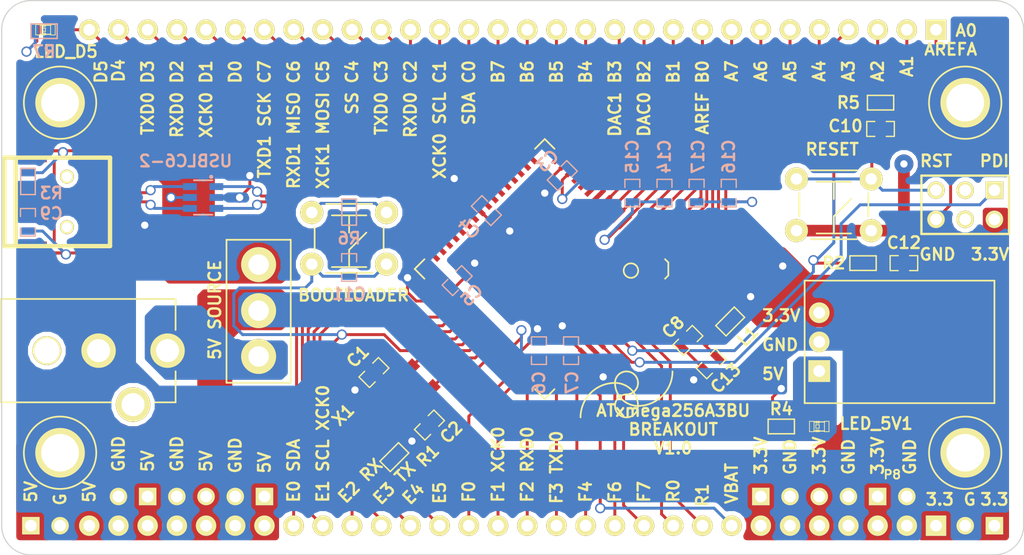
<source format=kicad_pcb>
(kicad_pcb (version 3) (host pcbnew "(2013-07-07 BZR 4022)-stable")

  (general
    (links 169)
    (no_connects 0)
    (area 14.942599 11.9726 131.495712 81.440001)
    (thickness 1.6)
    (drawings 91)
    (tracks 468)
    (zones 0)
    (modules 50)
    (nets 67)
  )

  (page A3)
  (layers
    (15 F.Cu signal)
    (0 B.Cu signal hide)
    (16 B.Adhes user hide)
    (17 F.Adhes user hide)
    (18 B.Paste user hide)
    (19 F.Paste user hide)
    (20 B.SilkS user hide)
    (21 F.SilkS user)
    (22 B.Mask user hide)
    (23 F.Mask user hide)
    (24 Dwgs.User user hide)
    (28 Edge.Cuts user)
  )

  (setup
    (last_trace_width 0.254)
    (trace_clearance 0.1524)
    (zone_clearance 0.381)
    (zone_45_only no)
    (trace_min 0.1524)
    (segment_width 0.2)
    (edge_width 0.1)
    (via_size 0.889)
    (via_drill 0.635)
    (via_min_size 0.889)
    (via_min_drill 0.635)
    (uvia_size 0.508)
    (uvia_drill 0.127)
    (uvias_allowed no)
    (uvia_min_size 0.508)
    (uvia_min_drill 0.127)
    (pcb_text_width 0.3)
    (pcb_text_size 1.5 1.5)
    (mod_edge_width 0.15)
    (mod_text_size 1 1)
    (mod_text_width 0.15)
    (pad_size 2.5146 2.5146)
    (pad_drill 2.2)
    (pad_to_mask_clearance 0)
    (aux_axis_origin 131.826 69.596)
    (visible_elements 7FFFA99F)
    (pcbplotparams
      (layerselection 284196865)
      (usegerberextensions true)
      (excludeedgelayer true)
      (linewidth 0.150000)
      (plotframeref false)
      (viasonmask false)
      (mode 1)
      (useauxorigin false)
      (hpglpennumber 1)
      (hpglpenspeed 20)
      (hpglpendiameter 15)
      (hpglpenoverlay 2)
      (psnegative false)
      (psa4output false)
      (plotreference true)
      (plotvalue true)
      (plotothertext true)
      (plotinvisibletext false)
      (padsonsilk false)
      (subtractmaskfromsilk false)
      (outputformat 1)
      (mirror false)
      (drillshape 0)
      (scaleselection 1)
      (outputdirectory C:/Users/Phillip/Desktop/board/))
  )

  (net 0 "")
  (net 1 +3.3V)
  (net 2 +5V)
  (net 3 /5V_Jack)
  (net 4 /5V_USB)
  (net 5 /AREFA)
  (net 6 /AREFB)
  (net 7 /D5)
  (net 8 /PE5)
  (net 9 "/USB D+")
  (net 10 "/USB D-")
  (net 11 /VBAT)
  (net 12 GND)
  (net 13 N-000001)
  (net 14 N-0000010)
  (net 15 N-0000012)
  (net 16 N-0000013)
  (net 17 N-0000014)
  (net 18 N-0000015)
  (net 19 N-0000016)
  (net 20 N-0000017)
  (net 21 N-0000018)
  (net 22 N-0000019)
  (net 23 N-000002)
  (net 24 N-0000020)
  (net 25 N-0000021)
  (net 26 N-0000024)
  (net 27 N-0000026)
  (net 28 N-0000027)
  (net 29 N-0000028)
  (net 30 N-000003)
  (net 31 N-0000034)
  (net 32 N-0000035)
  (net 33 N-0000036)
  (net 34 N-0000039)
  (net 35 N-000004)
  (net 36 N-0000041)
  (net 37 N-0000042)
  (net 38 N-0000044)
  (net 39 N-0000046)
  (net 40 N-0000047)
  (net 41 N-0000048)
  (net 42 N-0000049)
  (net 43 N-000005)
  (net 44 N-0000050)
  (net 45 N-0000051)
  (net 46 N-0000052)
  (net 47 N-0000053)
  (net 48 N-0000054)
  (net 49 N-0000055)
  (net 50 N-0000056)
  (net 51 N-0000057)
  (net 52 N-0000058)
  (net 53 N-0000059)
  (net 54 N-0000060)
  (net 55 N-0000061)
  (net 56 N-0000062)
  (net 57 N-0000063)
  (net 58 N-0000064)
  (net 59 N-0000065)
  (net 60 N-0000066)
  (net 61 N-0000067)
  (net 62 N-0000068)
  (net 63 N-0000069)
  (net 64 N-0000070)
  (net 65 N-000008)
  (net 66 N-000009)

  (net_class Default "This is the default net class."
    (clearance 0.1524)
    (trace_width 0.254)
    (via_dia 0.889)
    (via_drill 0.635)
    (uvia_dia 0.508)
    (uvia_drill 0.127)
    (add_net "")
    (add_net +3.3V)
    (add_net +5V)
    (add_net /5V_Jack)
    (add_net /5V_USB)
    (add_net /AREFA)
    (add_net /AREFB)
    (add_net /D5)
    (add_net /PE5)
    (add_net "/USB D+")
    (add_net "/USB D-")
    (add_net /VBAT)
    (add_net GND)
    (add_net N-000001)
    (add_net N-0000010)
    (add_net N-0000012)
    (add_net N-0000013)
    (add_net N-0000014)
    (add_net N-0000015)
    (add_net N-0000016)
    (add_net N-0000017)
    (add_net N-0000018)
    (add_net N-0000019)
    (add_net N-000002)
    (add_net N-0000020)
    (add_net N-0000021)
    (add_net N-0000024)
    (add_net N-0000026)
    (add_net N-0000027)
    (add_net N-0000028)
    (add_net N-000003)
    (add_net N-0000034)
    (add_net N-0000035)
    (add_net N-0000036)
    (add_net N-0000039)
    (add_net N-000004)
    (add_net N-0000041)
    (add_net N-0000042)
    (add_net N-0000044)
    (add_net N-0000046)
    (add_net N-0000047)
    (add_net N-0000048)
    (add_net N-0000049)
    (add_net N-000005)
    (add_net N-0000050)
    (add_net N-0000051)
    (add_net N-0000052)
    (add_net N-0000053)
    (add_net N-0000054)
    (add_net N-0000055)
    (add_net N-0000056)
    (add_net N-0000057)
    (add_net N-0000058)
    (add_net N-0000059)
    (add_net N-0000060)
    (add_net N-0000061)
    (add_net N-0000062)
    (add_net N-0000063)
    (add_net N-0000064)
    (add_net N-0000065)
    (add_net N-0000066)
    (add_net N-0000067)
    (add_net N-0000068)
    (add_net N-0000069)
    (add_net N-0000070)
    (add_net N-000008)
    (add_net N-000009)
  )

  (net_class 20 ""
    (clearance 0.1524)
    (trace_width 0.508)
    (via_dia 1.651)
    (via_drill 1.143)
    (uvia_dia 0.508)
    (uvia_drill 0.127)
  )

  (net_class 40 ""
    (clearance 0.1524)
    (trace_width 1.016)
    (via_dia 1.651)
    (via_drill 1.143)
    (uvia_dia 0.508)
    (uvia_drill 0.127)
  )

  (module Zatetic_Logo_Small (layer F.Cu) (tedit 517AD6D1) (tstamp 54E77E38)
    (at 69.596 49.53 90)
    (path /51F48A4F)
    (fp_text reference Z1 (at 0 5 180) (layer F.SilkS) hide
      (effects (font (size 1 1) (thickness 0.16)))
    )
    (fp_text value LOGO (at 0 -5 180) (layer F.SilkS) hide
      (effects (font (size 1 1) (thickness 0.16)))
    )
    (fp_arc (start 2 1) (end 2 4) (angle 90) (layer F.SilkS) (width 0.15))
    (fp_arc (start -2 -1) (end -2 -4) (angle 90) (layer F.SilkS) (width 0.15))
    (fp_arc (start 1 1) (end -1 1) (angle 90) (layer F.SilkS) (width 0.15))
    (fp_arc (start 1 0) (end 1 -1) (angle 90) (layer F.SilkS) (width 0.15))
    (fp_arc (start 1 0) (end 2 0) (angle 90) (layer F.SilkS) (width 0.15))
    (fp_arc (start 1 0) (end 1 1) (angle 90) (layer F.SilkS) (width 0.15))
    (fp_arc (start -1 -1) (end 1 -1) (angle 90) (layer F.SilkS) (width 0.15))
    (fp_arc (start -1 0) (end -1 1) (angle 90) (layer F.SilkS) (width 0.15))
    (fp_arc (start -1 0) (end -2 0) (angle 90) (layer F.SilkS) (width 0.15))
    (fp_arc (start -1 0) (end -1 -1) (angle 90) (layer F.SilkS) (width 0.15))
  )

  (module USB_MINI_B_UX60-MB-5ST   locked (layer F.Cu) (tedit 54E79AC3) (tstamp 51F5863D)
    (at 20.066 32.766)
    (descr "USB Mini-B 5-pin SMD connector")
    (tags "USB, Mini-B, connector")
    (path /51F48B2F)
    (fp_text reference CON2 (at 0 6.90118 90) (layer F.SilkS) hide
      (effects (font (size 1.016 1.016) (thickness 0.16)))
    )
    (fp_text value USB-MINI-B (at 0 -7.0993 90) (layer F.SilkS) hide
      (effects (font (size 1.016 1.016) (thickness 0.16)))
    )
    (fp_line (start -3.59918 -3.85064) (end -3.59918 3.85064) (layer F.SilkS) (width 0.381))
    (fp_line (start -4.59994 -3.85064) (end -4.59994 3.85064) (layer F.SilkS) (width 0.381))
    (fp_line (start -4.59994 3.85064) (end 4.59994 3.85064) (layer F.SilkS) (width 0.381))
    (fp_line (start 4.59994 3.85064) (end 4.59994 -3.85064) (layer F.SilkS) (width 0.381))
    (fp_line (start 4.59994 -3.85064) (end -4.59994 -3.85064) (layer F.SilkS) (width 0.381))
    (pad 1 smd rect (at 3.44932 -1.6002) (size 2.30124 0.50038)
      (layers F.Cu F.Paste F.Mask)
      (net 4 /5V_USB)
    )
    (pad 2 smd rect (at 3.44932 -0.8001) (size 2.30124 0.50038)
      (layers F.Cu F.Paste F.Mask)
      (net 32 N-0000035)
    )
    (pad 3 smd rect (at 3.44932 0) (size 2.30124 0.50038)
      (layers F.Cu F.Paste F.Mask)
      (net 31 N-0000034)
    )
    (pad 4 smd rect (at 3.44932 0.8001) (size 2.30124 0.50038)
      (layers F.Cu F.Paste F.Mask)
    )
    (pad 5 smd rect (at 3.44932 1.6002) (size 2.30124 0.50038)
      (layers F.Cu F.Paste F.Mask)
      (net 12 GND)
    )
    (pad 6 smd rect (at 3.35026 -4.45008) (size 2.49936 1.99898)
      (layers F.Cu F.Paste F.Mask)
      (net 33 N-0000036)
    )
    (pad 7 smd rect (at -2.14884 -4.45008) (size 2.49936 1.99898)
      (layers F.Cu F.Paste F.Mask)
      (net 33 N-0000036)
    )
    (pad 8 smd rect (at 3.35026 4.45008) (size 2.49936 1.99898)
      (layers F.Cu F.Paste F.Mask)
      (net 33 N-0000036)
    )
    (pad 9 smd rect (at -2.14884 4.45008) (size 2.49936 1.99898)
      (layers F.Cu F.Paste F.Mask)
      (net 33 N-0000036)
    )
    (pad "" thru_hole circle (at 0.8509 -2.19964) (size 1.2192 1.2192) (drill 0.89916)
      (layers *.Cu *.Mask F.SilkS)
    )
    (pad "" thru_hole circle (at 0.8509 2.19964) (size 1.2192 1.2192) (drill 0.89916)
      (layers *.Cu *.Mask F.SilkS)
    )
    (model 10033526-N3212LF.wrl
      (at (xyz 0.175 0.195 -0.385))
      (scale (xyz 0.3937 0.3937 0.3937))
      (rotate (xyz -90 0 90))
    )
  )

  (module Tactile_Switch_6mm_x_6mm (layer F.Cu) (tedit 54E65EF1) (tstamp 51F5864E)
    (at 87.63 33.02 270)
    (path /51F47225)
    (fp_text reference SW1 (at 1 -5.5 360) (layer F.SilkS) hide
      (effects (font (size 0.9 0.9) (thickness 0.16)))
    )
    (fp_text value RESET (at -4.826 0 360) (layer F.SilkS) hide
      (effects (font (size 1.016 1.016) (thickness 0.2032)))
    )
    (fp_line (start -1 -3) (end 1 -3) (layer F.SilkS) (width 0.15))
    (fp_line (start 3 2) (end 3 -2) (layer F.SilkS) (width 0.15))
    (fp_line (start -1 3) (end 1 3) (layer F.SilkS) (width 0.15))
    (fp_line (start -3 2) (end -3 -2) (layer F.SilkS) (width 0.15))
    (fp_line (start 1 0) (end -0.5 -1.5) (layer F.SilkS) (width 0.15))
    (fp_line (start 2.5 0) (end 1 0) (layer F.SilkS) (width 0.15))
    (fp_line (start -2 0) (end -0.5 0) (layer F.SilkS) (width 0.15))
    (fp_line (start -2 -1.5) (end -2 1.5) (layer F.SilkS) (width 0.15))
    (fp_line (start 2.5 -1.5) (end 2.5 1.5) (layer F.SilkS) (width 0.15))
    (pad 3 thru_hole circle (at -2.25 -3.25 270) (size 2 2) (drill 1)
      (layers *.Cu *.Mask F.SilkS)
      (net 54 N-0000060)
    )
    (pad 4 thru_hole circle (at -2.25 3.25 270) (size 2 2) (drill 1)
      (layers *.Cu *.Mask F.SilkS)
      (net 54 N-0000060)
    )
    (pad 1 thru_hole circle (at 2.25 -3.25 270) (size 2 2) (drill 1)
      (layers *.Cu *.Mask F.SilkS)
      (net 53 N-0000059)
    )
    (pad 2 thru_hole circle (at 2.25 3.25 270) (size 2 2) (drill 1)
      (layers *.Cu *.Mask F.SilkS)
      (net 53 N-0000059)
    )
    (model 1825910-7.wrl
      (at (xyz -0.1179 -0.154 -0.1382))
      (scale (xyz 0.3937 0.3937 0.3937))
      (rotate (xyz 0 0 0))
    )
  )

  (module SOT23-6L (layer B.Cu) (tedit 54E78932) (tstamp 51F5865B)
    (at 32.766 32.385 270)
    (path /51F48B3E)
    (fp_text reference U1 (at 3 0.5 360) (layer B.SilkS) hide
      (effects (font (size 0.9 0.9) (thickness 0.16)) (justify mirror))
    )
    (fp_text value USBLC6-2 (at -3.175 1.524 360) (layer B.SilkS)
      (effects (font (size 1.016 1.016) (thickness 0.2032)) (justify mirror))
    )
    (fp_circle (center -1.8 -0.7) (end -1.8 -0.6) (layer B.SilkS) (width 0.15))
    (fp_line (start 1.5 -0.8) (end 1.5 0.8) (layer B.SilkS) (width 0.15))
    (fp_line (start -1.5 0.8) (end -1.5 -0.8) (layer B.SilkS) (width 0.15))
    (pad 1 smd rect (at -0.95 -1.15 270) (size 0.6 1.2)
      (layers B.Cu B.Paste B.Mask)
      (net 10 "/USB D-")
    )
    (pad 2 smd rect (at 0 -1.15 270) (size 0.6 1.2)
      (layers B.Cu B.Paste B.Mask)
      (net 12 GND)
    )
    (pad 3 smd rect (at 0.95 -1.15 270) (size 0.6 1.2)
      (layers B.Cu B.Paste B.Mask)
      (net 9 "/USB D+")
    )
    (pad 4 smd rect (at 0.95 1.15 270) (size 0.6 1.2)
      (layers B.Cu B.Paste B.Mask)
      (net 31 N-0000034)
    )
    (pad 5 smd rect (at 0 1.15 270) (size 0.6 1.2)
      (layers B.Cu B.Paste B.Mask)
      (net 4 /5V_USB)
    )
    (pad 6 smd rect (at -0.95 1.15 270) (size 0.6 1.2)
      (layers B.Cu B.Paste B.Mask)
      (net 32 N-0000035)
    )
    (model smd/SOT23_6.wrl
      (at (xyz 0 0 0))
      (scale (xyz 0.1 0.1 0.1))
      (rotate (xyz 0 0 0))
    )
  )

  (module SM0603_Capa (layer B.Cu) (tedit 51F6BFC4) (tstamp 54E650FB)
    (at 17.526 34.544 270)
    (path /51F48E97)
    (attr smd)
    (fp_text reference C9 (at -0.762 -2.032 360) (layer B.SilkS)
      (effects (font (size 1.016 1.016) (thickness 0.2032)) (justify mirror))
    )
    (fp_text value 4.7nF (at -3.302 -1.778 360) (layer B.SilkS) hide
      (effects (font (size 0.508 0.4572) (thickness 0.1143)) (justify mirror))
    )
    (fp_line (start 0.50038 -0.65024) (end 1.19888 -0.65024) (layer B.SilkS) (width 0.11938))
    (fp_line (start -0.50038 -0.65024) (end -1.19888 -0.65024) (layer B.SilkS) (width 0.11938))
    (fp_line (start 0.50038 0.65024) (end 1.19888 0.65024) (layer B.SilkS) (width 0.11938))
    (fp_line (start -1.19888 0.65024) (end -0.50038 0.65024) (layer B.SilkS) (width 0.11938))
    (fp_line (start 1.19888 0.635) (end 1.19888 -0.635) (layer B.SilkS) (width 0.11938))
    (fp_line (start -1.19888 -0.635) (end -1.19888 0.635) (layer B.SilkS) (width 0.11938))
    (pad 1 smd rect (at -0.762 0 270) (size 0.635 1.143)
      (layers B.Cu B.Paste B.Mask)
      (net 12 GND)
    )
    (pad 2 smd rect (at 0.762 0 270) (size 0.635 1.143)
      (layers B.Cu B.Paste B.Mask)
      (net 33 N-0000036)
    )
    (model smd\capacitors\C0603.wrl
      (at (xyz 0 0 0.001))
      (scale (xyz 0.5 0.5 0.5))
      (rotate (xyz 0 0 0))
    )
  )

  (module SM0603_Capa (layer F.Cu) (tedit 54E788F0) (tstamp 51F6DE07)
    (at 52.451 52.197 225)
    (path /51F47207)
    (attr smd)
    (fp_text reference C2 (at -0.898026 -1.796051 225) (layer F.SilkS)
      (effects (font (size 1.016 1.016) (thickness 0.2032)))
    )
    (fp_text value 20pF (at -1.616446 -0.179605 315) (layer F.SilkS) hide
      (effects (font (size 0.508 0.4572) (thickness 0.1143)))
    )
    (fp_line (start 0.50038 0.65024) (end 1.19888 0.65024) (layer F.SilkS) (width 0.11938))
    (fp_line (start -0.50038 0.65024) (end -1.19888 0.65024) (layer F.SilkS) (width 0.11938))
    (fp_line (start 0.50038 -0.65024) (end 1.19888 -0.65024) (layer F.SilkS) (width 0.11938))
    (fp_line (start -1.19888 -0.65024) (end -0.50038 -0.65024) (layer F.SilkS) (width 0.11938))
    (fp_line (start 1.19888 -0.635) (end 1.19888 0.635) (layer F.SilkS) (width 0.11938))
    (fp_line (start -1.19888 0.635) (end -1.19888 -0.635) (layer F.SilkS) (width 0.11938))
    (pad 1 smd rect (at -0.762 0 225) (size 0.635 1.143)
      (layers F.Cu F.Paste F.Mask)
      (net 24 N-0000020)
    )
    (pad 2 smd rect (at 0.762 0 225) (size 0.635 1.143)
      (layers F.Cu F.Paste F.Mask)
      (net 12 GND)
    )
    (model smd\capacitors\C0603.wrl
      (at (xyz 0 0 0.001))
      (scale (xyz 0.5 0.5 0.5))
      (rotate (xyz 0 0 0))
    )
  )

  (module SM0603_Capa (layer F.Cu) (tedit 51F6BF9E) (tstamp 51F5867F)
    (at 47.625 47.625 225)
    (path /51F47216)
    (attr smd)
    (fp_text reference C1 (at 0 1.975656 225) (layer F.SilkS)
      (effects (font (size 1.016 1.016) (thickness 0.2032)))
    )
    (fp_text value 20pF (at -1.651 0 315) (layer F.SilkS) hide
      (effects (font (size 0.508 0.4572) (thickness 0.1143)))
    )
    (fp_line (start 0.50038 0.65024) (end 1.19888 0.65024) (layer F.SilkS) (width 0.11938))
    (fp_line (start -0.50038 0.65024) (end -1.19888 0.65024) (layer F.SilkS) (width 0.11938))
    (fp_line (start 0.50038 -0.65024) (end 1.19888 -0.65024) (layer F.SilkS) (width 0.11938))
    (fp_line (start -1.19888 -0.65024) (end -0.50038 -0.65024) (layer F.SilkS) (width 0.11938))
    (fp_line (start 1.19888 -0.635) (end 1.19888 0.635) (layer F.SilkS) (width 0.11938))
    (fp_line (start -1.19888 0.635) (end -1.19888 -0.635) (layer F.SilkS) (width 0.11938))
    (pad 1 smd rect (at -0.762 0 225) (size 0.635 1.143)
      (layers F.Cu F.Paste F.Mask)
      (net 27 N-0000026)
    )
    (pad 2 smd rect (at 0.762 0 225) (size 0.635 1.143)
      (layers F.Cu F.Paste F.Mask)
      (net 12 GND)
    )
    (model smd\capacitors\C0603.wrl
      (at (xyz 0 0 0.001))
      (scale (xyz 0.5 0.5 0.5))
      (rotate (xyz 0 0 0))
    )
  )

  (module SM0603_Capa (layer B.Cu) (tedit 54E66789) (tstamp 51F5868B)
    (at 64.77 45.72 90)
    (path /51F48197)
    (attr smd)
    (fp_text reference C7 (at -2.783879 0.089803 90) (layer B.SilkS)
      (effects (font (size 1.016 1.016) (thickness 0.2032)) (justify mirror))
    )
    (fp_text value 100nF (at -1.651 0 180) (layer B.SilkS) hide
      (effects (font (size 0.508 0.4572) (thickness 0.1143)) (justify mirror))
    )
    (fp_line (start 0.50038 -0.65024) (end 1.19888 -0.65024) (layer B.SilkS) (width 0.11938))
    (fp_line (start -0.50038 -0.65024) (end -1.19888 -0.65024) (layer B.SilkS) (width 0.11938))
    (fp_line (start 0.50038 0.65024) (end 1.19888 0.65024) (layer B.SilkS) (width 0.11938))
    (fp_line (start -1.19888 0.65024) (end -0.50038 0.65024) (layer B.SilkS) (width 0.11938))
    (fp_line (start 1.19888 0.635) (end 1.19888 -0.635) (layer B.SilkS) (width 0.11938))
    (fp_line (start -1.19888 -0.635) (end -1.19888 0.635) (layer B.SilkS) (width 0.11938))
    (pad 1 smd rect (at -0.762 0 90) (size 0.635 1.143)
      (layers B.Cu B.Paste B.Mask)
      (net 12 GND)
    )
    (pad 2 smd rect (at 0.762 0 90) (size 0.635 1.143)
      (layers B.Cu B.Paste B.Mask)
      (net 1 +3.3V)
    )
    (model smd\capacitors\C0603.wrl
      (at (xyz 0 0 0.001))
      (scale (xyz 0.5 0.5 0.5))
      (rotate (xyz 0 0 0))
    )
  )

  (module SM0603_Capa (layer B.Cu) (tedit 54E6676A) (tstamp 51F58697)
    (at 54.864 39.624 45)
    (path /51F481B3)
    (attr smd)
    (fp_text reference C5 (at 0 1.796051 45) (layer B.SilkS)
      (effects (font (size 1.016 1.016) (thickness 0.2032)) (justify mirror))
    )
    (fp_text value 100nF (at -1.651 0 135) (layer B.SilkS) hide
      (effects (font (size 0.508 0.4572) (thickness 0.1143)) (justify mirror))
    )
    (fp_line (start 0.50038 -0.65024) (end 1.19888 -0.65024) (layer B.SilkS) (width 0.11938))
    (fp_line (start -0.50038 -0.65024) (end -1.19888 -0.65024) (layer B.SilkS) (width 0.11938))
    (fp_line (start 0.50038 0.65024) (end 1.19888 0.65024) (layer B.SilkS) (width 0.11938))
    (fp_line (start -1.19888 0.65024) (end -0.50038 0.65024) (layer B.SilkS) (width 0.11938))
    (fp_line (start 1.19888 0.635) (end 1.19888 -0.635) (layer B.SilkS) (width 0.11938))
    (fp_line (start -1.19888 -0.635) (end -1.19888 0.635) (layer B.SilkS) (width 0.11938))
    (pad 1 smd rect (at -0.762 0 45) (size 0.635 1.143)
      (layers B.Cu B.Paste B.Mask)
      (net 12 GND)
    )
    (pad 2 smd rect (at 0.762 0 45) (size 0.635 1.143)
      (layers B.Cu B.Paste B.Mask)
      (net 1 +3.3V)
    )
    (model smd\capacitors\C0603.wrl
      (at (xyz 0 0 0.001))
      (scale (xyz 0.5 0.5 0.5))
      (rotate (xyz 0 0 0))
    )
  )

  (module SM0603_Capa (layer B.Cu) (tedit 54E7894A) (tstamp 51F586A3)
    (at 61.976 45.72 90)
    (path /51F481B9)
    (attr smd)
    (fp_text reference C6 (at -2.794 0 90) (layer B.SilkS)
      (effects (font (size 1.016 1.016) (thickness 0.2032)) (justify mirror))
    )
    (fp_text value 100nF (at -1.651 0 180) (layer B.SilkS) hide
      (effects (font (size 0.508 0.4572) (thickness 0.1143)) (justify mirror))
    )
    (fp_line (start 0.50038 -0.65024) (end 1.19888 -0.65024) (layer B.SilkS) (width 0.11938))
    (fp_line (start -0.50038 -0.65024) (end -1.19888 -0.65024) (layer B.SilkS) (width 0.11938))
    (fp_line (start 0.50038 0.65024) (end 1.19888 0.65024) (layer B.SilkS) (width 0.11938))
    (fp_line (start -1.19888 0.65024) (end -0.50038 0.65024) (layer B.SilkS) (width 0.11938))
    (fp_line (start 1.19888 0.635) (end 1.19888 -0.635) (layer B.SilkS) (width 0.11938))
    (fp_line (start -1.19888 -0.635) (end -1.19888 0.635) (layer B.SilkS) (width 0.11938))
    (pad 1 smd rect (at -0.762 0 90) (size 0.635 1.143)
      (layers B.Cu B.Paste B.Mask)
      (net 12 GND)
    )
    (pad 2 smd rect (at 0.762 0 90) (size 0.635 1.143)
      (layers B.Cu B.Paste B.Mask)
      (net 1 +3.3V)
    )
    (model smd\capacitors\C0603.wrl
      (at (xyz 0 0 0.001))
      (scale (xyz 0.5 0.5 0.5))
      (rotate (xyz 0 0 0))
    )
  )

  (module SM0603_Capa (layer B.Cu) (tedit 54E78940) (tstamp 51F586AF)
    (at 57.404 33.528 315)
    (path /51F481BF)
    (attr smd)
    (fp_text reference C4 (at 0 2.155261 315) (layer B.SilkS)
      (effects (font (size 1.016 1.016) (thickness 0.2032)) (justify mirror))
    )
    (fp_text value 100nF (at -1.651 0 405) (layer B.SilkS) hide
      (effects (font (size 0.508 0.4572) (thickness 0.1143)) (justify mirror))
    )
    (fp_line (start 0.50038 -0.65024) (end 1.19888 -0.65024) (layer B.SilkS) (width 0.11938))
    (fp_line (start -0.50038 -0.65024) (end -1.19888 -0.65024) (layer B.SilkS) (width 0.11938))
    (fp_line (start 0.50038 0.65024) (end 1.19888 0.65024) (layer B.SilkS) (width 0.11938))
    (fp_line (start -1.19888 0.65024) (end -0.50038 0.65024) (layer B.SilkS) (width 0.11938))
    (fp_line (start 1.19888 0.635) (end 1.19888 -0.635) (layer B.SilkS) (width 0.11938))
    (fp_line (start -1.19888 -0.635) (end -1.19888 0.635) (layer B.SilkS) (width 0.11938))
    (pad 1 smd rect (at -0.762 0 315) (size 0.635 1.143)
      (layers B.Cu B.Paste B.Mask)
      (net 12 GND)
    )
    (pad 2 smd rect (at 0.762 0 315) (size 0.635 1.143)
      (layers B.Cu B.Paste B.Mask)
      (net 1 +3.3V)
    )
    (model smd\capacitors\C0603.wrl
      (at (xyz 0 0 0.001))
      (scale (xyz 0.5 0.5 0.5))
      (rotate (xyz 0 0 0))
    )
  )

  (module SM0603_Capa (layer B.Cu) (tedit 54E78946) (tstamp 51F586BB)
    (at 64.008 30.48 225)
    (path /51F481C5)
    (attr smd)
    (fp_text reference C3 (at 0 1.796051 225) (layer B.SilkS)
      (effects (font (size 1.016 1.016) (thickness 0.2032)) (justify mirror))
    )
    (fp_text value 100nF (at -1.651 0 315) (layer B.SilkS) hide
      (effects (font (size 0.508 0.4572) (thickness 0.1143)) (justify mirror))
    )
    (fp_line (start 0.50038 -0.65024) (end 1.19888 -0.65024) (layer B.SilkS) (width 0.11938))
    (fp_line (start -0.50038 -0.65024) (end -1.19888 -0.65024) (layer B.SilkS) (width 0.11938))
    (fp_line (start 0.50038 0.65024) (end 1.19888 0.65024) (layer B.SilkS) (width 0.11938))
    (fp_line (start -1.19888 0.65024) (end -0.50038 0.65024) (layer B.SilkS) (width 0.11938))
    (fp_line (start 1.19888 0.635) (end 1.19888 -0.635) (layer B.SilkS) (width 0.11938))
    (fp_line (start -1.19888 -0.635) (end -1.19888 0.635) (layer B.SilkS) (width 0.11938))
    (pad 1 smd rect (at -0.762 0 225) (size 0.635 1.143)
      (layers B.Cu B.Paste B.Mask)
      (net 12 GND)
    )
    (pad 2 smd rect (at 0.762 0 225) (size 0.635 1.143)
      (layers B.Cu B.Paste B.Mask)
      (net 1 +3.3V)
    )
    (model smd\capacitors\C0603.wrl
      (at (xyz 0 0 0.001))
      (scale (xyz 0.5 0.5 0.5))
      (rotate (xyz 0 0 0))
    )
  )

  (module SM0603_Capa (layer F.Cu) (tedit 54E78923) (tstamp 54E77F9E)
    (at 74.93 44.831 45)
    (path /51F48889)
    (attr smd)
    (fp_text reference C8 (at -0.089803 -1.706249 45) (layer F.SilkS)
      (effects (font (size 1.016 1.016) (thickness 0.2032)))
    )
    (fp_text value 100nF (at -1.651 0 315) (layer F.SilkS) hide
      (effects (font (size 0.508 0.4572) (thickness 0.1143)))
    )
    (fp_line (start 0.50038 0.65024) (end 1.19888 0.65024) (layer F.SilkS) (width 0.11938))
    (fp_line (start -0.50038 0.65024) (end -1.19888 0.65024) (layer F.SilkS) (width 0.11938))
    (fp_line (start 0.50038 -0.65024) (end 1.19888 -0.65024) (layer F.SilkS) (width 0.11938))
    (fp_line (start -1.19888 -0.65024) (end -0.50038 -0.65024) (layer F.SilkS) (width 0.11938))
    (fp_line (start 1.19888 -0.635) (end 1.19888 0.635) (layer F.SilkS) (width 0.11938))
    (fp_line (start -1.19888 0.635) (end -1.19888 -0.635) (layer F.SilkS) (width 0.11938))
    (pad 1 smd rect (at -0.762 0 45) (size 0.635 1.143)
      (layers F.Cu F.Paste F.Mask)
      (net 12 GND)
    )
    (pad 2 smd rect (at 0.762 0 45) (size 0.635 1.143)
      (layers F.Cu F.Paste F.Mask)
      (net 36 N-0000041)
    )
    (model smd\capacitors\C0603.wrl
      (at (xyz 0 0 0.001))
      (scale (xyz 0.5 0.5 0.5))
      (rotate (xyz 0 0 0))
    )
  )

  (module SM0603 (layer B.Cu) (tedit 51F6BFC7) (tstamp 54E65106)
    (at 17.526 30.988 270)
    (path /51F48E9D)
    (attr smd)
    (fp_text reference R3 (at 1.016 -2.032 360) (layer B.SilkS)
      (effects (font (size 1.016 1.016) (thickness 0.2032)) (justify mirror))
    )
    (fp_text value 1M (at 0.127 -1.397 270) (layer B.SilkS) hide
      (effects (font (size 0.508 0.4572) (thickness 0.1143)) (justify mirror))
    )
    (fp_line (start -1.143 0.635) (end 1.143 0.635) (layer B.SilkS) (width 0.127))
    (fp_line (start 1.143 0.635) (end 1.143 -0.635) (layer B.SilkS) (width 0.127))
    (fp_line (start 1.143 -0.635) (end -1.143 -0.635) (layer B.SilkS) (width 0.127))
    (fp_line (start -1.143 -0.635) (end -1.143 0.635) (layer B.SilkS) (width 0.127))
    (pad 1 smd rect (at -0.762 0 270) (size 0.635 1.143)
      (layers B.Cu B.Paste B.Mask)
      (net 33 N-0000036)
    )
    (pad 2 smd rect (at 0.762 0 270) (size 0.635 1.143)
      (layers B.Cu B.Paste B.Mask)
      (net 12 GND)
    )
    (model smd\resistors\R0603.wrl
      (at (xyz 0 0 0.001))
      (scale (xyz 0.5 0.5 0.5))
      (rotate (xyz 0 0 0))
    )
  )

  (module SM0603 (layer F.Cu) (tedit 51F6BF46) (tstamp 51F586DB)
    (at 78.613 43.18 45)
    (path /51F4884D)
    (attr smd)
    (fp_text reference L1 (at 0.179605 1.975656 45) (layer F.SilkS)
      (effects (font (size 1.016 1.016) (thickness 0.2032)))
    )
    (fp_text value 220ohms (at 0 0 45) (layer F.SilkS) hide
      (effects (font (size 0.508 0.4572) (thickness 0.1143)))
    )
    (fp_line (start -1.143 -0.635) (end 1.143 -0.635) (layer F.SilkS) (width 0.127))
    (fp_line (start 1.143 -0.635) (end 1.143 0.635) (layer F.SilkS) (width 0.127))
    (fp_line (start 1.143 0.635) (end -1.143 0.635) (layer F.SilkS) (width 0.127))
    (fp_line (start -1.143 0.635) (end -1.143 -0.635) (layer F.SilkS) (width 0.127))
    (pad 1 smd rect (at -0.762 0 45) (size 0.635 1.143)
      (layers F.Cu F.Paste F.Mask)
      (net 36 N-0000041)
    )
    (pad 2 smd rect (at 0.762 0 45) (size 0.635 1.143)
      (layers F.Cu F.Paste F.Mask)
      (net 1 +3.3V)
    )
    (model smd\resistors\R0603.wrl
      (at (xyz 0 0 0.001))
      (scale (xyz 0.5 0.5 0.5))
      (rotate (xyz 0 0 0))
    )
  )

  (module SM0603 (layer F.Cu) (tedit 54E7898F) (tstamp 51F586E5)
    (at 90.17 38.1)
    (path /51F47232)
    (attr smd)
    (fp_text reference R2 (at -2.54 0) (layer F.SilkS)
      (effects (font (size 1.016 1.016) (thickness 0.2032)))
    )
    (fp_text value 10K (at 0 0) (layer F.SilkS) hide
      (effects (font (size 0.508 0.4572) (thickness 0.1143)))
    )
    (fp_line (start -1.143 -0.635) (end 1.143 -0.635) (layer F.SilkS) (width 0.127))
    (fp_line (start 1.143 -0.635) (end 1.143 0.635) (layer F.SilkS) (width 0.127))
    (fp_line (start 1.143 0.635) (end -1.143 0.635) (layer F.SilkS) (width 0.127))
    (fp_line (start -1.143 0.635) (end -1.143 -0.635) (layer F.SilkS) (width 0.127))
    (pad 1 smd rect (at -0.762 0) (size 0.635 1.143)
      (layers F.Cu F.Paste F.Mask)
      (net 54 N-0000060)
    )
    (pad 2 smd rect (at 0.762 0) (size 0.635 1.143)
      (layers F.Cu F.Paste F.Mask)
      (net 1 +3.3V)
    )
    (model smd\resistors\R0603.wrl
      (at (xyz 0 0 0.001))
      (scale (xyz 0.5 0.5 0.5))
      (rotate (xyz 0 0 0))
    )
  )

  (module SM0603 (layer F.Cu) (tedit 54E788EA) (tstamp 51F586EF)
    (at 49.403 54.991 225)
    (path /51F471F8)
    (attr smd)
    (fp_text reference R1 (at -2.155261 -1.975656 225) (layer F.SilkS)
      (effects (font (size 1.016 1.016) (thickness 0.2032)))
    )
    (fp_text value zero (at 0 0 225) (layer F.SilkS) hide
      (effects (font (size 0.508 0.4572) (thickness 0.1143)))
    )
    (fp_line (start -1.143 -0.635) (end 1.143 -0.635) (layer F.SilkS) (width 0.127))
    (fp_line (start 1.143 -0.635) (end 1.143 0.635) (layer F.SilkS) (width 0.127))
    (fp_line (start 1.143 0.635) (end -1.143 0.635) (layer F.SilkS) (width 0.127))
    (fp_line (start -1.143 0.635) (end -1.143 -0.635) (layer F.SilkS) (width 0.127))
    (pad 1 smd rect (at -0.762 0 225) (size 0.635 1.143)
      (layers F.Cu F.Paste F.Mask)
      (net 12 GND)
    )
    (pad 2 smd rect (at 0.762 0 225) (size 0.635 1.143)
      (layers F.Cu F.Paste F.Mask)
      (net 52 N-0000058)
    )
    (model smd\resistors\R0603.wrl
      (at (xyz 0 0 0.001))
      (scale (xyz 0.5 0.5 0.5))
      (rotate (xyz 0 0 0))
    )
  )

  (module SIL_30pin (layer F.Cu) (tedit 51F6BF2A) (tstamp 51F58727)
    (at 96.52 17.78 180)
    (path /51F54A8B)
    (fp_text reference P4 (at 0 -2.54 180) (layer F.SilkS) hide
      (effects (font (size 1 1) (thickness 0.15)))
    )
    (fp_text value CONN_30 (at 0 5.08 180) (layer F.SilkS) hide
      (effects (font (size 1 1) (thickness 0.15)))
    )
    (pad 1 thru_hole rect (at 0 0 180) (size 1.778 1.778) (drill 1.016)
      (layers *.Cu *.Mask F.SilkS)
      (net 5 /AREFA)
    )
    (pad 2 thru_hole circle (at 2.54 0 180) (size 1.778 1.778) (drill 1.016)
      (layers *.Cu *.Mask F.SilkS)
      (net 39 N-0000046)
    )
    (pad 3 thru_hole circle (at 5.08 0 180) (size 1.778 1.778) (drill 1.016)
      (layers *.Cu *.Mask F.SilkS)
      (net 56 N-0000062)
    )
    (pad 4 thru_hole circle (at 7.62 0 180) (size 1.778 1.778) (drill 1.016)
      (layers *.Cu *.Mask F.SilkS)
      (net 40 N-0000047)
    )
    (pad 5 thru_hole circle (at 10.16 0 180) (size 1.778 1.778) (drill 1.016)
      (layers *.Cu *.Mask F.SilkS)
      (net 41 N-0000048)
    )
    (pad 6 thru_hole circle (at 12.7 0 180) (size 1.778 1.778) (drill 1.016)
      (layers *.Cu *.Mask F.SilkS)
      (net 42 N-0000049)
    )
    (pad 7 thru_hole circle (at 15.24 0 180) (size 1.778 1.778) (drill 1.016)
      (layers *.Cu *.Mask F.SilkS)
      (net 44 N-0000050)
    )
    (pad 8 thru_hole circle (at 17.78 0 180) (size 1.778 1.778) (drill 1.016)
      (layers *.Cu *.Mask F.SilkS)
      (net 45 N-0000051)
    )
    (pad 9 thru_hole circle (at 20.32 0 180) (size 1.778 1.778) (drill 1.016)
      (layers *.Cu *.Mask F.SilkS)
      (net 6 /AREFB)
    )
    (pad 10 thru_hole circle (at 22.86 0 180) (size 1.778 1.778) (drill 1.016)
      (layers *.Cu *.Mask F.SilkS)
      (net 18 N-0000015)
    )
    (pad 11 thru_hole circle (at 25.4 0 180) (size 1.778 1.778) (drill 1.016)
      (layers *.Cu *.Mask F.SilkS)
      (net 17 N-0000014)
    )
    (pad 12 thru_hole circle (at 27.94 0 180) (size 1.778 1.778) (drill 1.016)
      (layers *.Cu *.Mask F.SilkS)
      (net 19 N-0000016)
    )
    (pad 13 thru_hole circle (at 30.48 0 180) (size 1.778 1.778) (drill 1.016)
      (layers *.Cu *.Mask F.SilkS)
      (net 20 N-0000017)
    )
    (pad 14 thru_hole circle (at 33.02 0 180) (size 1.778 1.778) (drill 1.016)
      (layers *.Cu *.Mask F.SilkS)
      (net 21 N-0000018)
    )
    (pad 15 thru_hole circle (at 35.56 0 180) (size 1.778 1.778) (drill 1.016)
      (layers *.Cu *.Mask F.SilkS)
      (net 22 N-0000019)
    )
    (pad 16 thru_hole circle (at 38.1 0 180) (size 1.778 1.778) (drill 1.016)
      (layers *.Cu *.Mask F.SilkS)
      (net 16 N-0000013)
    )
    (pad 17 thru_hole circle (at 40.64 0 180) (size 1.778 1.778) (drill 1.016)
      (layers *.Cu *.Mask F.SilkS)
      (net 15 N-0000012)
    )
    (pad 18 thru_hole circle (at 43.18 0 180) (size 1.778 1.778) (drill 1.016)
      (layers *.Cu *.Mask F.SilkS)
      (net 59 N-0000065)
    )
    (pad 19 thru_hole circle (at 45.72 0 180) (size 1.778 1.778) (drill 1.016)
      (layers *.Cu *.Mask F.SilkS)
      (net 62 N-0000068)
    )
    (pad 20 thru_hole circle (at 48.26 0 180) (size 1.778 1.778) (drill 1.016)
      (layers *.Cu *.Mask F.SilkS)
      (net 49 N-0000055)
    )
    (pad 21 thru_hole circle (at 50.8 0 180) (size 1.778 1.778) (drill 1.016)
      (layers *.Cu *.Mask F.SilkS)
      (net 46 N-0000052)
    )
    (pad 22 thru_hole circle (at 53.34 0 180) (size 1.778 1.778) (drill 1.016)
      (layers *.Cu *.Mask F.SilkS)
      (net 34 N-0000039)
    )
    (pad 23 thru_hole circle (at 55.88 0 180) (size 1.778 1.778) (drill 1.016)
      (layers *.Cu *.Mask F.SilkS)
      (net 37 N-0000042)
    )
    (pad 24 thru_hole circle (at 58.42 0 180) (size 1.778 1.778) (drill 1.016)
      (layers *.Cu *.Mask F.SilkS)
      (net 38 N-0000044)
    )
    (pad 25 thru_hole circle (at 60.96 0 180) (size 1.778 1.778) (drill 1.016)
      (layers *.Cu *.Mask F.SilkS)
      (net 57 N-0000063)
    )
    (pad 26 thru_hole circle (at 63.5 0 180) (size 1.778 1.778) (drill 1.016)
      (layers *.Cu *.Mask F.SilkS)
      (net 60 N-0000066)
    )
    (pad 27 thru_hole circle (at 66.04 0 180) (size 1.778 1.778) (drill 1.016)
      (layers *.Cu *.Mask F.SilkS)
      (net 63 N-0000069)
    )
    (pad 28 thru_hole circle (at 68.58 0 180) (size 1.778 1.778) (drill 1.016)
      (layers *.Cu *.Mask F.SilkS)
      (net 50 N-0000056)
    )
    (pad 29 thru_hole circle (at 71.12 0 180) (size 1.778 1.778) (drill 1.016)
      (layers *.Cu *.Mask F.SilkS)
      (net 47 N-0000053)
    )
    (pad 30 thru_hole circle (at 73.66 0 180) (size 1.778 1.778) (drill 1.016)
      (layers *.Cu *.Mask F.SilkS)
      (net 7 /D5)
    )
  )

  (module SIL_30pin (layer F.Cu) (tedit 51F6BC14) (tstamp 51F69162)
    (at 96.52 60.96 180)
    (path /51F5521E)
    (fp_text reference P1 (at 0.508 2.794 180) (layer F.SilkS) hide
      (effects (font (size 1 1) (thickness 0.15)))
    )
    (fp_text value CONN_30 (at 3.048 4.064 180) (layer F.SilkS) hide
      (effects (font (size 1 1) (thickness 0.15)))
    )
    (pad 1 thru_hole rect (at 0 0 180) (size 1.778 1.778) (drill 1.016)
      (layers *.Cu *.Mask F.SilkS)
      (net 1 +3.3V)
    )
    (pad 2 thru_hole circle (at 2.54 0 180) (size 1.778 1.778) (drill 1.016)
      (layers *.Cu *.Mask F.SilkS)
      (net 12 GND)
    )
    (pad 3 thru_hole circle (at 5.08 0 180) (size 1.778 1.778) (drill 1.016)
      (layers *.Cu *.Mask F.SilkS)
      (net 1 +3.3V)
    )
    (pad 4 thru_hole circle (at 7.62 0 180) (size 1.778 1.778) (drill 1.016)
      (layers *.Cu *.Mask F.SilkS)
      (net 12 GND)
    )
    (pad 5 thru_hole circle (at 10.16 0 180) (size 1.778 1.778) (drill 1.016)
      (layers *.Cu *.Mask F.SilkS)
      (net 1 +3.3V)
    )
    (pad 6 thru_hole circle (at 12.7 0 180) (size 1.778 1.778) (drill 1.016)
      (layers *.Cu *.Mask F.SilkS)
      (net 12 GND)
    )
    (pad 7 thru_hole circle (at 15.24 0 180) (size 1.778 1.778) (drill 1.016)
      (layers *.Cu *.Mask F.SilkS)
      (net 1 +3.3V)
    )
    (pad 8 thru_hole circle (at 17.78 0 180) (size 1.778 1.778) (drill 1.016)
      (layers *.Cu *.Mask F.SilkS)
      (net 11 /VBAT)
    )
    (pad 9 thru_hole circle (at 20.32 0 180) (size 1.778 1.778) (drill 1.016)
      (layers *.Cu *.Mask F.SilkS)
      (net 13 N-000001)
    )
    (pad 10 thru_hole circle (at 22.86 0 180) (size 1.778 1.778) (drill 1.016)
      (layers *.Cu *.Mask F.SilkS)
      (net 43 N-000005)
    )
    (pad 11 thru_hole circle (at 25.4 0 180) (size 1.778 1.778) (drill 1.016)
      (layers *.Cu *.Mask F.SilkS)
      (net 35 N-000004)
    )
    (pad 12 thru_hole circle (at 27.94 0 180) (size 1.778 1.778) (drill 1.016)
      (layers *.Cu *.Mask F.SilkS)
      (net 30 N-000003)
    )
    (pad 13 thru_hole circle (at 30.48 0 180) (size 1.778 1.778) (drill 1.016)
      (layers *.Cu *.Mask F.SilkS)
      (net 23 N-000002)
    )
    (pad 14 thru_hole circle (at 33.02 0 180) (size 1.778 1.778) (drill 1.016)
      (layers *.Cu *.Mask F.SilkS)
      (net 14 N-0000010)
    )
    (pad 15 thru_hole circle (at 35.56 0 180) (size 1.778 1.778) (drill 1.016)
      (layers *.Cu *.Mask F.SilkS)
      (net 66 N-000009)
    )
    (pad 16 thru_hole circle (at 38.1 0 180) (size 1.778 1.778) (drill 1.016)
      (layers *.Cu *.Mask F.SilkS)
      (net 65 N-000008)
    )
    (pad 17 thru_hole circle (at 40.64 0 180) (size 1.778 1.778) (drill 1.016)
      (layers *.Cu *.Mask F.SilkS)
      (net 55 N-0000061)
    )
    (pad 18 thru_hole circle (at 43.18 0 180) (size 1.778 1.778) (drill 1.016)
      (layers *.Cu *.Mask F.SilkS)
      (net 8 /PE5)
    )
    (pad 19 thru_hole circle (at 45.72 0 180) (size 1.778 1.778) (drill 1.016)
      (layers *.Cu *.Mask F.SilkS)
      (net 48 N-0000054)
    )
    (pad 20 thru_hole circle (at 48.26 0 180) (size 1.778 1.778) (drill 1.016)
      (layers *.Cu *.Mask F.SilkS)
      (net 51 N-0000057)
    )
    (pad 21 thru_hole circle (at 50.8 0 180) (size 1.778 1.778) (drill 1.016)
      (layers *.Cu *.Mask F.SilkS)
      (net 64 N-0000070)
    )
    (pad 22 thru_hole circle (at 53.34 0 180) (size 1.778 1.778) (drill 1.016)
      (layers *.Cu *.Mask F.SilkS)
      (net 61 N-0000067)
    )
    (pad 23 thru_hole circle (at 55.88 0 180) (size 1.778 1.778) (drill 1.016)
      (layers *.Cu *.Mask F.SilkS)
      (net 58 N-0000064)
    )
    (pad 24 thru_hole circle (at 58.42 0 180) (size 1.778 1.778) (drill 1.016)
      (layers *.Cu *.Mask F.SilkS)
      (net 2 +5V)
    )
    (pad 25 thru_hole circle (at 60.96 0 180) (size 1.778 1.778) (drill 1.016)
      (layers *.Cu *.Mask F.SilkS)
      (net 12 GND)
    )
    (pad 26 thru_hole circle (at 63.5 0 180) (size 1.778 1.778) (drill 1.016)
      (layers *.Cu *.Mask F.SilkS)
      (net 2 +5V)
    )
    (pad 27 thru_hole circle (at 66.04 0 180) (size 1.778 1.778) (drill 1.016)
      (layers *.Cu *.Mask F.SilkS)
      (net 12 GND)
    )
    (pad 28 thru_hole circle (at 68.58 0 180) (size 1.778 1.778) (drill 1.016)
      (layers *.Cu *.Mask F.SilkS)
      (net 2 +5V)
    )
    (pad 29 thru_hole circle (at 71.12 0 180) (size 1.778 1.778) (drill 1.016)
      (layers *.Cu *.Mask F.SilkS)
      (net 12 GND)
    )
    (pad 30 thru_hole circle (at 73.66 0 180) (size 1.778 1.778) (drill 1.016)
      (layers *.Cu *.Mask F.SilkS)
      (net 2 +5V)
    )
  )

  (module PJ-059AH (layer F.Cu) (tedit 54E79AD1) (tstamp 51F5875B)
    (at 26.67 45.72)
    (path /51F495F1)
    (fp_text reference CON1 (at -0.2 -5.3 90) (layer F.SilkS) hide
      (effects (font (size 1 1) (thickness 0.16)))
    )
    (fp_text value BARREL_JACK (at 6.1 -5.3 90) (layer F.SilkS) hide
      (effects (font (size 1 1) (thickness 0.16)))
    )
    (fp_text user P (at 5.1 2.7 90) (layer F.SilkS) hide
      (effects (font (size 1 1) (thickness 0.16)))
    )
    (fp_text user S (at 2.9 6.2 90) (layer F.SilkS) hide
      (effects (font (size 1 1) (thickness 0.16)))
    )
    (fp_text user N (at -4.1 5.8 90) (layer F.SilkS) hide
      (effects (font (size 1 1) (thickness 0.16)))
    )
    (fp_line (start -1.9 4.5) (end -11.5 4.5) (layer F.SilkS) (width 0.15))
    (fp_line (start -11.5 4.5) (end -11.5 0) (layer F.SilkS) (width 0.15))
    (fp_line (start 3.7 1.8) (end 3.7 4.5) (layer F.SilkS) (width 0.15))
    (fp_line (start 3.7 4.5) (end 1.9 4.5) (layer F.SilkS) (width 0.15))
    (fp_line (start -11.5 0) (end -11.5 -4.5) (layer F.SilkS) (width 0.15))
    (fp_line (start -11.5 -4.5) (end 3.7 -4.5) (layer F.SilkS) (width 0.15))
    (fp_line (start 3.7 -4.5) (end 3.7 -1.8) (layer F.SilkS) (width 0.15))
    (pad 1 thru_hole circle (at 3 0) (size 3 3) (drill 2)
      (layers *.Cu *.Mask F.SilkS)
      (net 3 /5V_Jack)
    )
    (pad 2 thru_hole circle (at -3 0) (size 3 3) (drill 2)
      (layers *.Cu *.Mask F.SilkS)
      (net 12 GND)
    )
    (pad 3 thru_hole circle (at 0 4.7) (size 3 3) (drill 2)
      (layers *.Cu *.Mask F.SilkS)
    )
    (pad "" thru_hole circle (at -7.5 0) (size 2.5146 2.5146) (drill 2.2)
      (layers *.Cu *.Mask F.SilkS)
    )
    (model PJ-059AH.wrl
      (at (xyz 0.147 0.177 -0.1378))
      (scale (xyz 0.3937 0.3937 0.3937))
      (rotate (xyz -90 0 90))
    )
  )

  (module pin_array_3x2 (layer F.Cu) (tedit 51F6BC3E) (tstamp 51F58769)
    (at 99.06 33.02 180)
    (descr "Double rangee de contacts 2 x 4 pins")
    (tags CONN)
    (path /51F470C4)
    (fp_text reference J1 (at 0 3.81 180) (layer F.SilkS) hide
      (effects (font (size 1.016 1.016) (thickness 0.2032)))
    )
    (fp_text value ATMEL_PDI_HEADER (at 0 3.81 180) (layer F.SilkS) hide
      (effects (font (size 1.016 1.016) (thickness 0.2032)))
    )
    (fp_line (start 3.81 2.54) (end -3.81 2.54) (layer F.SilkS) (width 0.2032))
    (fp_line (start -3.81 -2.54) (end 3.81 -2.54) (layer F.SilkS) (width 0.2032))
    (fp_line (start 3.81 -2.54) (end 3.81 2.54) (layer F.SilkS) (width 0.2032))
    (fp_line (start -3.81 2.54) (end -3.81 -2.54) (layer F.SilkS) (width 0.2032))
    (pad 1 thru_hole rect (at -2.54 1.27 180) (size 1.524 1.524) (drill 1.016)
      (layers *.Cu *.Mask F.SilkS)
      (net 25 N-0000021)
    )
    (pad 2 thru_hole circle (at -2.54 -1.27 180) (size 1.524 1.524) (drill 1.016)
      (layers *.Cu *.Mask F.SilkS)
      (net 1 +3.3V)
    )
    (pad 3 thru_hole circle (at 0 1.27 180) (size 1.524 1.524) (drill 1.016)
      (layers *.Cu *.Mask F.SilkS)
    )
    (pad 4 thru_hole circle (at 0 -1.27 180) (size 1.524 1.524) (drill 1.016)
      (layers *.Cu *.Mask F.SilkS)
    )
    (pad 5 thru_hole circle (at 2.54 1.27 180) (size 1.524 1.524) (drill 1.016)
      (layers *.Cu *.Mask F.SilkS)
      (net 54 N-0000060)
    )
    (pad 6 thru_hole circle (at 2.54 -1.27 180) (size 1.524 1.524) (drill 1.016)
      (layers *.Cu *.Mask F.SilkS)
      (net 12 GND)
    )
    (model pin_array/pins_array_3x2.wrl
      (at (xyz 0 0 0))
      (scale (xyz 1 1 1))
      (rotate (xyz 0 0 0))
    )
  )

  (module OKI-78SR_Horizontal (layer F.Cu) (tedit 51F6C728) (tstamp 51F58777)
    (at 86.36 44.958 270)
    (path /51F49AA2)
    (fp_text reference U2 (at 0.254 -11.43 360) (layer F.SilkS) hide
      (effects (font (size 1 1) (thickness 0.16)))
    )
    (fp_text value OKI-78SR-3.3/1.5-W36H-C (at 6.604 -4.318 360) (layer F.SilkS) hide
      (effects (font (size 1.016 1.016) (thickness 0.2032)))
    )
    (fp_text user Vout (at -3.556 3.048 360) (layer F.SilkS) hide
      (effects (font (size 1.016 1.016) (thickness 0.2032)))
    )
    (fp_text user GND (at 0 3.048 360) (layer F.SilkS) hide
      (effects (font (size 1.016 1.016) (thickness 0.2032)))
    )
    (fp_text user Vin (at 2.794 3.048 360) (layer F.SilkS) hide
      (effects (font (size 1.016 1.016) (thickness 0.2032)))
    )
    (fp_line (start 5.334 1.27) (end 5.334 -15.24) (layer F.SilkS) (width 0.15))
    (fp_line (start 5.334 -15.24) (end -5.334 -15.24) (layer F.SilkS) (width 0.15))
    (fp_line (start -5.334 -15.24) (end -5.334 1.27) (layer F.SilkS) (width 0.15))
    (fp_line (start -5.334 1.27) (end 5.334 1.27) (layer F.SilkS) (width 0.15))
    (pad 1 thru_hole rect (at 2.54 0 270) (size 1.9 1.9) (drill 1.02)
      (layers *.Cu *.Mask F.SilkS)
      (net 2 +5V)
    )
    (pad 2 thru_hole circle (at 0 0 270) (size 1.8 1.8) (drill 1.02)
      (layers *.Cu *.Mask F.SilkS)
      (net 12 GND)
    )
    (pad 3 thru_hole circle (at -2.54 0 270) (size 1.8 1.8) (drill 1.02)
      (layers *.Cu *.Mask F.SilkS)
      (net 1 +3.3V)
    )
    (model OKI-78SR.wrl
      (at (xyz 0.205 0.5984 0.3))
      (scale (xyz 0.3937 0.3937 0.3937))
      (rotate (xyz 90 0 180))
    )
  )

  (module Crystal_Cylindrical_SMD (layer F.Cu) (tedit 54E76047) (tstamp 51F5877E)
    (at 51.308 48.514 45)
    (path /51F471E9)
    (fp_text reference X1 (at -6.465784 -2.514472 45) (layer F.SilkS)
      (effects (font (size 1.016 1.016) (thickness 0.2032)))
    )
    (fp_text value "32.768kHz, 12.5pF" (at -4.318 -3.048 45) (layer F.SilkS) hide
      (effects (font (size 0.9 0.9) (thickness 0.16)))
    )
    (pad 1 smd rect (at 0 1.27 45) (size 2.5 1)
      (layers F.Cu F.Paste F.Mask)
      (net 24 N-0000020)
    )
    (pad 3 smd rect (at -6 0 45) (size 6 2.5)
      (layers F.Cu F.Paste F.Mask)
      (net 52 N-0000058)
      (zone_connect 0)
    )
    (pad 2 smd rect (at 0 -1.27 45) (size 2.5 1)
      (layers F.Cu F.Paste F.Mask)
      (net 27 N-0000026)
    )
    (model AB26TRB.wrl
      (at (xyz 0 0.054 0))
      (scale (xyz 0.3937 0.3937 0.3937))
      (rotate (xyz -90 0 90))
    )
  )

  (module SW_103-12100-EV (layer F.Cu) (tedit 51F6BCB4) (tstamp 51F686C0)
    (at 37.592 46.228 90)
    (tags "Switch, SPDT")
    (path /51F4988C)
    (fp_text reference SW2 (at 4.064 -3.81 90) (layer F.SilkS) hide
      (effects (font (size 1 1) (thickness 0.15)))
    )
    (fp_text value SPDT (at 8.382 4.318 90) (layer F.SilkS) hide
      (effects (font (size 1 1) (thickness 0.15)))
    )
    (fp_line (start -2.286 2.794) (end -2.286 -2.794) (layer F.SilkS) (width 0.15))
    (fp_line (start -2.286 -2.794) (end 10.16 -2.794) (layer F.SilkS) (width 0.15))
    (fp_line (start 10.16 -2.794) (end 10.16 2.794) (layer F.SilkS) (width 0.15))
    (fp_line (start 10.16 2.794) (end -2.286 2.794) (layer F.SilkS) (width 0.15))
    (pad 1 thru_hole circle (at 0 0 90) (size 3.048 3.048) (drill 1.778)
      (layers *.Cu *.Mask F.SilkS)
      (net 3 /5V_Jack)
    )
    (pad 2 thru_hole circle (at 3.9878 0 90) (size 3.048 3.048) (drill 1.778)
      (layers *.Cu *.Mask F.SilkS)
      (net 2 +5V)
    )
    (pad 3 thru_hole circle (at 8.001 0 90) (size 3.048 3.048) (drill 1.778)
      (layers *.Cu *.Mask F.SilkS)
      (net 4 /5V_USB)
    )
  )

  (module 4_40_Hole (layer F.Cu) (tedit 51893C16) (tstamp 51F6C850)
    (at 20.32 54.61)
    (path /51F6C825)
    (fp_text reference MNT1 (at -0.2032 -4.0132 90) (layer F.SilkS) hide
      (effects (font (size 1 1) (thickness 0.16)))
    )
    (fp_text value 4_40_HOLE (at 0.3048 4.1656 90) (layer F.SilkS) hide
      (effects (font (size 1 1) (thickness 0.16)))
    )
    (fp_circle (center 0 0) (end 0 -3.1496) (layer F.SilkS) (width 0.15))
    (pad 1 thru_hole circle (at 0 0) (size 4.318 4.318) (drill 3.2766)
      (layers *.Cu *.Mask F.SilkS)
      (net 12 GND)
    )
  )

  (module 4_40_Hole (layer F.Cu) (tedit 51893C16) (tstamp 51F6C856)
    (at 99.06 24.13)
    (path /51F6C832)
    (fp_text reference MNT2 (at -0.2032 -4.0132 90) (layer F.SilkS) hide
      (effects (font (size 1 1) (thickness 0.16)))
    )
    (fp_text value 4_40_HOLE (at 0.3048 4.1656 90) (layer F.SilkS) hide
      (effects (font (size 1 1) (thickness 0.16)))
    )
    (fp_circle (center 0 0) (end 0 -3.1496) (layer F.SilkS) (width 0.15))
    (pad 1 thru_hole circle (at 0 0) (size 4.318 4.318) (drill 3.2766)
      (layers *.Cu *.Mask F.SilkS)
      (net 12 GND)
    )
  )

  (module 4_40_Hole (layer F.Cu) (tedit 51893C16) (tstamp 51F6C85C)
    (at 99.06 54.61)
    (path /51F6C838)
    (fp_text reference MNT3 (at -0.2032 -4.0132 90) (layer F.SilkS) hide
      (effects (font (size 1 1) (thickness 0.16)))
    )
    (fp_text value 4_40_HOLE (at 0.3048 4.1656 90) (layer F.SilkS) hide
      (effects (font (size 1 1) (thickness 0.16)))
    )
    (fp_circle (center 0 0) (end 0 -3.1496) (layer F.SilkS) (width 0.15))
    (pad 1 thru_hole circle (at 0 0) (size 4.318 4.318) (drill 3.2766)
      (layers *.Cu *.Mask F.SilkS)
      (net 12 GND)
    )
  )

  (module 4_40_Hole (layer F.Cu) (tedit 51893C16) (tstamp 51F6C862)
    (at 20.32 24.13)
    (path /51F6C83E)
    (fp_text reference MNT4 (at -0.2032 -4.0132 90) (layer F.SilkS) hide
      (effects (font (size 1 1) (thickness 0.16)))
    )
    (fp_text value 4_40_HOLE (at 0.3048 4.1656 90) (layer F.SilkS) hide
      (effects (font (size 1 1) (thickness 0.16)))
    )
    (fp_circle (center 0 0) (end 0 -3.1496) (layer F.SilkS) (width 0.15))
    (pad 1 thru_hole circle (at 0 0) (size 4.318 4.318) (drill 3.2766)
      (layers *.Cu *.Mask F.SilkS)
      (net 12 GND)
    )
  )

  (module SM0603 (layer F.Cu) (tedit 54E78351) (tstamp 51F6E16A)
    (at 83.058 52.324)
    (path /51F6DF21)
    (attr smd)
    (fp_text reference R4 (at 0 -1.524) (layer F.SilkS)
      (effects (font (size 1.016 1.016) (thickness 0.2032)))
    )
    (fp_text value 47 (at 0 0) (layer F.SilkS) hide
      (effects (font (size 0.508 0.4572) (thickness 0.1143)))
    )
    (fp_line (start -1.143 -0.635) (end 1.143 -0.635) (layer F.SilkS) (width 0.127))
    (fp_line (start 1.143 -0.635) (end 1.143 0.635) (layer F.SilkS) (width 0.127))
    (fp_line (start 1.143 0.635) (end -1.143 0.635) (layer F.SilkS) (width 0.127))
    (fp_line (start -1.143 0.635) (end -1.143 -0.635) (layer F.SilkS) (width 0.127))
    (pad 1 smd rect (at -0.762 0) (size 0.635 1.143)
      (layers F.Cu F.Paste F.Mask)
      (net 12 GND)
    )
    (pad 2 smd rect (at 0.762 0) (size 0.635 1.143)
      (layers F.Cu F.Paste F.Mask)
      (net 29 N-0000028)
    )
    (model smd\resistors\R0603.wrl
      (at (xyz 0 0 0.001))
      (scale (xyz 0.5 0.5 0.5))
      (rotate (xyz 0 0 0))
    )
  )

  (module Tactile_Switch_6mm_x_6mm (layer F.Cu) (tedit 54E66C03) (tstamp 521613D9)
    (at 45.466 35.941 270)
    (path /5216143A)
    (fp_text reference SW3 (at 1 -5.5 360) (layer F.SilkS) hide
      (effects (font (size 0.9 0.9) (thickness 0.16)))
    )
    (fp_text value BOOTLOADER (at -4.064 0 360) (layer F.SilkS) hide
      (effects (font (size 0.9 0.9) (thickness 0.16)))
    )
    (fp_line (start -1 -3) (end 1 -3) (layer F.SilkS) (width 0.15))
    (fp_line (start 3 2) (end 3 -2) (layer F.SilkS) (width 0.15))
    (fp_line (start -1 3) (end 1 3) (layer F.SilkS) (width 0.15))
    (fp_line (start -3 2) (end -3 -2) (layer F.SilkS) (width 0.15))
    (fp_line (start 1 0) (end -0.5 -1.5) (layer F.SilkS) (width 0.15))
    (fp_line (start 2.5 0) (end 1 0) (layer F.SilkS) (width 0.15))
    (fp_line (start -2 0) (end -0.5 0) (layer F.SilkS) (width 0.15))
    (fp_line (start -2 -1.5) (end -2 1.5) (layer F.SilkS) (width 0.15))
    (fp_line (start 2.5 -1.5) (end 2.5 1.5) (layer F.SilkS) (width 0.15))
    (pad 3 thru_hole circle (at -2.25 -3.25 270) (size 2 2) (drill 1)
      (layers *.Cu *.Mask F.SilkS)
      (net 28 N-0000027)
    )
    (pad 4 thru_hole circle (at -2.25 3.25 270) (size 2 2) (drill 1)
      (layers *.Cu *.Mask F.SilkS)
      (net 28 N-0000027)
    )
    (pad 1 thru_hole circle (at 2.25 -3.25 270) (size 2 2) (drill 1)
      (layers *.Cu *.Mask F.SilkS)
      (net 8 /PE5)
    )
    (pad 2 thru_hole circle (at 2.25 3.25 270) (size 2 2) (drill 1)
      (layers *.Cu *.Mask F.SilkS)
      (net 8 /PE5)
    )
    (model 1825910-7.wrl
      (at (xyz -0.1179 -0.154 -0.1382))
      (scale (xyz 0.3937 0.3937 0.3937))
      (rotate (xyz 0 0 0))
    )
  )

  (module SM0603_Capa (layer F.Cu) (tedit 54E7889A) (tstamp 5216650E)
    (at 91.694 26.416 180)
    (path /52166759)
    (attr smd)
    (fp_text reference C10 (at 3.048 0.254 180) (layer F.SilkS)
      (effects (font (size 1.016 1.016) (thickness 0.2032)))
    )
    (fp_text value 100nF (at -1.651 0 270) (layer F.SilkS) hide
      (effects (font (size 0.508 0.4572) (thickness 0.1143)))
    )
    (fp_line (start 0.50038 0.65024) (end 1.19888 0.65024) (layer F.SilkS) (width 0.11938))
    (fp_line (start -0.50038 0.65024) (end -1.19888 0.65024) (layer F.SilkS) (width 0.11938))
    (fp_line (start 0.50038 -0.65024) (end 1.19888 -0.65024) (layer F.SilkS) (width 0.11938))
    (fp_line (start -1.19888 -0.65024) (end -0.50038 -0.65024) (layer F.SilkS) (width 0.11938))
    (fp_line (start 1.19888 -0.635) (end 1.19888 0.635) (layer F.SilkS) (width 0.11938))
    (fp_line (start -1.19888 0.635) (end -1.19888 -0.635) (layer F.SilkS) (width 0.11938))
    (pad 1 smd rect (at -0.762 0 180) (size 0.635 1.143)
      (layers F.Cu F.Paste F.Mask)
      (net 12 GND)
    )
    (pad 2 smd rect (at 0.762 0 180) (size 0.635 1.143)
      (layers F.Cu F.Paste F.Mask)
      (net 54 N-0000060)
    )
    (model smd\capacitors\C0603.wrl
      (at (xyz 0 0 0.001))
      (scale (xyz 0.5 0.5 0.5))
      (rotate (xyz 0 0 0))
    )
  )

  (module SM0603_Capa (layer B.Cu) (tedit 52167F60) (tstamp 5216651A)
    (at 45.466 38.481 90)
    (path /52166BF0)
    (attr smd)
    (fp_text reference C11 (at -2.286 0 180) (layer B.SilkS)
      (effects (font (size 1.016 1.016) (thickness 0.2032)) (justify mirror))
    )
    (fp_text value 100nF (at -1.651 0 360) (layer B.SilkS) hide
      (effects (font (size 0.508 0.4572) (thickness 0.1143)) (justify mirror))
    )
    (fp_line (start 0.50038 -0.65024) (end 1.19888 -0.65024) (layer B.SilkS) (width 0.11938))
    (fp_line (start -0.50038 -0.65024) (end -1.19888 -0.65024) (layer B.SilkS) (width 0.11938))
    (fp_line (start 0.50038 0.65024) (end 1.19888 0.65024) (layer B.SilkS) (width 0.11938))
    (fp_line (start -1.19888 0.65024) (end -0.50038 0.65024) (layer B.SilkS) (width 0.11938))
    (fp_line (start 1.19888 0.635) (end 1.19888 -0.635) (layer B.SilkS) (width 0.11938))
    (fp_line (start -1.19888 -0.635) (end -1.19888 0.635) (layer B.SilkS) (width 0.11938))
    (pad 1 smd rect (at -0.762 0 90) (size 0.635 1.143)
      (layers B.Cu B.Paste B.Mask)
      (net 8 /PE5)
    )
    (pad 2 smd rect (at 0.762 0 90) (size 0.635 1.143)
      (layers B.Cu B.Paste B.Mask)
      (net 12 GND)
    )
    (model smd\capacitors\C0603.wrl
      (at (xyz 0 0 0.001))
      (scale (xyz 0.5 0.5 0.5))
      (rotate (xyz 0 0 0))
    )
  )

  (module SM0603_Capa (layer F.Cu) (tedit 54E78995) (tstamp 54E64EC8)
    (at 93.726 38.1)
    (path /52167428)
    (attr smd)
    (fp_text reference C12 (at 0 -1.778) (layer F.SilkS)
      (effects (font (size 1.016 1.016) (thickness 0.2032)))
    )
    (fp_text value 4.7uF (at -1.651 0 90) (layer F.SilkS) hide
      (effects (font (size 0.508 0.4572) (thickness 0.1143)))
    )
    (fp_line (start 0.50038 0.65024) (end 1.19888 0.65024) (layer F.SilkS) (width 0.11938))
    (fp_line (start -0.50038 0.65024) (end -1.19888 0.65024) (layer F.SilkS) (width 0.11938))
    (fp_line (start 0.50038 -0.65024) (end 1.19888 -0.65024) (layer F.SilkS) (width 0.11938))
    (fp_line (start -1.19888 -0.65024) (end -0.50038 -0.65024) (layer F.SilkS) (width 0.11938))
    (fp_line (start 1.19888 -0.635) (end 1.19888 0.635) (layer F.SilkS) (width 0.11938))
    (fp_line (start -1.19888 0.635) (end -1.19888 -0.635) (layer F.SilkS) (width 0.11938))
    (pad 1 smd rect (at -0.762 0) (size 0.635 1.143)
      (layers F.Cu F.Paste F.Mask)
      (net 1 +3.3V)
    )
    (pad 2 smd rect (at 0.762 0) (size 0.635 1.143)
      (layers F.Cu F.Paste F.Mask)
      (net 12 GND)
    )
    (model smd\capacitors\C0603.wrl
      (at (xyz 0 0 0.001))
      (scale (xyz 0.5 0.5 0.5))
      (rotate (xyz 0 0 0))
    )
  )

  (module SM0603_Capa (layer F.Cu) (tedit 54E77FE1) (tstamp 54E77F91)
    (at 76.962 46.863 45)
    (path /52167728)
    (attr smd)
    (fp_text reference C13 (at 0 1.796051 45) (layer F.SilkS)
      (effects (font (size 1.016 1.016) (thickness 0.2032)))
    )
    (fp_text value 10uF (at -1.651 0 135) (layer F.SilkS) hide
      (effects (font (size 0.508 0.4572) (thickness 0.1143)))
    )
    (fp_line (start 0.50038 0.65024) (end 1.19888 0.65024) (layer F.SilkS) (width 0.11938))
    (fp_line (start -0.50038 0.65024) (end -1.19888 0.65024) (layer F.SilkS) (width 0.11938))
    (fp_line (start 0.50038 -0.65024) (end 1.19888 -0.65024) (layer F.SilkS) (width 0.11938))
    (fp_line (start -1.19888 -0.65024) (end -0.50038 -0.65024) (layer F.SilkS) (width 0.11938))
    (fp_line (start 1.19888 -0.635) (end 1.19888 0.635) (layer F.SilkS) (width 0.11938))
    (fp_line (start -1.19888 0.635) (end -1.19888 -0.635) (layer F.SilkS) (width 0.11938))
    (pad 1 smd rect (at -0.762 0 45) (size 0.635 1.143)
      (layers F.Cu F.Paste F.Mask)
      (net 12 GND)
    )
    (pad 2 smd rect (at 0.762 0 45) (size 0.635 1.143)
      (layers F.Cu F.Paste F.Mask)
      (net 36 N-0000041)
    )
    (model smd\capacitors\C0603.wrl
      (at (xyz 0 0 0.001))
      (scale (xyz 0.5 0.5 0.5))
      (rotate (xyz 0 0 0))
    )
  )

  (module SM0603 (layer F.Cu) (tedit 54E78893) (tstamp 5216653C)
    (at 91.694 24.13 180)
    (path /52166748)
    (attr smd)
    (fp_text reference R5 (at 2.794 0 180) (layer F.SilkS)
      (effects (font (size 1.016 1.016) (thickness 0.2032)))
    )
    (fp_text value 100 (at 0 0 180) (layer F.SilkS) hide
      (effects (font (size 0.508 0.4572) (thickness 0.1143)))
    )
    (fp_line (start -1.143 -0.635) (end 1.143 -0.635) (layer F.SilkS) (width 0.127))
    (fp_line (start 1.143 -0.635) (end 1.143 0.635) (layer F.SilkS) (width 0.127))
    (fp_line (start 1.143 0.635) (end -1.143 0.635) (layer F.SilkS) (width 0.127))
    (fp_line (start -1.143 0.635) (end -1.143 -0.635) (layer F.SilkS) (width 0.127))
    (pad 1 smd rect (at -0.762 0 180) (size 0.635 1.143)
      (layers F.Cu F.Paste F.Mask)
      (net 12 GND)
    )
    (pad 2 smd rect (at 0.762 0 180) (size 0.635 1.143)
      (layers F.Cu F.Paste F.Mask)
      (net 53 N-0000059)
    )
    (model smd\resistors\R0603.wrl
      (at (xyz 0 0 0.001))
      (scale (xyz 0.5 0.5 0.5))
      (rotate (xyz 0 0 0))
    )
  )

  (module SM0603 (layer B.Cu) (tedit 52167F50) (tstamp 52166546)
    (at 45.466 33.655 90)
    (path /52166BF6)
    (attr smd)
    (fp_text reference R6 (at -2.286 0 180) (layer B.SilkS)
      (effects (font (size 1.016 1.016) (thickness 0.2032)) (justify mirror))
    )
    (fp_text value 100 (at 0 0 90) (layer B.SilkS) hide
      (effects (font (size 0.508 0.4572) (thickness 0.1143)) (justify mirror))
    )
    (fp_line (start -1.143 0.635) (end 1.143 0.635) (layer B.SilkS) (width 0.127))
    (fp_line (start 1.143 0.635) (end 1.143 -0.635) (layer B.SilkS) (width 0.127))
    (fp_line (start 1.143 -0.635) (end -1.143 -0.635) (layer B.SilkS) (width 0.127))
    (fp_line (start -1.143 -0.635) (end -1.143 0.635) (layer B.SilkS) (width 0.127))
    (pad 1 smd rect (at -0.762 0 90) (size 0.635 1.143)
      (layers B.Cu B.Paste B.Mask)
      (net 12 GND)
    )
    (pad 2 smd rect (at 0.762 0 90) (size 0.635 1.143)
      (layers B.Cu B.Paste B.Mask)
      (net 28 N-0000027)
    )
    (model smd\resistors\R0603.wrl
      (at (xyz 0 0 0.001))
      (scale (xyz 0.5 0.5 0.5))
      (rotate (xyz 0 0 0))
    )
  )

  (module SM0603_Capa (layer B.Cu) (tedit 54E76AE7) (tstamp 54E6642E)
    (at 78.486 32.004 90)
    (path /54E665CE)
    (attr smd)
    (fp_text reference C16 (at 3.175 0 90) (layer B.SilkS)
      (effects (font (size 1.016 1.016) (thickness 0.2032)) (justify mirror))
    )
    (fp_text value 4.7uF (at -1.016 -1.778 360) (layer B.SilkS) hide
      (effects (font (size 0.508 0.4572) (thickness 0.1143)) (justify mirror))
    )
    (fp_line (start 0.50038 -0.65024) (end 1.19888 -0.65024) (layer B.SilkS) (width 0.11938))
    (fp_line (start -0.50038 -0.65024) (end -1.19888 -0.65024) (layer B.SilkS) (width 0.11938))
    (fp_line (start 0.50038 0.65024) (end 1.19888 0.65024) (layer B.SilkS) (width 0.11938))
    (fp_line (start -1.19888 0.65024) (end -0.50038 0.65024) (layer B.SilkS) (width 0.11938))
    (fp_line (start 1.19888 0.635) (end 1.19888 -0.635) (layer B.SilkS) (width 0.11938))
    (fp_line (start -1.19888 -0.635) (end -1.19888 0.635) (layer B.SilkS) (width 0.11938))
    (pad 1 smd rect (at -0.762 0 90) (size 0.635 1.143)
      (layers B.Cu B.Paste B.Mask)
      (net 5 /AREFA)
    )
    (pad 2 smd rect (at 0.762 0 90) (size 0.635 1.143)
      (layers B.Cu B.Paste B.Mask)
      (net 12 GND)
    )
    (model smd\capacitors\C0603.wrl
      (at (xyz 0 0 0.001))
      (scale (xyz 0.5 0.5 0.5))
      (rotate (xyz 0 0 0))
    )
  )

  (module SM0603_Capa (layer B.Cu) (tedit 54E7996B) (tstamp 54E6643B)
    (at 75.692 32.004 90)
    (path /54E665D4)
    (attr smd)
    (fp_text reference C17 (at 3.175 0.127 90) (layer B.SilkS)
      (effects (font (size 1.016 1.016) (thickness 0.2032)) (justify mirror))
    )
    (fp_text value 100nF (at -1.651 0 360) (layer B.SilkS) hide
      (effects (font (size 0.508 0.4572) (thickness 0.1143)) (justify mirror))
    )
    (fp_line (start 0.50038 -0.65024) (end 1.19888 -0.65024) (layer B.SilkS) (width 0.11938))
    (fp_line (start -0.50038 -0.65024) (end -1.19888 -0.65024) (layer B.SilkS) (width 0.11938))
    (fp_line (start 0.50038 0.65024) (end 1.19888 0.65024) (layer B.SilkS) (width 0.11938))
    (fp_line (start -1.19888 0.65024) (end -0.50038 0.65024) (layer B.SilkS) (width 0.11938))
    (fp_line (start 1.19888 0.635) (end 1.19888 -0.635) (layer B.SilkS) (width 0.11938))
    (fp_line (start -1.19888 -0.635) (end -1.19888 0.635) (layer B.SilkS) (width 0.11938))
    (pad 1 smd rect (at -0.762 0 90) (size 0.635 1.143)
      (layers B.Cu B.Paste B.Mask)
      (net 5 /AREFA)
    )
    (pad 2 smd rect (at 0.762 0 90) (size 0.635 1.143)
      (layers B.Cu B.Paste B.Mask)
      (net 12 GND)
    )
    (model smd\capacitors\C0603.wrl
      (at (xyz 0 0 0.001))
      (scale (xyz 0.5 0.5 0.5))
      (rotate (xyz 0 0 0))
    )
  )

  (module SM0603_Capa (layer B.Cu) (tedit 54E79968) (tstamp 54E66358)
    (at 72.898 32.004 90)
    (path /54E66AB5)
    (attr smd)
    (fp_text reference C14 (at 3.175 0 90) (layer B.SilkS)
      (effects (font (size 1.016 1.016) (thickness 0.2032)) (justify mirror))
    )
    (fp_text value 4.7uF (at -1.651 0 180) (layer B.SilkS) hide
      (effects (font (size 0.508 0.4572) (thickness 0.1143)) (justify mirror))
    )
    (fp_line (start 0.50038 -0.65024) (end 1.19888 -0.65024) (layer B.SilkS) (width 0.11938))
    (fp_line (start -0.50038 -0.65024) (end -1.19888 -0.65024) (layer B.SilkS) (width 0.11938))
    (fp_line (start 0.50038 0.65024) (end 1.19888 0.65024) (layer B.SilkS) (width 0.11938))
    (fp_line (start -1.19888 0.65024) (end -0.50038 0.65024) (layer B.SilkS) (width 0.11938))
    (fp_line (start 1.19888 0.635) (end 1.19888 -0.635) (layer B.SilkS) (width 0.11938))
    (fp_line (start -1.19888 -0.635) (end -1.19888 0.635) (layer B.SilkS) (width 0.11938))
    (pad 1 smd rect (at -0.762 0 90) (size 0.635 1.143)
      (layers B.Cu B.Paste B.Mask)
      (net 6 /AREFB)
    )
    (pad 2 smd rect (at 0.762 0 90) (size 0.635 1.143)
      (layers B.Cu B.Paste B.Mask)
      (net 12 GND)
    )
    (model smd\capacitors\C0603.wrl
      (at (xyz 0 0 0.001))
      (scale (xyz 0.5 0.5 0.5))
      (rotate (xyz 0 0 0))
    )
  )

  (module SM0603_Capa (layer B.Cu) (tedit 54E79965) (tstamp 54E66364)
    (at 70.104 32.004 90)
    (path /54E66ABB)
    (attr smd)
    (fp_text reference C15 (at 3.175 0 90) (layer B.SilkS)
      (effects (font (size 1.016 1.016) (thickness 0.2032)) (justify mirror))
    )
    (fp_text value 100nF (at -1.651 0 180) (layer B.SilkS) hide
      (effects (font (size 0.508 0.4572) (thickness 0.1143)) (justify mirror))
    )
    (fp_line (start 0.50038 -0.65024) (end 1.19888 -0.65024) (layer B.SilkS) (width 0.11938))
    (fp_line (start -0.50038 -0.65024) (end -1.19888 -0.65024) (layer B.SilkS) (width 0.11938))
    (fp_line (start 0.50038 0.65024) (end 1.19888 0.65024) (layer B.SilkS) (width 0.11938))
    (fp_line (start -1.19888 0.65024) (end -0.50038 0.65024) (layer B.SilkS) (width 0.11938))
    (fp_line (start 1.19888 0.635) (end 1.19888 -0.635) (layer B.SilkS) (width 0.11938))
    (fp_line (start -1.19888 -0.635) (end -1.19888 0.635) (layer B.SilkS) (width 0.11938))
    (pad 1 smd rect (at -0.762 0 90) (size 0.635 1.143)
      (layers B.Cu B.Paste B.Mask)
      (net 6 /AREFB)
    )
    (pad 2 smd rect (at 0.762 0 90) (size 0.635 1.143)
      (layers B.Cu B.Paste B.Mask)
      (net 12 GND)
    )
    (model smd\capacitors\C0603.wrl
      (at (xyz 0 0 0.001))
      (scale (xyz 0.5 0.5 0.5))
      (rotate (xyz 0 0 0))
    )
  )

  (module TQFP_64_0.8mm (layer F.Cu) (tedit 54E76AC9) (tstamp 51F672B4)
    (at 62.484 38.608 225)
    (tags "TQFP64 0.8mm pitch")
    (path /51F4710F)
    (fp_text reference IC1 (at 0 11.4 225) (layer F.SilkS) hide
      (effects (font (size 1 1) (thickness 0.15)))
    )
    (fp_text value ATXMEGA256A3BU-A (at -9.4 -9.8 225) (layer F.SilkS) hide
      (effects (font (size 1 1) (thickness 0.15)))
    )
    (fp_line (start -8 -6.8) (end -8 -7.2) (layer F.SilkS) (width 0.15))
    (fp_line (start -8 -7.2) (end -7.2 -8) (layer F.SilkS) (width 0.15))
    (fp_line (start -7.2 -8) (end -6.8 -8) (layer F.SilkS) (width 0.15))
    (fp_line (start -6.8 8) (end -8 8) (layer F.SilkS) (width 0.15))
    (fp_line (start -8 8) (end -8 6.8) (layer F.SilkS) (width 0.15))
    (fp_line (start 8 6.8) (end 8 8) (layer F.SilkS) (width 0.15))
    (fp_line (start 8 8) (end 6.8 8) (layer F.SilkS) (width 0.15))
    (fp_line (start 6.8 -8) (end 8 -8) (layer F.SilkS) (width 0.15))
    (fp_line (start 8 -8) (end 8 -6.8) (layer F.SilkS) (width 0.15))
    (fp_circle (center -5.2 -5.4) (end -4.6 -5.2) (layer F.SilkS) (width 0.15))
    (pad 1 smd rect (at -7.8 -6 225) (size 1.5 0.406)
      (layers F.Cu F.Paste F.Mask)
      (net 40 N-0000047)
    )
    (pad 2 smd rect (at -7.8 -5.2 225) (size 1.5 0.406)
      (layers F.Cu F.Paste F.Mask)
      (net 41 N-0000048)
    )
    (pad 3 smd rect (at -7.8 -4.4 225) (size 1.5 0.406)
      (layers F.Cu F.Paste F.Mask)
      (net 42 N-0000049)
    )
    (pad 4 smd rect (at -7.8 -3.6 225) (size 1.5 0.406)
      (layers F.Cu F.Paste F.Mask)
      (net 44 N-0000050)
    )
    (pad 5 smd rect (at -7.8 -2.8 225) (size 1.5 0.406)
      (layers F.Cu F.Paste F.Mask)
      (net 45 N-0000051)
    )
    (pad 6 smd rect (at -7.8 -2 225) (size 1.5 0.406)
      (layers F.Cu F.Paste F.Mask)
      (net 6 /AREFB)
    )
    (pad 7 smd rect (at -7.8 -1.2 225) (size 1.5 0.406)
      (layers F.Cu F.Paste F.Mask)
      (net 18 N-0000015)
    )
    (pad 8 smd rect (at -7.8 -0.4 225) (size 1.5 0.406)
      (layers F.Cu F.Paste F.Mask)
      (net 17 N-0000014)
    )
    (pad 9 smd rect (at -7.8 0.4 225) (size 1.5 0.406)
      (layers F.Cu F.Paste F.Mask)
      (net 19 N-0000016)
    )
    (pad 10 smd rect (at -7.8 1.2 225) (size 1.5 0.406)
      (layers F.Cu F.Paste F.Mask)
      (net 20 N-0000017)
    )
    (pad 11 smd rect (at -7.8 2 225) (size 1.5 0.406)
      (layers F.Cu F.Paste F.Mask)
      (net 21 N-0000018)
    )
    (pad 12 smd rect (at -7.8 2.8 225) (size 1.5 0.406)
      (layers F.Cu F.Paste F.Mask)
      (net 22 N-0000019)
    )
    (pad 13 smd rect (at -7.8 3.6 225) (size 1.5 0.406)
      (layers F.Cu F.Paste F.Mask)
      (net 16 N-0000013)
    )
    (pad 14 smd rect (at -7.8 4.4 225) (size 1.5 0.406)
      (layers F.Cu F.Paste F.Mask)
      (net 12 GND)
    )
    (pad 15 smd rect (at -7.8 5.2 225) (size 1.5 0.406)
      (layers F.Cu F.Paste F.Mask)
      (net 1 +3.3V)
    )
    (pad 16 smd rect (at -7.8 6 225) (size 1.5 0.406)
      (layers F.Cu F.Paste F.Mask)
      (net 15 N-0000012)
    )
    (pad 17 smd rect (at -6 7.8 225) (size 0.406 1.5)
      (layers F.Cu F.Paste F.Mask)
      (net 59 N-0000065)
    )
    (pad 18 smd rect (at -5.2 7.8 225) (size 0.406 1.5)
      (layers F.Cu F.Paste F.Mask)
      (net 62 N-0000068)
    )
    (pad 19 smd rect (at -4.4 7.8 225) (size 0.406 1.5)
      (layers F.Cu F.Paste F.Mask)
      (net 49 N-0000055)
    )
    (pad 20 smd rect (at -3.6 7.8 225) (size 0.406 1.5)
      (layers F.Cu F.Paste F.Mask)
      (net 46 N-0000052)
    )
    (pad 21 smd rect (at -2.8 7.8 225) (size 0.406 1.5)
      (layers F.Cu F.Paste F.Mask)
      (net 34 N-0000039)
    )
    (pad 22 smd rect (at -2 7.8 225) (size 0.406 1.5)
      (layers F.Cu F.Paste F.Mask)
      (net 37 N-0000042)
    )
    (pad 23 smd rect (at -1.2 7.8 225) (size 0.406 1.5)
      (layers F.Cu F.Paste F.Mask)
      (net 38 N-0000044)
    )
    (pad 24 smd rect (at -0.4 7.8 225) (size 0.406 1.5)
      (layers F.Cu F.Paste F.Mask)
      (net 12 GND)
    )
    (pad 25 smd rect (at 0.4 7.8 225) (size 0.406 1.5)
      (layers F.Cu F.Paste F.Mask)
      (net 1 +3.3V)
    )
    (pad 26 smd rect (at 1.2 7.8 225) (size 0.406 1.5)
      (layers F.Cu F.Paste F.Mask)
      (net 57 N-0000063)
    )
    (pad 27 smd rect (at 2 7.8 225) (size 0.406 1.5)
      (layers F.Cu F.Paste F.Mask)
      (net 60 N-0000066)
    )
    (pad 28 smd rect (at 2.8 7.8 225) (size 0.406 1.5)
      (layers F.Cu F.Paste F.Mask)
      (net 63 N-0000069)
    )
    (pad 29 smd rect (at 3.6 7.8 225) (size 0.406 1.5)
      (layers F.Cu F.Paste F.Mask)
      (net 50 N-0000056)
    )
    (pad 30 smd rect (at 4.4 7.8 225) (size 0.406 1.5)
      (layers F.Cu F.Paste F.Mask)
      (net 47 N-0000053)
    )
    (pad 31 smd rect (at 5.2 7.8 225) (size 0.406 1.5)
      (layers F.Cu F.Paste F.Mask)
      (net 7 /D5)
    )
    (pad 32 smd rect (at 6 7.8 225) (size 0.406 1.5)
      (layers F.Cu F.Paste F.Mask)
      (net 10 "/USB D-")
    )
    (pad 33 smd rect (at 7.8 6 225) (size 1.5 0.406)
      (layers F.Cu F.Paste F.Mask)
      (net 9 "/USB D+")
    )
    (pad 34 smd rect (at 7.8 5.2 225) (size 1.5 0.406)
      (layers F.Cu F.Paste F.Mask)
      (net 12 GND)
    )
    (pad 35 smd rect (at 7.8 4.4 225) (size 1.5 0.406)
      (layers F.Cu F.Paste F.Mask)
      (net 1 +3.3V)
    )
    (pad 36 smd rect (at 7.8 3.6 225) (size 1.5 0.406)
      (layers F.Cu F.Paste F.Mask)
      (net 58 N-0000064)
    )
    (pad 37 smd rect (at 7.8 2.8 225) (size 1.5 0.406)
      (layers F.Cu F.Paste F.Mask)
      (net 61 N-0000067)
    )
    (pad 38 smd rect (at 7.8 2 225) (size 1.5 0.406)
      (layers F.Cu F.Paste F.Mask)
      (net 64 N-0000070)
    )
    (pad 39 smd rect (at 7.8 1.2 225) (size 1.5 0.406)
      (layers F.Cu F.Paste F.Mask)
      (net 51 N-0000057)
    )
    (pad 40 smd rect (at 7.8 0.4 225) (size 1.5 0.406)
      (layers F.Cu F.Paste F.Mask)
      (net 48 N-0000054)
    )
    (pad 41 smd rect (at 7.8 -0.4 225) (size 1.5 0.406)
      (layers F.Cu F.Paste F.Mask)
      (net 8 /PE5)
    )
    (pad 42 smd rect (at 7.8 -1.2 225) (size 1.5 0.406)
      (layers F.Cu F.Paste F.Mask)
      (net 27 N-0000026)
    )
    (pad 43 smd rect (at 7.8 -2 225) (size 1.5 0.406)
      (layers F.Cu F.Paste F.Mask)
      (net 24 N-0000020)
    )
    (pad 44 smd rect (at 7.8 -2.8 225) (size 1.5 0.406)
      (layers F.Cu F.Paste F.Mask)
      (net 12 GND)
    )
    (pad 45 smd rect (at 7.8 -3.6 225) (size 1.5 0.406)
      (layers F.Cu F.Paste F.Mask)
      (net 1 +3.3V)
    )
    (pad 46 smd rect (at 7.8 -4.4 225) (size 1.5 0.406)
      (layers F.Cu F.Paste F.Mask)
      (net 55 N-0000061)
    )
    (pad 47 smd rect (at 7.8 -5.2 225) (size 1.5 0.406)
      (layers F.Cu F.Paste F.Mask)
      (net 65 N-000008)
    )
    (pad 48 smd rect (at 7.8 -6 225) (size 1.5 0.406)
      (layers F.Cu F.Paste F.Mask)
      (net 66 N-000009)
    )
    (pad 49 smd rect (at 6 -7.8 225) (size 0.406 1.5)
      (layers F.Cu F.Paste F.Mask)
      (net 14 N-0000010)
    )
    (pad 50 smd rect (at 5.2 -7.8 225) (size 0.406 1.5)
      (layers F.Cu F.Paste F.Mask)
      (net 23 N-000002)
    )
    (pad 51 smd rect (at 4.4 -7.8 225) (size 0.406 1.5)
      (layers F.Cu F.Paste F.Mask)
      (net 11 /VBAT)
    )
    (pad 52 smd rect (at 3.6 -7.8 225) (size 0.406 1.5)
      (layers F.Cu F.Paste F.Mask)
      (net 12 GND)
    )
    (pad 53 smd rect (at 2.8 -7.8 225) (size 0.406 1.5)
      (layers F.Cu F.Paste F.Mask)
      (net 1 +3.3V)
    )
    (pad 54 smd rect (at 2 -7.8 225) (size 0.406 1.5)
      (layers F.Cu F.Paste F.Mask)
      (net 30 N-000003)
    )
    (pad 55 smd rect (at 1.2 -7.8 225) (size 0.406 1.5)
      (layers F.Cu F.Paste F.Mask)
      (net 35 N-000004)
    )
    (pad 56 smd rect (at 0.4 -7.8 225) (size 0.406 1.5)
      (layers F.Cu F.Paste F.Mask)
      (net 25 N-0000021)
    )
    (pad 57 smd rect (at -0.4 -7.8 225) (size 0.406 1.5)
      (layers F.Cu F.Paste F.Mask)
      (net 54 N-0000060)
    )
    (pad 58 smd rect (at -1.2 -7.8 225) (size 0.406 1.5)
      (layers F.Cu F.Paste F.Mask)
      (net 43 N-000005)
    )
    (pad 59 smd rect (at -2 -7.8 225) (size 0.406 1.5)
      (layers F.Cu F.Paste F.Mask)
      (net 13 N-000001)
    )
    (pad 60 smd rect (at -2.8 -7.8 225) (size 0.406 1.5)
      (layers F.Cu F.Paste F.Mask)
      (net 12 GND)
    )
    (pad 61 smd rect (at -3.6 -7.8 225) (size 0.406 1.5)
      (layers F.Cu F.Paste F.Mask)
      (net 36 N-0000041)
    )
    (pad 62 smd rect (at -4.4 -7.8 225) (size 0.406 1.5)
      (layers F.Cu F.Paste F.Mask)
      (net 5 /AREFA)
    )
    (pad 63 smd rect (at -5.2 -7.8 225) (size 0.406 1.5)
      (layers F.Cu F.Paste F.Mask)
      (net 39 N-0000046)
    )
    (pad 64 smd rect (at -6 -7.8 225) (size 0.406 1.5)
      (layers F.Cu F.Paste F.Mask)
      (net 56 N-0000062)
    )
  )

  (module SM0603 (layer B.Cu) (tedit 54E79610) (tstamp 54E79518)
    (at 18.923 17.907 180)
    (path /54E794DB)
    (attr smd)
    (fp_text reference R7 (at 0 -1.778 180) (layer B.SilkS)
      (effects (font (size 1.016 1.016) (thickness 0.2032)) (justify mirror))
    )
    (fp_text value 47 (at 0 0 180) (layer B.SilkS) hide
      (effects (font (size 0.508 0.4572) (thickness 0.1143)) (justify mirror))
    )
    (fp_line (start -1.143 0.635) (end 1.143 0.635) (layer B.SilkS) (width 0.127))
    (fp_line (start 1.143 0.635) (end 1.143 -0.635) (layer B.SilkS) (width 0.127))
    (fp_line (start 1.143 -0.635) (end -1.143 -0.635) (layer B.SilkS) (width 0.127))
    (fp_line (start -1.143 -0.635) (end -1.143 0.635) (layer B.SilkS) (width 0.127))
    (pad 1 smd rect (at -0.762 0 180) (size 0.635 1.143)
      (layers B.Cu B.Paste B.Mask)
      (net 12 GND)
    )
    (pad 2 smd rect (at 0.762 0 180) (size 0.635 1.143)
      (layers B.Cu B.Paste B.Mask)
      (net 26 N-0000024)
    )
    (model smd\resistors\R0603.wrl
      (at (xyz 0 0 0.001))
      (scale (xyz 0.5 0.5 0.5))
      (rotate (xyz 0 0 0))
    )
  )

  (module LED-0603 (layer F.Cu) (tedit 54E796CE) (tstamp 54E79728)
    (at 86.36 52.324 180)
    (descr "LED 0603 smd package")
    (tags "LED led 0603 SMD smd SMT smt smdled SMDLED smtled SMTLED")
    (path /51F6DF14)
    (attr smd)
    (fp_text reference LED_5V1 (at -4.953 0.254 180) (layer F.SilkS)
      (effects (font (size 1.016 1.016) (thickness 0.2032)))
    )
    (fp_text value LED (at 0 1.016 180) (layer F.SilkS) hide
      (effects (font (size 0.508 0.508) (thickness 0.127)))
    )
    (fp_line (start 0.44958 -0.44958) (end 0.44958 0.44958) (layer F.SilkS) (width 0.06604))
    (fp_line (start 0.44958 0.44958) (end 0.84836 0.44958) (layer F.SilkS) (width 0.06604))
    (fp_line (start 0.84836 -0.44958) (end 0.84836 0.44958) (layer F.SilkS) (width 0.06604))
    (fp_line (start 0.44958 -0.44958) (end 0.84836 -0.44958) (layer F.SilkS) (width 0.06604))
    (fp_line (start -0.84836 -0.44958) (end -0.84836 0.44958) (layer F.SilkS) (width 0.06604))
    (fp_line (start -0.84836 0.44958) (end -0.44958 0.44958) (layer F.SilkS) (width 0.06604))
    (fp_line (start -0.44958 -0.44958) (end -0.44958 0.44958) (layer F.SilkS) (width 0.06604))
    (fp_line (start -0.84836 -0.44958) (end -0.44958 -0.44958) (layer F.SilkS) (width 0.06604))
    (fp_line (start 0 -0.44958) (end 0 -0.29972) (layer F.SilkS) (width 0.06604))
    (fp_line (start 0 -0.29972) (end 0.29972 -0.29972) (layer F.SilkS) (width 0.06604))
    (fp_line (start 0.29972 -0.44958) (end 0.29972 -0.29972) (layer F.SilkS) (width 0.06604))
    (fp_line (start 0 -0.44958) (end 0.29972 -0.44958) (layer F.SilkS) (width 0.06604))
    (fp_line (start 0 0.29972) (end 0 0.44958) (layer F.SilkS) (width 0.06604))
    (fp_line (start 0 0.44958) (end 0.29972 0.44958) (layer F.SilkS) (width 0.06604))
    (fp_line (start 0.29972 0.29972) (end 0.29972 0.44958) (layer F.SilkS) (width 0.06604))
    (fp_line (start 0 0.29972) (end 0.29972 0.29972) (layer F.SilkS) (width 0.06604))
    (fp_line (start 0 -0.14986) (end 0 0.14986) (layer F.SilkS) (width 0.06604))
    (fp_line (start 0 0.14986) (end 0.29972 0.14986) (layer F.SilkS) (width 0.06604))
    (fp_line (start 0.29972 -0.14986) (end 0.29972 0.14986) (layer F.SilkS) (width 0.06604))
    (fp_line (start 0 -0.14986) (end 0.29972 -0.14986) (layer F.SilkS) (width 0.06604))
    (fp_line (start 0.44958 -0.39878) (end -0.44958 -0.39878) (layer F.SilkS) (width 0.1016))
    (fp_line (start 0.44958 0.39878) (end -0.44958 0.39878) (layer F.SilkS) (width 0.1016))
    (pad 1 smd rect (at -0.7493 0 180) (size 0.79756 0.79756)
      (layers F.Cu F.Paste F.Mask)
      (net 1 +3.3V)
    )
    (pad 2 smd rect (at 0.7493 0 180) (size 0.79756 0.79756)
      (layers F.Cu F.Paste F.Mask)
      (net 29 N-0000028)
    )
  )

  (module LED-0603 (layer F.Cu) (tedit 54E796E1) (tstamp 54E79744)
    (at 19.05 17.78 180)
    (descr "LED 0603 smd package")
    (tags "LED led 0603 SMD smd SMT smt smdled SMDLED smtled SMTLED")
    (path /54E794D5)
    (attr smd)
    (fp_text reference LED_D5 (at -1.778 -1.905 180) (layer F.SilkS)
      (effects (font (size 1.016 1.016) (thickness 0.2032)))
    )
    (fp_text value LED (at 0 1.016 180) (layer F.SilkS) hide
      (effects (font (size 0.508 0.508) (thickness 0.127)))
    )
    (fp_line (start 0.44958 -0.44958) (end 0.44958 0.44958) (layer F.SilkS) (width 0.06604))
    (fp_line (start 0.44958 0.44958) (end 0.84836 0.44958) (layer F.SilkS) (width 0.06604))
    (fp_line (start 0.84836 -0.44958) (end 0.84836 0.44958) (layer F.SilkS) (width 0.06604))
    (fp_line (start 0.44958 -0.44958) (end 0.84836 -0.44958) (layer F.SilkS) (width 0.06604))
    (fp_line (start -0.84836 -0.44958) (end -0.84836 0.44958) (layer F.SilkS) (width 0.06604))
    (fp_line (start -0.84836 0.44958) (end -0.44958 0.44958) (layer F.SilkS) (width 0.06604))
    (fp_line (start -0.44958 -0.44958) (end -0.44958 0.44958) (layer F.SilkS) (width 0.06604))
    (fp_line (start -0.84836 -0.44958) (end -0.44958 -0.44958) (layer F.SilkS) (width 0.06604))
    (fp_line (start 0 -0.44958) (end 0 -0.29972) (layer F.SilkS) (width 0.06604))
    (fp_line (start 0 -0.29972) (end 0.29972 -0.29972) (layer F.SilkS) (width 0.06604))
    (fp_line (start 0.29972 -0.44958) (end 0.29972 -0.29972) (layer F.SilkS) (width 0.06604))
    (fp_line (start 0 -0.44958) (end 0.29972 -0.44958) (layer F.SilkS) (width 0.06604))
    (fp_line (start 0 0.29972) (end 0 0.44958) (layer F.SilkS) (width 0.06604))
    (fp_line (start 0 0.44958) (end 0.29972 0.44958) (layer F.SilkS) (width 0.06604))
    (fp_line (start 0.29972 0.29972) (end 0.29972 0.44958) (layer F.SilkS) (width 0.06604))
    (fp_line (start 0 0.29972) (end 0.29972 0.29972) (layer F.SilkS) (width 0.06604))
    (fp_line (start 0 -0.14986) (end 0 0.14986) (layer F.SilkS) (width 0.06604))
    (fp_line (start 0 0.14986) (end 0.29972 0.14986) (layer F.SilkS) (width 0.06604))
    (fp_line (start 0.29972 -0.14986) (end 0.29972 0.14986) (layer F.SilkS) (width 0.06604))
    (fp_line (start 0 -0.14986) (end 0.29972 -0.14986) (layer F.SilkS) (width 0.06604))
    (fp_line (start 0.44958 -0.39878) (end -0.44958 -0.39878) (layer F.SilkS) (width 0.1016))
    (fp_line (start 0.44958 0.39878) (end -0.44958 0.39878) (layer F.SilkS) (width 0.1016))
    (pad 1 smd rect (at -0.7493 0 180) (size 0.79756 0.79756)
      (layers F.Cu F.Paste F.Mask)
      (net 7 /D5)
    )
    (pad 2 smd rect (at 0.7493 0 180) (size 0.79756 0.79756)
      (layers F.Cu F.Paste F.Mask)
      (net 26 N-0000024)
    )
  )

  (module HEADER_2 (layer F.Cu) (tedit 54E7985F) (tstamp 54E78191)
    (at 100.33 60.96 180)
    (descr "Connecteurs 2 pins")
    (tags "CONN DEV")
    (path /54E78131)
    (fp_text reference P7 (at 0 -1.905 180) (layer F.SilkS) hide
      (effects (font (size 0.762 0.762) (thickness 0.1524)))
    )
    (fp_text value CONN_2 (at 0 -1.905 180) (layer F.SilkS) hide
      (effects (font (size 0.762 0.762) (thickness 0.1524)))
    )
    (pad 1 thru_hole rect (at -1.27 0 180) (size 1.524 1.524) (drill 1.016)
      (layers *.Cu *.Mask F.SilkS)
      (net 1 +3.3V)
    )
    (pad 2 thru_hole circle (at 1.27 0 180) (size 1.524 1.524) (drill 1.016)
      (layers *.Cu *.Mask F.SilkS)
      (net 12 GND)
    )
    (model pin_array/pins_array_2x1.wrl
      (at (xyz 0 0 0))
      (scale (xyz 1 1 1))
      (rotate (xyz 0 0 0))
    )
  )

  (module HEADER_2 (layer F.Cu) (tedit 54E79833) (tstamp 54E7819B)
    (at 92.71 58.42)
    (descr "Connecteurs 2 pins")
    (tags "CONN DEV")
    (path /54E78137)
    (fp_text reference P8 (at 0 -1.905) (layer F.SilkS)
      (effects (font (size 0.762 0.762) (thickness 0.1524)))
    )
    (fp_text value CONN_2 (at 0 -1.905) (layer F.SilkS) hide
      (effects (font (size 0.762 0.762) (thickness 0.1524)))
    )
    (pad 1 thru_hole rect (at -1.27 0) (size 1.524 1.524) (drill 1.016)
      (layers *.Cu *.Mask F.SilkS)
      (net 1 +3.3V)
    )
    (pad 2 thru_hole circle (at 1.27 0) (size 1.524 1.524) (drill 1.016)
      (layers *.Cu *.Mask F.SilkS)
      (net 12 GND)
    )
    (model pin_array/pins_array_2x1.wrl
      (at (xyz 0 0 0))
      (scale (xyz 1 1 1))
      (rotate (xyz 0 0 0))
    )
  )

  (module HEADER_2 (layer F.Cu) (tedit 54E798F6) (tstamp 54E78187)
    (at 26.67 58.42 180)
    (descr "Connecteurs 2 pins")
    (tags "CONN DEV")
    (path /54E7812B)
    (fp_text reference P6 (at 0 -1.905 180) (layer F.SilkS) hide
      (effects (font (size 0.762 0.762) (thickness 0.1524)))
    )
    (fp_text value CONN_2 (at 0 -1.905 180) (layer F.SilkS) hide
      (effects (font (size 0.762 0.762) (thickness 0.1524)))
    )
    (pad 1 thru_hole rect (at -1.27 0 180) (size 1.524 1.524) (drill 1.016)
      (layers *.Cu *.Mask F.SilkS)
      (net 2 +5V)
    )
    (pad 2 thru_hole circle (at 1.27 0 180) (size 1.524 1.524) (drill 1.016)
      (layers *.Cu *.Mask F.SilkS)
      (net 12 GND)
    )
    (model pin_array/pins_array_2x1.wrl
      (at (xyz 0 0 0))
      (scale (xyz 1 1 1))
      (rotate (xyz 0 0 0))
    )
  )

  (module HEADER_2 (layer F.Cu) (tedit 54E79865) (tstamp 54E7817D)
    (at 19.05 60.96)
    (descr "Connecteurs 2 pins")
    (tags "CONN DEV")
    (path /54E78114)
    (fp_text reference P5 (at 0 -1.905) (layer F.SilkS) hide
      (effects (font (size 0.762 0.762) (thickness 0.1524)))
    )
    (fp_text value CONN_2 (at 0 -1.905) (layer F.SilkS) hide
      (effects (font (size 0.762 0.762) (thickness 0.1524)))
    )
    (pad 1 thru_hole rect (at -1.27 0) (size 1.524 1.524) (drill 1.016)
      (layers *.Cu *.Mask F.SilkS)
      (net 2 +5V)
    )
    (pad 2 thru_hole circle (at 1.27 0) (size 1.524 1.524) (drill 1.016)
      (layers *.Cu *.Mask F.SilkS)
      (net 12 GND)
    )
    (model pin_array/pins_array_2x1.wrl
      (at (xyz 0 0 0))
      (scale (xyz 1 1 1))
      (rotate (xyz 0 0 0))
    )
  )

  (module HEADER_4 (layer F.Cu) (tedit 54E7987A) (tstamp 54E65CC9)
    (at 85.09 58.42)
    (descr "Double rangee de contacts 2 x 5 pins")
    (tags CONN)
    (path /54E65BBA)
    (fp_text reference P3 (at 5.08 1.27) (layer F.SilkS) hide
      (effects (font (size 1.016 1.016) (thickness 0.2032)))
    )
    (fp_text value CONN_4 (at 0 2.54) (layer F.SilkS) hide
      (effects (font (size 1.016 1.016) (thickness 0.2032)))
    )
    (pad 1 thru_hole rect (at -3.81 0) (size 1.524 1.524) (drill 1.016)
      (layers *.Cu *.Mask F.SilkS)
      (net 1 +3.3V)
    )
    (pad 2 thru_hole circle (at -1.27 0) (size 1.524 1.524) (drill 1.016)
      (layers *.Cu *.Mask F.SilkS)
      (net 12 GND)
    )
    (pad 3 thru_hole circle (at 1.27 0) (size 1.524 1.524) (drill 1.016)
      (layers *.Cu *.Mask F.SilkS)
      (net 1 +3.3V)
    )
    (pad 4 thru_hole circle (at 3.81 0) (size 1.524 1.524) (drill 1.016)
      (layers *.Cu *.Mask F.SilkS)
      (net 12 GND)
    )
    (model pin_array\pins_array_4x1.wrl
      (at (xyz 0 0 0))
      (scale (xyz 1 1 1))
      (rotate (xyz 0 0 0))
    )
  )

  (module HEADER_4 (layer F.Cu) (tedit 54E7987A) (tstamp 54E65CBD)
    (at 34.29 58.42 180)
    (descr "Double rangee de contacts 2 x 5 pins")
    (tags CONN)
    (path /54E65BAB)
    (fp_text reference P2 (at 5.08 1.27 180) (layer F.SilkS) hide
      (effects (font (size 1.016 1.016) (thickness 0.2032)))
    )
    (fp_text value CONN_4 (at 0 2.54 180) (layer F.SilkS) hide
      (effects (font (size 1.016 1.016) (thickness 0.2032)))
    )
    (pad 1 thru_hole rect (at -3.81 0 180) (size 1.524 1.524) (drill 1.016)
      (layers *.Cu *.Mask F.SilkS)
      (net 2 +5V)
    )
    (pad 2 thru_hole circle (at -1.27 0 180) (size 1.524 1.524) (drill 1.016)
      (layers *.Cu *.Mask F.SilkS)
      (net 12 GND)
    )
    (pad 3 thru_hole circle (at 1.27 0 180) (size 1.524 1.524) (drill 1.016)
      (layers *.Cu *.Mask F.SilkS)
      (net 2 +5V)
    )
    (pad 4 thru_hole circle (at 3.81 0 180) (size 1.524 1.524) (drill 1.016)
      (layers *.Cu *.Mask F.SilkS)
      (net 12 GND)
    )
    (model pin_array\pins_array_4x1.wrl
      (at (xyz 0 0 0))
      (scale (xyz 1 1 1))
      (rotate (xyz 0 0 0))
    )
  )

  (dimension 88.9 (width 0.3) (layer Dwgs.User)
    (gr_text "3.5000 in" (at 59.69 80.09) (layer Dwgs.User)
      (effects (font (size 1.5 1.5) (thickness 0.3)))
    )
    (feature1 (pts (xy 104.14 64.77) (xy 104.14 81.44)))
    (feature2 (pts (xy 15.24 64.77) (xy 15.24 81.44)))
    (crossbar (pts (xy 15.24 78.74) (xy 104.14 78.74)))
    (arrow1a (pts (xy 104.14 78.74) (xy 103.013497 79.32642)))
    (arrow1b (pts (xy 104.14 78.74) (xy 103.013497 78.15358)))
    (arrow2a (pts (xy 15.24 78.74) (xy 16.366503 79.32642)))
    (arrow2b (pts (xy 15.24 78.74) (xy 16.366503 78.15358)))
  )
  (dimension 88.9 (width 0.3) (layer Dwgs.User)
    (gr_text "88.900 mm" (at 59.69 76.280001) (layer Dwgs.User)
      (effects (font (size 1.5 1.5) (thickness 0.3)))
    )
    (feature1 (pts (xy 104.14 64.77) (xy 104.14 77.630001)))
    (feature2 (pts (xy 15.24 64.77) (xy 15.24 77.630001)))
    (crossbar (pts (xy 15.24 74.930001) (xy 104.14 74.930001)))
    (arrow1a (pts (xy 104.14 74.930001) (xy 103.013497 75.516421)))
    (arrow1b (pts (xy 104.14 74.930001) (xy 103.013497 74.343581)))
    (arrow2a (pts (xy 15.24 74.930001) (xy 16.366503 75.516421)))
    (arrow2b (pts (xy 15.24 74.930001) (xy 16.366503 74.343581)))
  )
  (dimension 78.74 (width 0.3) (layer Dwgs.User)
    (gr_text "3.1000 in" (at 59.69 72.470001) (layer Dwgs.User)
      (effects (font (size 1.5 1.5) (thickness 0.3)))
    )
    (feature1 (pts (xy 99.06 54.61) (xy 99.06 73.820001)))
    (feature2 (pts (xy 20.32 54.61) (xy 20.32 73.820001)))
    (crossbar (pts (xy 20.32 71.120001) (xy 99.06 71.120001)))
    (arrow1a (pts (xy 99.06 71.120001) (xy 97.933497 71.706421)))
    (arrow1b (pts (xy 99.06 71.120001) (xy 97.933497 70.533581)))
    (arrow2a (pts (xy 20.32 71.120001) (xy 21.446503 71.706421)))
    (arrow2b (pts (xy 20.32 71.120001) (xy 21.446503 70.533581)))
  )
  (dimension 78.74 (width 0.3) (layer Dwgs.User)
    (gr_text "78.740 mm" (at 59.69 68.660001) (layer Dwgs.User)
      (effects (font (size 1.5 1.5) (thickness 0.3)))
    )
    (feature1 (pts (xy 99.06 54.61) (xy 99.06 70.010001)))
    (feature2 (pts (xy 20.32 54.61) (xy 20.32 70.010001)))
    (crossbar (pts (xy 20.32 67.310001) (xy 99.06 67.310001)))
    (arrow1a (pts (xy 99.06 67.310001) (xy 97.933497 67.896421)))
    (arrow1b (pts (xy 99.06 67.310001) (xy 97.933497 66.723581)))
    (arrow2a (pts (xy 20.32 67.310001) (xy 21.446503 67.896421)))
    (arrow2b (pts (xy 20.32 67.310001) (xy 21.446503 66.723581)))
  )
  (dimension 48.26 (width 0.3) (layer Dwgs.User)
    (gr_text "1.9000 in" (at 125.809997 39.370001 270) (layer Dwgs.User)
      (effects (font (size 1.5 1.5) (thickness 0.3)))
    )
    (feature1 (pts (xy 105.41 63.5) (xy 127.159997 63.500001)))
    (feature2 (pts (xy 105.41 15.24) (xy 127.159997 15.240001)))
    (crossbar (pts (xy 124.459997 15.240001) (xy 124.459997 63.500001)))
    (arrow1a (pts (xy 124.459997 63.500001) (xy 123.873577 62.373498)))
    (arrow1b (pts (xy 124.459997 63.500001) (xy 125.046417 62.373498)))
    (arrow2a (pts (xy 124.459997 15.240001) (xy 123.873577 16.366504)))
    (arrow2b (pts (xy 124.459997 15.240001) (xy 125.046417 16.366504)))
  )
  (dimension 30.48 (width 0.3) (layer Dwgs.User)
    (gr_text "1.2000 in" (at 114.379998 39.370001 270) (layer Dwgs.User)
      (effects (font (size 1.5 1.5) (thickness 0.3)))
    )
    (feature1 (pts (xy 99.06 54.61) (xy 115.729998 54.610001)))
    (feature2 (pts (xy 99.06 24.13) (xy 115.729998 24.130001)))
    (crossbar (pts (xy 113.029998 24.130001) (xy 113.029998 54.610001)))
    (arrow1a (pts (xy 113.029998 54.610001) (xy 112.443578 53.483498)))
    (arrow1b (pts (xy 113.029998 54.610001) (xy 113.616418 53.483498)))
    (arrow2a (pts (xy 113.029998 24.130001) (xy 112.443578 25.256504)))
    (arrow2b (pts (xy 113.029998 24.130001) (xy 113.616418 25.256504)))
  )
  (dimension 48.26 (width 0.3) (layer Dwgs.User)
    (gr_text "48.260 mm" (at 120.729997 39.370001 270) (layer Dwgs.User)
      (effects (font (size 1.5 1.5) (thickness 0.3)))
    )
    (feature1 (pts (xy 105.41 63.5) (xy 122.079997 63.500001)))
    (feature2 (pts (xy 105.41 15.24) (xy 122.079997 15.240001)))
    (crossbar (pts (xy 119.379997 15.240001) (xy 119.379997 63.500001)))
    (arrow1a (pts (xy 119.379997 63.500001) (xy 118.793577 62.373498)))
    (arrow1b (pts (xy 119.379997 63.500001) (xy 119.966417 62.373498)))
    (arrow2a (pts (xy 119.379997 15.240001) (xy 118.793577 16.366504)))
    (arrow2b (pts (xy 119.379997 15.240001) (xy 119.966417 16.366504)))
  )
  (dimension 30.48 (width 0.3) (layer Dwgs.User)
    (gr_text "30.480 mm" (at 109.299999 39.37 270) (layer Dwgs.User)
      (effects (font (size 1.5 1.5) (thickness 0.3)))
    )
    (feature1 (pts (xy 99.06 54.61) (xy 110.649999 54.61)))
    (feature2 (pts (xy 99.06 24.13) (xy 110.649999 24.13)))
    (crossbar (pts (xy 107.949999 24.13) (xy 107.949999 54.61)))
    (arrow1a (pts (xy 107.949999 54.61) (xy 107.363579 53.483497)))
    (arrow1b (pts (xy 107.949999 54.61) (xy 108.536419 53.483497)))
    (arrow2a (pts (xy 107.949999 24.13) (xy 107.363579 25.256503)))
    (arrow2b (pts (xy 107.949999 24.13) (xy 108.536419 25.256503)))
  )
  (gr_text GND (at 83.82 56.642 90) (layer F.SilkS)
    (effects (font (size 1.016 1.016) (thickness 0.2032)) (justify left))
  )
  (gr_text 3.3V (at 81.28 56.642 90) (layer F.SilkS)
    (effects (font (size 1.016 1.016) (thickness 0.2032)) (justify left))
  )
  (gr_text GND (at 35.56 56.515 90) (layer F.SilkS)
    (effects (font (size 1.016 1.016) (thickness 0.2032)) (justify left))
  )
  (gr_text 5V (at 38.1 56.515 90) (layer F.SilkS)
    (effects (font (size 1.016 1.016) (thickness 0.2032)) (justify left))
  )
  (gr_line (start 17.78 63.5) (end 101.6 63.5) (angle 90) (layer Edge.Cuts) (width 0.1))
  (gr_line (start 101.6 15.24) (end 17.78 15.24) (angle 90) (layer Edge.Cuts) (width 0.1))
  (gr_text "F3 TXD0" (at 63.5 59.182 90) (layer F.SilkS)
    (effects (font (size 1.016 1.016) (thickness 0.2032)) (justify left))
  )
  (gr_line (start 15.24 60.96) (end 15.24 17.78) (angle 90) (layer Edge.Cuts) (width 0.1))
  (gr_line (start 104.14 17.78) (end 104.14 60.96) (angle 90) (layer Edge.Cuts) (width 0.1))
  (gr_arc (start 101.6 60.96) (end 104.14 60.96) (angle 90) (layer Edge.Cuts) (width 0.1))
  (gr_arc (start 17.78 60.96) (end 17.78 63.5) (angle 90) (layer Edge.Cuts) (width 0.1))
  (gr_arc (start 17.78 17.78) (end 15.24 17.78) (angle 90) (layer Edge.Cuts) (width 0.1))
  (gr_arc (start 101.6 17.78) (end 101.6 15.24) (angle 90) (layer Edge.Cuts) (width 0.1))
  (gr_text RESET (at 89.916 28.194) (layer F.SilkS)
    (effects (font (size 1.016 1.016) (thickness 0.2032)) (justify right))
  )
  (gr_text BOOTLOADER (at 50.8 40.894) (layer F.SilkS)
    (effects (font (size 1.016 1.016) (thickness 0.2032)) (justify right))
  )
  (gr_text GND (at 96.647 37.338) (layer F.SilkS)
    (effects (font (size 1.016 1.016) (thickness 0.2032)))
  )
  (gr_text "ATxmega256A3BU\nBREAKOUT\nV1.0" (at 73.66 52.578) (layer F.SilkS)
    (effects (font (size 1.016 1.016) (thickness 0.2032)))
  )
  (gr_text 3.3V (at 101.219 37.338) (layer F.SilkS)
    (effects (font (size 1.016 1.016) (thickness 0.2032)))
  )
  (gr_text RST (at 96.52 29.21) (layer F.SilkS)
    (effects (font (size 1.016 1.016) (thickness 0.2032)))
  )
  (gr_text PDI (at 101.6 29.21) (layer F.SilkS)
    (effects (font (size 1.016 1.016) (thickness 0.2032)))
  )
  (gr_text 5V (at 81.28 47.752) (layer F.SilkS)
    (effects (font (size 1.016 1.016) (thickness 0.2032)) (justify left))
  )
  (gr_text 3.3V (at 81.28 42.672) (layer F.SilkS)
    (effects (font (size 1.016 1.016) (thickness 0.2032)) (justify left))
  )
  (gr_text GND (at 81.28 45.212) (layer F.SilkS)
    (effects (font (size 1.016 1.016) (thickness 0.2032)) (justify left))
  )
  (gr_text G (at 98.806 58.674) (layer F.SilkS)
    (effects (font (size 1.016 1.016) (thickness 0.2032)) (justify left))
  )
  (gr_text GND (at 94.234 56.642 90) (layer F.SilkS)
    (effects (font (size 1.016 1.016) (thickness 0.2032)) (justify left))
  )
  (gr_text GND (at 88.9 56.642 90) (layer F.SilkS)
    (effects (font (size 1.016 1.016) (thickness 0.2032)) (justify left))
  )
  (gr_text 3.3 (at 101.6 58.674) (layer F.SilkS)
    (effects (font (size 1.016 1.016) (thickness 0.2032)))
  )
  (gr_text 3.3 (at 95.504 58.674) (layer F.SilkS)
    (effects (font (size 1.016 1.016) (thickness 0.2032)) (justify left))
  )
  (gr_text 3.3V (at 91.44 56.642 90) (layer F.SilkS)
    (effects (font (size 1.016 1.016) (thickness 0.2032)) (justify left))
  )
  (gr_text 3.3V (at 86.36 56.642 90) (layer F.SilkS)
    (effects (font (size 1.016 1.016) (thickness 0.2032)) (justify left))
  )
  (gr_text VBAT (at 78.74 59.182 90) (layer F.SilkS)
    (effects (font (size 1.016 1.016) (thickness 0.2032)) (justify left))
  )
  (gr_text R1 (at 76.2 59.436 90) (layer F.SilkS)
    (effects (font (size 1.016 1.016) (thickness 0.2032)) (justify left))
  )
  (gr_text R0 (at 73.66 59.055 90) (layer F.SilkS)
    (effects (font (size 1.016 1.016) (thickness 0.2032)) (justify left))
  )
  (gr_text F7 (at 71.12 59.055 90) (layer F.SilkS)
    (effects (font (size 1.016 1.016) (thickness 0.2032)) (justify left))
  )
  (gr_text F6 (at 68.58 59.055 90) (layer F.SilkS)
    (effects (font (size 1.016 1.016) (thickness 0.2032)) (justify left))
  )
  (gr_text F4 (at 66.04 59.055 90) (layer F.SilkS)
    (effects (font (size 1.016 1.016) (thickness 0.2032)) (justify left))
  )
  (gr_text "F2 RXD0" (at 60.96 59.055 90) (layer F.SilkS)
    (effects (font (size 1.016 1.016) (thickness 0.2032)) (justify left))
  )
  (gr_text "F1 XCK0" (at 58.42 59.055 90) (layer F.SilkS)
    (effects (font (size 1.016 1.016) (thickness 0.2032)) (justify left))
  )
  (gr_text F0 (at 55.88 59.055 90) (layer F.SilkS)
    (effects (font (size 1.016 1.016) (thickness 0.2032)) (justify left))
  )
  (gr_text E5 (at 53.34 59.182 90) (layer F.SilkS)
    (effects (font (size 1.016 1.016) (thickness 0.2032)) (justify left))
  )
  (gr_text E4 (at 50.292 58.928 45) (layer F.SilkS)
    (effects (font (size 1.016 1.016) (thickness 0.2032)) (justify left))
  )
  (gr_text "E3 TX" (at 47.752 58.928 45) (layer F.SilkS)
    (effects (font (size 1.016 1.016) (thickness 0.2032)) (justify left))
  )
  (gr_text "E2 RX" (at 44.704 58.801 45) (layer F.SilkS)
    (effects (font (size 1.016 1.016) (thickness 0.2032)) (justify left))
  )
  (gr_text "E1 SCL XCK0" (at 43.18 59.055 90) (layer F.SilkS)
    (effects (font (size 1.016 1.016) (thickness 0.2032)) (justify left))
  )
  (gr_text "E0 SDA" (at 40.64 59.055 90) (layer F.SilkS)
    (effects (font (size 1.016 1.016) (thickness 0.2032)) (justify left))
  )
  (gr_text GND (at 30.48 56.388 90) (layer F.SilkS)
    (effects (font (size 1.016 1.016) (thickness 0.2032)) (justify left))
  )
  (gr_text GND (at 25.4 56.388 90) (layer F.SilkS)
    (effects (font (size 1.016 1.016) (thickness 0.2032)) (justify left))
  )
  (gr_text 5V (at 33.02 56.388 90) (layer F.SilkS)
    (effects (font (size 1.016 1.016) (thickness 0.2032)) (justify left))
  )
  (gr_text 5V (at 27.94 56.388 90) (layer F.SilkS)
    (effects (font (size 1.016 1.016) (thickness 0.2032)) (justify left))
  )
  (gr_text 5V (at 22.86 59.055 90) (layer F.SilkS)
    (effects (font (size 1.016 1.016) (thickness 0.2032)) (justify left))
  )
  (gr_text G (at 20.32 58.674 90) (layer F.SilkS)
    (effects (font (size 1.016 1.016) (thickness 0.2032)))
  )
  (gr_text 5V (at 17.78 59.055 90) (layer F.SilkS)
    (effects (font (size 1.016 1.016) (thickness 0.2032)) (justify left))
  )
  (gr_text "AREF B0" (at 76.2 20.32 90) (layer F.SilkS) (tstamp 51F6BF42)
    (effects (font (size 1.016 1.016) (thickness 0.2032)) (justify right))
  )
  (gr_text B1 (at 73.66 20.32 90) (layer F.SilkS) (tstamp 51F6BF41)
    (effects (font (size 1.016 1.016) (thickness 0.2032)) (justify right))
  )
  (gr_text B4 (at 66.04 20.32 90) (layer F.SilkS) (tstamp 51F6BF40)
    (effects (font (size 1.016 1.016) (thickness 0.2032)) (justify right))
  )
  (gr_text B5 (at 63.5 20.32 90) (layer F.SilkS) (tstamp 51F6BF3F)
    (effects (font (size 1.016 1.016) (thickness 0.2032)) (justify right))
  )
  (gr_text "DAC0 B2" (at 71.12 20.32 90) (layer F.SilkS) (tstamp 51F6BF3E)
    (effects (font (size 1.016 1.016) (thickness 0.2032)) (justify right))
  )
  (gr_text "DAC1 B3" (at 68.58 20.32 90) (layer F.SilkS) (tstamp 51F6BF3D)
    (effects (font (size 1.016 1.016) (thickness 0.2032)) (justify right))
  )
  (gr_text B7 (at 58.42 20.32 90) (layer F.SilkS) (tstamp 51F6BF3C)
    (effects (font (size 1.016 1.016) (thickness 0.2032)) (justify right))
  )
  (gr_text B6 (at 60.96 20.32 90) (layer F.SilkS) (tstamp 51F6BF3B)
    (effects (font (size 1.016 1.016) (thickness 0.2032)) (justify right))
  )
  (gr_text A6 (at 81.28 20.32 90) (layer F.SilkS)
    (effects (font (size 1.016 1.016) (thickness 0.2032)) (justify right))
  )
  (gr_text A7 (at 78.74 20.32 90) (layer F.SilkS)
    (effects (font (size 1.016 1.016) (thickness 0.2032)) (justify right))
  )
  (gr_text "TXD1 SCK C7" (at 38.1 20.32 90) (layer F.SilkS)
    (effects (font (size 1.016 1.016) (thickness 0.2032)) (justify right))
  )
  (gr_text "RXD1 MISO C6" (at 40.64 20.32 90) (layer F.SilkS)
    (effects (font (size 1.016 1.016) (thickness 0.2032)) (justify right))
  )
  (gr_text D4 (at 25.4 21.336 90) (layer F.SilkS) (tstamp 51F6BEE2)
    (effects (font (size 1.016 1.016) (thickness 0.2032)))
  )
  (gr_text A3 (at 88.9 20.32 90) (layer F.SilkS) (tstamp 51F6BEE1)
    (effects (font (size 1.016 1.016) (thickness 0.2032)) (justify right))
  )
  (gr_text A2 (at 91.44 20.32 90) (layer F.SilkS) (tstamp 51F6BEE0)
    (effects (font (size 1.016 1.016) (thickness 0.2032)) (justify right))
  )
  (gr_text "XCK0 D1" (at 33.02 20.32 90) (layer F.SilkS) (tstamp 51F6BEDF)
    (effects (font (size 1.016 1.016) (thickness 0.2032)) (justify right))
  )
  (gr_text "SDA C0" (at 55.88 20.32 90) (layer F.SilkS) (tstamp 51F6BEDD)
    (effects (font (size 1.016 1.016) (thickness 0.2032)) (justify right))
  )
  (gr_text "XCK0 SCL C1" (at 53.34 20.32 90) (layer F.SilkS) (tstamp 51F6BEDC)
    (effects (font (size 1.016 1.016) (thickness 0.2032)) (justify right))
  )
  (gr_text "RXD0 C2" (at 50.8 20.32 90) (layer F.SilkS) (tstamp 51F6BEDB)
    (effects (font (size 1.016 1.016) (thickness 0.2032)) (justify right))
  )
  (gr_text "TXD0 C3" (at 48.26 20.32 90) (layer F.SilkS) (tstamp 51F6BEDA)
    (effects (font (size 1.016 1.016) (thickness 0.2032)) (justify right))
  )
  (gr_text "SS C4" (at 45.72 20.32 90) (layer F.SilkS) (tstamp 51F6BED9)
    (effects (font (size 1.016 1.016) (thickness 0.2032)) (justify right))
  )
  (gr_text "XCK1 MOSI C5" (at 43.18 20.32 90) (layer F.SilkS) (tstamp 51F6BED8)
    (effects (font (size 1.016 1.016) (thickness 0.2032)) (justify right))
  )
  (gr_text A5 (at 83.82 20.32 90) (layer F.SilkS) (tstamp 51F6BED6)
    (effects (font (size 1.016 1.016) (thickness 0.2032)) (justify right))
  )
  (gr_text A4 (at 86.36 20.32 90) (layer F.SilkS) (tstamp 51F6BED5)
    (effects (font (size 1.016 1.016) (thickness 0.2032)) (justify right))
  )
  (gr_text "TXD0 D3" (at 27.94 20.32 90) (layer F.SilkS) (tstamp 51F6BED4)
    (effects (font (size 1.016 1.016) (thickness 0.2032)) (justify right))
  )
  (gr_text A1 (at 93.98 20.955 90) (layer F.SilkS) (tstamp 51F6BED2)
    (effects (font (size 1.016 1.016) (thickness 0.2032)))
  )
  (gr_text "A0\nAREFA" (at 100.203 18.669) (layer F.SilkS) (tstamp 51F6BED1)
    (effects (font (size 1.016 1.016) (thickness 0.2032)) (justify right))
  )
  (gr_text D0 (at 35.56 20.32 90) (layer F.SilkS)
    (effects (font (size 1.016 1.016) (thickness 0.2032)) (justify right))
  )
  (gr_text "RXD0 D2" (at 30.48 20.32 90) (layer F.SilkS)
    (effects (font (size 1.016 1.016) (thickness 0.2032)) (justify right))
  )
  (gr_text D5 (at 23.876 20.32 90) (layer F.SilkS)
    (effects (font (size 1.016 1.016) (thickness 0.2032)) (justify right))
  )
  (gr_text "5V SOURCE" (at 33.782 42.164 90) (layer F.SilkS)
    (effects (font (size 1.016 1.016) (thickness 0.2032)))
  )

  (segment (start 64.322478 29.415612) (end 62.484 31.25409) (width 0.254) (layer F.Cu) (net 1))
  (segment (start 62.484 32.004) (end 63.469185 31.018815) (width 0.254) (layer B.Cu) (net 1) (tstamp 54E7880E))
  (via (at 62.484 32.004) (size 0.889) (layers F.Cu B.Cu) (net 1))
  (segment (start 62.484 31.25409) (end 62.484 32.004) (width 0.254) (layer F.Cu) (net 1) (tstamp 54E7880B))
  (segment (start 56.685724 33.37541) (end 58.616314 35.306) (width 0.254) (layer F.Cu) (net 1))
  (segment (start 59.182 35.306) (end 57.942815 34.066815) (width 0.254) (layer B.Cu) (net 1) (tstamp 54E787CC))
  (segment (start 59.436 35.306) (end 59.182 35.306) (width 0.254) (layer B.Cu) (net 1) (tstamp 54E787CB))
  (via (at 59.436 35.306) (size 0.889) (layers F.Cu B.Cu) (net 1))
  (segment (start 58.616314 35.306) (end 59.436 35.306) (width 0.254) (layer F.Cu) (net 1) (tstamp 54E787C8))
  (segment (start 55.402815 39.085185) (end 56.388 38.1) (width 0.254) (layer B.Cu) (net 1))
  (segment (start 56.388 38.48146) (end 56.388 38.1) (width 0.254) (layer F.Cu) (net 1) (tstamp 54E787B6))
  (via (at 56.388 38.1) (size 0.889) (layers F.Cu B.Cu) (net 1))
  (segment (start 56.388 38.48146) (end 53.857297 41.012163) (width 0.254) (layer F.Cu) (net 1))
  (segment (start 79.151815 42.641185) (end 80.391 41.402) (width 0.254) (layer F.Cu) (net 1))
  (segment (start 86.36 41.529) (end 83.185 38.354) (width 1.016) (layer F.Cu) (net 1) (tstamp 51F6B90A))
  (via (at 83.185 38.354) (size 1.651) (layers F.Cu B.Cu) (net 1))
  (segment (start 83.185 38.354) (end 80.391 41.021) (width 1.016) (layer B.Cu) (net 1) (tstamp 51F6B90F))
  (via (at 80.391 41.021) (size 1.651) (layers F.Cu B.Cu) (net 1))
  (segment (start 86.36 41.529) (end 86.36 42.418) (width 1.016) (layer F.Cu) (net 1))
  (segment (start 80.391 41.402) (end 80.391 41.021) (width 0.254) (layer F.Cu) (net 1) (tstamp 54E78470))
  (segment (start 87.1093 52.324) (end 90.17 52.324) (width 0.254) (layer F.Cu) (net 1))
  (segment (start 91.44 53.594) (end 91.44 58.42) (width 0.254) (layer F.Cu) (net 1) (tstamp 54E7839A))
  (segment (start 90.17 52.324) (end 91.44 53.594) (width 0.254) (layer F.Cu) (net 1) (tstamp 54E78398))
  (segment (start 66.019534 46.103332) (end 64.008 44.091798) (width 0.254) (layer F.Cu) (net 1))
  (segment (start 64.008 43.75337) (end 65.308815 45.054185) (width 0.254) (layer B.Cu) (net 1) (tstamp 54E7749F))
  (segment (start 64.008 43.561) (end 64.008 43.75337) (width 0.254) (layer B.Cu) (net 1) (tstamp 54E7749E))
  (via (at 64.008 43.561) (size 0.889) (layers F.Cu B.Cu) (net 1))
  (segment (start 64.008 44.091798) (end 64.008 43.561) (width 0.254) (layer F.Cu) (net 1) (tstamp 54E7749B))
  (segment (start 59.514152 46.669017) (end 61.849 44.334169) (width 0.254) (layer F.Cu) (net 1))
  (segment (start 61.849 43.815) (end 61.849 44.89263) (width 0.254) (layer B.Cu) (net 1) (tstamp 54E77489))
  (via (at 61.849 43.815) (size 0.889) (layers F.Cu B.Cu) (net 1))
  (segment (start 61.849 44.334169) (end 61.849 43.815) (width 0.254) (layer F.Cu) (net 1) (tstamp 54E77487))
  (segment (start 92.964 38.1) (end 91.948 38.1) (width 0.254) (layer F.Cu) (net 1))
  (segment (start 91.948 38.1) (end 90.932 38.1) (width 0.254) (layer F.Cu) (net 1) (tstamp 54E652E0))
  (segment (start 97.282 37.592) (end 99.822 37.592) (width 0.254) (layer F.Cu) (net 1))
  (segment (start 101.6 35.814) (end 101.6 34.29) (width 0.254) (layer F.Cu) (net 1) (tstamp 51F6AA8D))
  (segment (start 99.822 37.592) (end 101.6 35.814) (width 0.254) (layer F.Cu) (net 1) (tstamp 51F6AA88))
  (segment (start 91.948 39.878) (end 91.948 38.1) (width 0.254) (layer F.Cu) (net 1) (tstamp 54E652DC))
  (segment (start 89.408 42.418) (end 91.948 39.878) (width 0.254) (layer F.Cu) (net 1) (tstamp 54E652DA))
  (segment (start 86.36 42.418) (end 89.408 42.418) (width 0.254) (layer F.Cu) (net 1))
  (segment (start 29.972 32.385) (end 29.972 30.607) (width 0.254) (layer F.Cu) (net 4))
  (via (at 29.972 32.385) (size 0.889) (layers F.Cu B.Cu) (net 4))
  (segment (start 31.616 32.385) (end 29.972 32.385) (width 0.254) (layer B.Cu) (net 4))
  (segment (start 25.7302 31.1658) (end 23.51532 31.1658) (width 0.254) (layer F.Cu) (net 4) (tstamp 51F6B58F))
  (segment (start 26.924 29.972) (end 25.7302 31.1658) (width 0.254) (layer F.Cu) (net 4) (tstamp 51F6B58D))
  (segment (start 29.337 29.972) (end 26.924 29.972) (width 0.254) (layer F.Cu) (net 4) (tstamp 51F6B58C))
  (segment (start 29.972 30.607) (end 29.337 29.972) (width 0.254) (layer F.Cu) (net 4) (tstamp 51F6B589))
  (segment (start 78.232 31.369) (end 86.995 22.606) (width 0.254) (layer F.Cu) (net 5))
  (segment (start 78.232 32.766) (end 78.232 31.369) (width 0.254) (layer F.Cu) (net 5) (tstamp 54E77E83))
  (segment (start 96.52 20.066) (end 96.52 17.78) (width 0.254) (layer F.Cu) (net 5) (tstamp 54E78B6F))
  (segment (start 93.98 22.606) (end 96.52 20.066) (width 0.254) (layer F.Cu) (net 5) (tstamp 54E78B6D))
  (segment (start 86.995 22.606) (end 93.98 22.606) (width 0.254) (layer F.Cu) (net 5) (tstamp 54E78B6A))
  (segment (start 75.692 32.766) (end 78.486 32.766) (width 0.254) (layer B.Cu) (net 5))
  (segment (start 78.486 32.766) (end 80.518 32.766) (width 0.254) (layer B.Cu) (net 5))
  (segment (start 80.518 32.766) (end 78.232 32.766) (width 0.254) (layer F.Cu) (net 5) (tstamp 54E77E80))
  (via (at 80.518 32.766) (size 0.889) (layers F.Cu B.Cu) (net 5))
  (segment (start 71.110703 41.012163) (end 72.13554 42.037) (width 0.254) (layer F.Cu) (net 5))
  (segment (start 78.232 38.481) (end 78.232 32.766) (width 0.254) (layer F.Cu) (net 5) (tstamp 54E778E3))
  (segment (start 74.676 42.037) (end 78.232 38.481) (width 0.254) (layer F.Cu) (net 5) (tstamp 54E778E1))
  (segment (start 72.13554 42.037) (end 74.676 42.037) (width 0.254) (layer F.Cu) (net 5) (tstamp 54E778DF))
  (segment (start 69.413646 34.506781) (end 73.406 30.514427) (width 0.254) (layer F.Cu) (net 6))
  (segment (start 76.2 26.416) (end 76.2 17.78) (width 0.254) (layer F.Cu) (net 6) (tstamp 54E78BBC))
  (segment (start 73.406 29.21) (end 76.2 26.416) (width 0.254) (layer F.Cu) (net 6) (tstamp 54E78BB6))
  (segment (start 73.406 30.514427) (end 73.406 29.21) (width 0.254) (layer F.Cu) (net 6) (tstamp 54E78BB1))
  (segment (start 70.104 32.766) (end 72.898 32.766) (width 0.254) (layer B.Cu) (net 6))
  (segment (start 69.413646 34.506781) (end 67.852427 36.068) (width 0.254) (layer F.Cu) (net 6))
  (segment (start 70.104 33.655) (end 70.104 32.766) (width 0.254) (layer B.Cu) (net 6) (tstamp 54E77398))
  (segment (start 67.691 36.068) (end 70.104 33.655) (width 0.254) (layer B.Cu) (net 6) (tstamp 54E77397))
  (via (at 67.691 36.068) (size 0.889) (layers F.Cu B.Cu) (net 6))
  (segment (start 67.852427 36.068) (end 67.691 36.068) (width 0.254) (layer F.Cu) (net 6) (tstamp 54E77390))
  (segment (start 22.86 17.78) (end 19.7993 17.78) (width 0.254) (layer F.Cu) (net 7))
  (segment (start 49.276 31.75) (end 41.275 31.75) (width 0.254) (layer F.Cu) (net 7))
  (segment (start 50.419 33.89691) (end 50.419 32.893) (width 0.254) (layer F.Cu) (net 7) (tstamp 54E7771F))
  (segment (start 50.419 32.893) (end 49.276 31.75) (width 0.254) (layer F.Cu) (net 7) (tstamp 54E77725))
  (segment (start 53.291612 36.769522) (end 50.419 33.89691) (width 0.254) (layer F.Cu) (net 7))
  (segment (start 30.226 25.146) (end 22.86 17.78) (width 0.254) (layer F.Cu) (net 7) (tstamp 54E78D22))
  (segment (start 34.671 25.146) (end 30.226 25.146) (width 0.254) (layer F.Cu) (net 7) (tstamp 54E78D20))
  (segment (start 41.275 31.75) (end 34.671 25.146) (width 0.254) (layer F.Cu) (net 7) (tstamp 54E78D1E))
  (segment (start 43.434 54.102) (end 47.244 57.912) (width 0.254) (layer F.Cu) (net 8))
  (segment (start 44.831 44.323) (end 43.434 45.72) (width 0.254) (layer F.Cu) (net 8))
  (segment (start 43.434 45.72) (end 43.434 54.102) (width 0.254) (layer F.Cu) (net 8) (tstamp 54E77B9A))
  (segment (start 50.292 57.912) (end 53.34 60.96) (width 0.254) (layer F.Cu) (net 8) (tstamp 54E783EF))
  (segment (start 47.244 57.912) (end 50.292 57.912) (width 0.254) (layer F.Cu) (net 8) (tstamp 54E783ED))
  (segment (start 57.25141 44.406276) (end 55.937686 45.72) (width 0.254) (layer F.Cu) (net 8))
  (segment (start 42.216 39.699) (end 41.656 40.259) (width 0.254) (layer B.Cu) (net 8) (tstamp 54E77ABD))
  (segment (start 41.656 40.259) (end 35.941 40.259) (width 0.254) (layer B.Cu) (net 8) (tstamp 54E77ABF))
  (segment (start 35.941 40.259) (end 35.433 40.767) (width 0.254) (layer B.Cu) (net 8) (tstamp 54E77AC1))
  (segment (start 35.433 40.767) (end 35.433 43.561) (width 0.254) (layer B.Cu) (net 8) (tstamp 54E77AC2))
  (segment (start 35.433 43.561) (end 36.195 44.323) (width 0.254) (layer B.Cu) (net 8) (tstamp 54E77AC4))
  (segment (start 36.195 44.323) (end 44.831 44.323) (width 0.254) (layer B.Cu) (net 8) (tstamp 54E77AC6))
  (via (at 44.831 44.323) (size 0.889) (layers F.Cu B.Cu) (net 8))
  (segment (start 42.216 39.699) (end 42.216 38.191) (width 0.254) (layer B.Cu) (net 8))
  (segment (start 48.514 44.323) (end 44.831 44.323) (width 0.254) (layer F.Cu) (net 8) (tstamp 54E77B96))
  (segment (start 49.911 45.72) (end 48.514 44.323) (width 0.254) (layer F.Cu) (net 8) (tstamp 54E77B92))
  (segment (start 55.937686 45.72) (end 49.911 45.72) (width 0.254) (layer F.Cu) (net 8) (tstamp 54E77B8C))
  (segment (start 45.466 39.243) (end 47.664 39.243) (width 0.254) (layer B.Cu) (net 8))
  (segment (start 47.664 39.243) (end 48.716 38.191) (width 0.254) (layer B.Cu) (net 8) (tstamp 54E75F0D))
  (segment (start 42.216 38.191) (end 42.216 38.279) (width 0.254) (layer B.Cu) (net 8))
  (segment (start 43.18 39.243) (end 45.466 39.243) (width 0.254) (layer B.Cu) (net 8) (tstamp 54E75F0A))
  (segment (start 42.216 38.279) (end 43.18 39.243) (width 0.254) (layer B.Cu) (net 8) (tstamp 54E75F05))
  (segment (start 52.725926 39.880792) (end 52.707792 39.880792) (width 0.254) (layer F.Cu) (net 9))
  (segment (start 37.719 32.766) (end 37.465 33.02) (width 0.254) (layer F.Cu) (net 9) (tstamp 54E77688))
  (segment (start 38.481 32.766) (end 37.719 32.766) (width 0.254) (layer F.Cu) (net 9) (tstamp 54E77687))
  (segment (start 41.783 36.068) (end 38.481 32.766) (width 0.254) (layer F.Cu) (net 9) (tstamp 54E77681))
  (segment (start 49.784 36.068) (end 41.783 36.068) (width 0.254) (layer F.Cu) (net 9) (tstamp 54E7767E))
  (segment (start 50.419 36.703) (end 49.784 36.068) (width 0.254) (layer F.Cu) (net 9) (tstamp 54E7767C))
  (segment (start 50.419 38.1) (end 50.419 36.703) (width 0.254) (layer F.Cu) (net 9) (tstamp 54E77679))
  (segment (start 51.308 38.989) (end 50.419 38.1) (width 0.254) (layer F.Cu) (net 9) (tstamp 54E77678))
  (segment (start 51.816 38.989) (end 51.308 38.989) (width 0.254) (layer F.Cu) (net 9) (tstamp 54E7766A))
  (segment (start 52.707792 39.880792) (end 51.816 38.989) (width 0.254) (layer F.Cu) (net 9) (tstamp 54E77663))
  (segment (start 37.15 33.335) (end 37.465 33.02) (width 0.254) (layer B.Cu) (net 9) (tstamp 51F6AF04))
  (segment (start 33.916 33.335) (end 37.15 33.335) (width 0.254) (layer B.Cu) (net 9))
  (segment (start 37.465 33.02) (end 37.465 33.02) (width 0.254) (layer F.Cu) (net 9))
  (via (at 37.465 33.02) (size 0.889) (layers F.Cu B.Cu) (net 9))
  (segment (start 52.725926 37.335208) (end 51.689 38.354) (width 0.254) (layer F.Cu) (net 10))
  (segment (start 50.038 35.56) (end 41.91 35.56) (width 0.254) (layer F.Cu) (net 10) (tstamp 54E7761B))
  (segment (start 41.91 35.56) (end 38.608 32.258) (width 0.254) (layer F.Cu) (net 10) (tstamp 54E77621))
  (segment (start 38.608 32.258) (end 37.846 32.258) (width 0.254) (layer F.Cu) (net 10) (tstamp 54E77624))
  (segment (start 37.846 32.258) (end 37.465 31.877) (width 0.254) (layer F.Cu) (net 10) (tstamp 54E7762D))
  (segment (start 50.927 36.449) (end 50.038 35.56) (width 0.254) (layer F.Cu) (net 10) (tstamp 54E7765F))
  (segment (start 50.927 37.846) (end 50.927 36.449) (width 0.254) (layer F.Cu) (net 10) (tstamp 54E7765B))
  (segment (start 51.435 38.354) (end 50.927 37.846) (width 0.254) (layer F.Cu) (net 10) (tstamp 54E77659))
  (segment (start 51.689 38.354) (end 51.435 38.354) (width 0.254) (layer F.Cu) (net 10) (tstamp 54E77653))
  (segment (start 33.916 31.435) (end 37.023 31.435) (width 0.254) (layer B.Cu) (net 10))
  (segment (start 37.023 31.435) (end 37.465 31.877) (width 0.254) (layer B.Cu) (net 10) (tstamp 51F6AEFC))
  (segment (start 37.465 31.877) (end 37.465 31.877) (width 0.254) (layer F.Cu) (net 10))
  (via (at 37.465 31.877) (size 0.889) (layers F.Cu B.Cu) (net 10))
  (segment (start 64.888163 47.234703) (end 67.31 49.65654) (width 0.254) (layer F.Cu) (net 11))
  (segment (start 77.216 59.436) (end 78.74 60.96) (width 0.254) (layer B.Cu) (net 11) (tstamp 54E7842E))
  (segment (start 67.31 59.436) (end 77.216 59.436) (width 0.254) (layer B.Cu) (net 11) (tstamp 54E7842D))
  (via (at 67.31 59.436) (size 0.889) (layers F.Cu B.Cu) (net 11))
  (segment (start 67.31 49.65654) (end 67.31 59.436) (width 0.254) (layer F.Cu) (net 11) (tstamp 54E78427))
  (segment (start 35.941 32.385) (end 36.83 31.496) (width 0.254) (layer F.Cu) (net 12))
  (via (at 35.941 32.385) (size 0.889) (layers F.Cu B.Cu) (net 12))
  (segment (start 33.916 32.385) (end 35.941 32.385) (width 0.254) (layer B.Cu) (net 12))
  (via (at 36.83 30.48) (size 0.889) (layers F.Cu B.Cu) (net 12))
  (segment (start 36.83 31.496) (end 36.83 30.48) (width 0.254) (layer F.Cu) (net 12) (tstamp 54E789E9))
  (segment (start 64.546815 29.941185) (end 65.08563 30.48) (width 0.254) (layer B.Cu) (net 12))
  (segment (start 65.08563 30.48) (end 66.04 30.48) (width 0.254) (layer B.Cu) (net 12) (tstamp 54E7882A))
  (segment (start 64.888163 29.981297) (end 64.008 30.86146) (width 0.254) (layer F.Cu) (net 12))
  (segment (start 69.342 30.48) (end 70.104 31.242) (width 0.254) (layer B.Cu) (net 12) (tstamp 54E78824))
  (segment (start 66.04 30.48) (end 69.342 30.48) (width 0.254) (layer B.Cu) (net 12) (tstamp 54E78823))
  (segment (start 64.008 32.512) (end 66.04 30.48) (width 0.254) (layer B.Cu) (net 12) (tstamp 54E78822))
  (via (at 64.008 32.512) (size 0.889) (layers F.Cu B.Cu) (net 12))
  (segment (start 64.008 30.86146) (end 64.008 32.512) (width 0.254) (layer F.Cu) (net 12) (tstamp 54E78811))
  (segment (start 58.948466 46.103332) (end 60.452 44.599798) (width 0.254) (layer F.Cu) (net 12))
  (segment (start 60.96 46.482) (end 61.976 46.482) (width 0.254) (layer B.Cu) (net 12) (tstamp 54E78670))
  (segment (start 60.452 45.974) (end 60.96 46.482) (width 0.254) (layer B.Cu) (net 12) (tstamp 54E7866F))
  (segment (start 60.452 43.942) (end 60.452 45.974) (width 0.254) (layer B.Cu) (net 12) (tstamp 54E7866E))
  (via (at 60.452 43.942) (size 0.889) (layers F.Cu B.Cu) (net 12))
  (segment (start 60.452 44.599798) (end 60.452 43.942) (width 0.254) (layer F.Cu) (net 12) (tstamp 54E78667))
  (segment (start 64.231185 46.131815) (end 66.10537 48.006) (width 0.254) (layer B.Cu) (net 12))
  (segment (start 66.790831 48.006) (end 67.564 48.006) (width 0.254) (layer F.Cu) (net 12) (tstamp 54E785C7))
  (via (at 67.564 48.006) (size 0.889) (layers F.Cu B.Cu) (net 12))
  (segment (start 66.790831 48.006) (end 65.453848 46.669017) (width 0.254) (layer F.Cu) (net 12))
  (segment (start 66.10537 48.006) (end 67.564 48.006) (width 0.254) (layer B.Cu) (net 12) (tstamp 54E785CD))
  (segment (start 52.33609 41.402) (end 51.308 41.402) (width 0.254) (layer F.Cu) (net 12) (tstamp 54E7858A))
  (segment (start 51.308 41.402) (end 50.546 40.64) (width 0.254) (layer F.Cu) (net 12) (tstamp 54E7858C))
  (segment (start 50.546 40.64) (end 50.546 39.37) (width 0.254) (layer F.Cu) (net 12) (tstamp 54E78590))
  (via (at 50.546 39.37) (size 0.889) (layers F.Cu B.Cu) (net 12))
  (segment (start 52.33609 41.402) (end 53.291612 40.446478) (width 0.254) (layer F.Cu) (net 12))
  (segment (start 57.25141 32.809724) (end 55.175686 30.734) (width 0.254) (layer F.Cu) (net 12))
  (via (at 54.61 30.734) (size 0.889) (layers F.Cu B.Cu) (net 12))
  (segment (start 55.175686 30.734) (end 54.61 30.734) (width 0.254) (layer F.Cu) (net 12) (tstamp 54E78572))
  (segment (start 64.231185 46.131815) (end 66.86737 48.768) (width 0.254) (layer B.Cu) (net 12))
  (segment (start 74.93 48.768) (end 75.438 48.26) (width 0.254) (layer B.Cu) (net 12) (tstamp 54E784F0))
  (segment (start 66.86737 48.768) (end 74.93 48.768) (width 0.254) (layer B.Cu) (net 12) (tstamp 54E784EB))
  (segment (start 75.565 48.26) (end 75.438 48.26) (width 0.254) (layer F.Cu) (net 12) (tstamp 54E7806C))
  (segment (start 75.565 48.26) (end 76.423185 47.401815) (width 0.254) (layer F.Cu) (net 12))
  (via (at 75.438 48.26) (size 0.889) (layers F.Cu B.Cu) (net 12))
  (segment (start 82.296 52.324) (end 82.296 49.784) (width 0.254) (layer F.Cu) (net 12))
  (via (at 83.058 49.022) (size 0.889) (layers F.Cu B.Cu) (net 12))
  (segment (start 82.296 49.784) (end 83.058 49.022) (width 0.254) (layer F.Cu) (net 12) (tstamp 54E783A0))
  (segment (start 74.391185 45.369815) (end 76.423185 47.401815) (width 0.254) (layer F.Cu) (net 12))
  (segment (start 69.979332 42.143534) (end 72.412798 44.577) (width 0.254) (layer F.Cu) (net 12))
  (segment (start 73.59837 44.577) (end 74.391185 45.369815) (width 0.254) (layer F.Cu) (net 12) (tstamp 54E78067))
  (segment (start 72.412798 44.577) (end 73.59837 44.577) (width 0.254) (layer F.Cu) (net 12) (tstamp 54E78066))
  (segment (start 47.086185 48.163815) (end 46.101 49.149) (width 0.254) (layer F.Cu) (net 12))
  (via (at 45.974 49.149) (size 0.889) (layers F.Cu B.Cu) (net 12))
  (segment (start 46.101 49.149) (end 45.974 49.149) (width 0.254) (layer F.Cu) (net 12) (tstamp 54E77A24))
  (segment (start 49.941815 54.452185) (end 50.8 53.594) (width 0.254) (layer F.Cu) (net 12))
  (segment (start 51.054 53.594) (end 50.927 53.594) (width 0.254) (layer F.Cu) (net 12) (tstamp 54E77A18))
  (via (at 50.927 53.594) (size 0.889) (layers F.Cu B.Cu) (net 12))
  (segment (start 51.054 53.594) (end 51.912185 52.735815) (width 0.254) (layer F.Cu) (net 12))
  (segment (start 50.8 53.594) (end 50.927 53.594) (width 0.254) (layer F.Cu) (net 12) (tstamp 54E77A20))
  (segment (start 96.52 34.29) (end 96.52 34.544) (width 0.254) (layer F.Cu) (net 12))
  (segment (start 94.488 36.576) (end 94.488 38.1) (width 0.254) (layer F.Cu) (net 12) (tstamp 54E652E3))
  (segment (start 96.52 34.544) (end 94.488 36.576) (width 0.254) (layer F.Cu) (net 12) (tstamp 54E652E2))
  (segment (start 96.52 34.29) (end 97.79 33.02) (width 0.254) (layer F.Cu) (net 12))
  (segment (start 94.996 26.416) (end 92.456 26.416) (width 0.254) (layer F.Cu) (net 12) (tstamp 54E65074))
  (segment (start 97.79 29.21) (end 94.996 26.416) (width 0.254) (layer F.Cu) (net 12) (tstamp 54E65073))
  (segment (start 97.79 33.02) (end 97.79 29.21) (width 0.254) (layer F.Cu) (net 12) (tstamp 54E65072))
  (segment (start 92.456 26.416) (end 92.456 24.13) (width 0.254) (layer F.Cu) (net 12))
  (segment (start 23.51532 34.3662) (end 27.2542 34.3662) (width 0.508) (layer F.Cu) (net 12))
  (via (at 27.686 34.798) (size 1.651) (layers F.Cu B.Cu) (net 12))
  (segment (start 27.2542 34.3662) (end 27.686 34.798) (width 0.508) (layer F.Cu) (net 12) (tstamp 51F6B7CB))
  (segment (start 69.413646 42.709219) (end 73.406 46.701573) (width 0.254) (layer F.Cu) (net 13))
  (segment (start 73.406 58.166) (end 76.2 60.96) (width 0.254) (layer F.Cu) (net 13) (tstamp 54E78469))
  (segment (start 73.406 46.701573) (end 73.406 58.166) (width 0.254) (layer F.Cu) (net 13) (tstamp 54E78467))
  (segment (start 63.756792 48.366074) (end 63.5 48.622866) (width 0.254) (layer F.Cu) (net 14))
  (segment (start 63.5 48.622866) (end 63.5 60.96) (width 0.254) (layer F.Cu) (net 14) (tstamp 54E78415))
  (segment (start 63.756792 28.849926) (end 55.88 20.973134) (width 0.254) (layer F.Cu) (net 15))
  (segment (start 55.88 20.973134) (end 55.88 17.78) (width 0.254) (layer F.Cu) (net 15) (tstamp 54E78CDD))
  (segment (start 66.802 28.448) (end 58.42 20.066) (width 0.254) (layer F.Cu) (net 16))
  (segment (start 66.802 29.198831) (end 66.802 28.448) (width 0.254) (layer F.Cu) (net 16) (tstamp 54E777FA))
  (segment (start 65.453848 30.546983) (end 66.802 29.198831) (width 0.254) (layer F.Cu) (net 16))
  (segment (start 58.42 20.066) (end 58.42 17.78) (width 0.254) (layer F.Cu) (net 16) (tstamp 54E78CE2))
  (segment (start 68.282276 33.37541) (end 71.12 30.537686) (width 0.254) (layer F.Cu) (net 17))
  (segment (start 71.12 30.537686) (end 71.12 17.78) (width 0.254) (layer F.Cu) (net 17) (tstamp 54E78BD4))
  (segment (start 68.847961 33.941095) (end 72.644 30.145056) (width 0.254) (layer F.Cu) (net 18))
  (segment (start 73.66 27.94) (end 73.66 17.78) (width 0.254) (layer F.Cu) (net 18) (tstamp 54E78BD0))
  (segment (start 72.644 28.956) (end 73.66 27.94) (width 0.254) (layer F.Cu) (net 18) (tstamp 54E78BCC))
  (segment (start 72.644 30.145056) (end 72.644 28.956) (width 0.254) (layer F.Cu) (net 18) (tstamp 54E78BC4))
  (segment (start 67.71659 32.809724) (end 68.961 31.565314) (width 0.254) (layer F.Cu) (net 19))
  (segment (start 68.961 18.161) (end 68.58 17.78) (width 0.254) (layer F.Cu) (net 19) (tstamp 54E78CFA))
  (segment (start 68.961 31.565314) (end 68.961 18.161) (width 0.254) (layer F.Cu) (net 19) (tstamp 54E78CF8))
  (segment (start 67.150905 32.244039) (end 68.453 30.941944) (width 0.254) (layer F.Cu) (net 20))
  (segment (start 66.04 25.146) (end 66.04 17.78) (width 0.254) (layer F.Cu) (net 20) (tstamp 54E78CF4))
  (segment (start 68.453 27.559) (end 66.04 25.146) (width 0.254) (layer F.Cu) (net 20) (tstamp 54E78CF2))
  (segment (start 68.453 30.941944) (end 68.453 27.559) (width 0.254) (layer F.Cu) (net 20) (tstamp 54E78CF0))
  (segment (start 67.818 27.94) (end 63.5 23.622) (width 0.254) (layer F.Cu) (net 21))
  (segment (start 67.818 30.445573) (end 67.818 27.94) (width 0.254) (layer F.Cu) (net 21) (tstamp 54E77822))
  (segment (start 66.585219 31.678354) (end 67.818 30.445573) (width 0.254) (layer F.Cu) (net 21))
  (segment (start 63.5 23.622) (end 63.5 17.78) (width 0.254) (layer F.Cu) (net 21) (tstamp 54E78CEC))
  (segment (start 67.31 28.194) (end 60.96 21.844) (width 0.254) (layer F.Cu) (net 22))
  (segment (start 67.31 29.822202) (end 67.31 28.194) (width 0.254) (layer F.Cu) (net 22) (tstamp 54E7780B))
  (segment (start 66.019534 31.112668) (end 67.31 29.822202) (width 0.254) (layer F.Cu) (net 22))
  (segment (start 60.96 21.844) (end 60.96 17.78) (width 0.254) (layer F.Cu) (net 22) (tstamp 54E78CE8))
  (segment (start 64.322478 47.800388) (end 65.278 48.75591) (width 0.254) (layer F.Cu) (net 23))
  (segment (start 66.04 57.15) (end 66.04 60.96) (width 0.254) (layer F.Cu) (net 23) (tstamp 54E78421))
  (segment (start 65.278 56.388) (end 66.04 57.15) (width 0.254) (layer F.Cu) (net 23) (tstamp 54E7841E))
  (segment (start 65.278 48.75591) (end 65.278 56.388) (width 0.254) (layer F.Cu) (net 23) (tstamp 54E7841D))
  (segment (start 58.382781 45.537646) (end 56.168427 47.752) (width 0.254) (layer F.Cu) (net 24))
  (segment (start 53.866052 47.752) (end 52.206026 49.412026) (width 0.254) (layer F.Cu) (net 24) (tstamp 54E77A0C))
  (segment (start 56.168427 47.752) (end 53.866052 47.752) (width 0.254) (layer F.Cu) (net 24) (tstamp 54E77A08))
  (segment (start 52.832 51.689) (end 52.989815 51.658185) (width 0.254) (layer F.Cu) (net 24) (tstamp 51F69199))
  (segment (start 52.206026 49.412026) (end 51.689 49.929052) (width 0.254) (layer F.Cu) (net 24))
  (segment (start 51.689 50.546) (end 52.832 51.689) (width 0.254) (layer F.Cu) (net 24) (tstamp 51F69197))
  (segment (start 51.689 49.929052) (end 51.689 50.546) (width 0.254) (layer F.Cu) (net 24) (tstamp 51F69196))
  (segment (start 81.026 44.704) (end 78.994 46.736) (width 0.254) (layer B.Cu) (net 25))
  (segment (start 81.026 44.704) (end 88.265 37.465) (width 0.254) (layer B.Cu) (net 25) (tstamp 51F6B84F))
  (segment (start 88.265 37.465) (end 88.265 34.671) (width 0.254) (layer B.Cu) (net 25) (tstamp 51F6B854))
  (segment (start 88.265 34.671) (end 89.916 33.02) (width 0.254) (layer B.Cu) (net 25) (tstamp 51F6B858))
  (segment (start 89.916 33.02) (end 100.33 33.02) (width 0.254) (layer B.Cu) (net 25) (tstamp 51F6B85A))
  (segment (start 101.6 31.75) (end 100.33 33.02) (width 0.254) (layer B.Cu) (net 25) (tstamp 51F6A3BC))
  (segment (start 70.046314 46.736) (end 67.71659 44.406276) (width 0.254) (layer F.Cu) (net 25) (tstamp 54E77CC7))
  (segment (start 70.739 46.736) (end 70.046314 46.736) (width 0.254) (layer F.Cu) (net 25) (tstamp 54E77CC6))
  (via (at 70.739 46.736) (size 0.889) (layers F.Cu B.Cu) (net 25))
  (segment (start 78.994 46.736) (end 70.739 46.736) (width 0.254) (layer B.Cu) (net 25) (tstamp 54E77CAC))
  (segment (start 18.3007 17.78) (end 18.3007 18.7833) (width 0.254) (layer F.Cu) (net 26))
  (segment (start 18.161 18.923) (end 18.161 17.907) (width 0.254) (layer B.Cu) (net 26) (tstamp 54E7967F))
  (segment (start 17.399 19.685) (end 18.161 18.923) (width 0.254) (layer B.Cu) (net 26) (tstamp 54E7967E))
  (via (at 17.399 19.685) (size 0.889) (layers F.Cu B.Cu) (net 26))
  (segment (start 18.3007 18.7833) (end 17.399 19.685) (width 0.254) (layer F.Cu) (net 26) (tstamp 54E7967C))
  (segment (start 57.817095 44.971961) (end 56.434056 46.355) (width 0.254) (layer F.Cu) (net 27))
  (segment (start 51.670948 46.355) (end 50.409974 47.615974) (width 0.254) (layer F.Cu) (net 27) (tstamp 54E77A04))
  (segment (start 56.434056 46.355) (end 51.670948 46.355) (width 0.254) (layer F.Cu) (net 27) (tstamp 54E77A01))
  (segment (start 50.409974 47.615974) (end 49.892948 48.133) (width 0.254) (layer F.Cu) (net 27))
  (segment (start 48.26 47.117) (end 48.163815 47.086185) (width 0.254) (layer F.Cu) (net 27) (tstamp 51F69195))
  (segment (start 49.276 48.133) (end 48.26 47.117) (width 0.254) (layer F.Cu) (net 27) (tstamp 51F69193))
  (segment (start 49.892948 48.133) (end 49.276 48.133) (width 0.254) (layer F.Cu) (net 27) (tstamp 51F69192))
  (segment (start 45.466 32.893) (end 43.014 32.893) (width 0.254) (layer B.Cu) (net 28))
  (segment (start 43.014 32.893) (end 42.216 33.691) (width 0.254) (layer B.Cu) (net 28) (tstamp 54E75F19))
  (segment (start 48.716 33.691) (end 48.55 33.691) (width 0.254) (layer B.Cu) (net 28))
  (segment (start 47.752 32.893) (end 45.466 32.893) (width 0.254) (layer B.Cu) (net 28) (tstamp 54E75F16))
  (segment (start 48.55 33.691) (end 47.752 32.893) (width 0.254) (layer B.Cu) (net 28) (tstamp 54E75F13))
  (segment (start 83.82 52.324) (end 85.6107 52.324) (width 0.254) (layer F.Cu) (net 29))
  (segment (start 66.585219 45.537646) (end 68.58 47.532427) (width 0.254) (layer F.Cu) (net 30))
  (segment (start 68.58 47.532427) (end 68.58 60.96) (width 0.254) (layer F.Cu) (net 30) (tstamp 54E7844A))
  (segment (start 31.616 33.335) (end 28.509 33.335) (width 0.254) (layer B.Cu) (net 31))
  (segment (start 27.94 32.766) (end 23.51532 32.766) (width 0.254) (layer F.Cu) (net 31) (tstamp 51F6AEF4))
  (segment (start 28.194 33.02) (end 27.94 32.766) (width 0.254) (layer F.Cu) (net 31) (tstamp 51F6AEF3))
  (via (at 28.194 33.02) (size 0.889) (layers F.Cu B.Cu) (net 31))
  (segment (start 28.509 33.335) (end 28.194 33.02) (width 0.254) (layer B.Cu) (net 31) (tstamp 51F6AEF0))
  (segment (start 31.616 31.435) (end 28.509 31.435) (width 0.254) (layer B.Cu) (net 32))
  (segment (start 27.9781 31.9659) (end 23.51532 31.9659) (width 0.254) (layer F.Cu) (net 32) (tstamp 51F6AEED))
  (segment (start 28.194 31.75) (end 27.9781 31.9659) (width 0.254) (layer F.Cu) (net 32) (tstamp 51F6AEEC))
  (via (at 28.194 31.75) (size 0.889) (layers F.Cu B.Cu) (net 32))
  (segment (start 28.509 31.435) (end 28.194 31.75) (width 0.254) (layer B.Cu) (net 32) (tstamp 51F6AEE3))
  (segment (start 20.828 37.338) (end 19.812 36.322) (width 0.254) (layer F.Cu) (net 33))
  (segment (start 19.812 29.21) (end 20.574 28.448) (width 0.254) (layer F.Cu) (net 33) (tstamp 54E651C1))
  (segment (start 19.812 36.322) (end 19.812 29.21) (width 0.254) (layer F.Cu) (net 33) (tstamp 54E651BF))
  (segment (start 17.91716 37.21608) (end 23.41626 37.21608) (width 0.254) (layer F.Cu) (net 33))
  (segment (start 17.91716 28.31592) (end 23.41626 28.31592) (width 0.254) (layer F.Cu) (net 33))
  (segment (start 17.526 35.306) (end 18.796 35.306) (width 0.254) (layer B.Cu) (net 33))
  (segment (start 20.70608 37.21608) (end 17.91716 37.21608) (width 0.254) (layer F.Cu) (net 33) (tstamp 54E6518E))
  (segment (start 20.828 37.338) (end 20.70608 37.21608) (width 0.254) (layer F.Cu) (net 33) (tstamp 54E6518D))
  (via (at 20.828 37.338) (size 0.889) (layers F.Cu B.Cu) (net 33))
  (segment (start 18.796 35.306) (end 20.828 37.338) (width 0.254) (layer B.Cu) (net 33) (tstamp 54E65188))
  (segment (start 17.526 30.226) (end 18.796 30.226) (width 0.254) (layer B.Cu) (net 33))
  (segment (start 18.796 30.226) (end 20.574 28.448) (width 0.254) (layer B.Cu) (net 33) (tstamp 54E6517B))
  (via (at 20.574 28.448) (size 0.889) (layers F.Cu B.Cu) (net 33))
  (segment (start 20.44192 28.31592) (end 17.91716 28.31592) (width 0.254) (layer F.Cu) (net 33) (tstamp 54E65184))
  (segment (start 20.574 28.448) (end 20.44192 28.31592) (width 0.254) (layer F.Cu) (net 33) (tstamp 54E65183))
  (segment (start 18.04924 28.448) (end 17.91716 28.31592) (width 0.254) (layer F.Cu) (net 33) (tstamp 54E650D2))
  (segment (start 18.03908 37.338) (end 17.91716 37.21608) (width 0.254) (layer F.Cu) (net 33) (tstamp 54E650CC))
  (segment (start 58.948466 31.112668) (end 55.267798 27.432) (width 0.254) (layer F.Cu) (net 34))
  (segment (start 52.832 27.432) (end 43.18 17.78) (width 0.254) (layer F.Cu) (net 34) (tstamp 54E78CB9))
  (segment (start 55.267798 27.432) (end 52.832 27.432) (width 0.254) (layer F.Cu) (net 34) (tstamp 54E78CB7))
  (segment (start 67.150905 44.971961) (end 69.342 47.163056) (width 0.254) (layer F.Cu) (net 35))
  (segment (start 69.342 59.182) (end 71.12 60.96) (width 0.254) (layer F.Cu) (net 35) (tstamp 54E78456))
  (segment (start 69.342 47.163056) (end 69.342 59.182) (width 0.254) (layer F.Cu) (net 35) (tstamp 54E78452))
  (segment (start 78.074185 43.718815) (end 76.484815 45.308185) (width 0.254) (layer F.Cu) (net 36))
  (segment (start 75.468815 44.292185) (end 76.484815 45.308185) (width 0.254) (layer F.Cu) (net 36))
  (segment (start 76.484815 45.308185) (end 77.500815 46.324185) (width 0.254) (layer F.Cu) (net 36) (tstamp 54E7807A))
  (segment (start 70.545017 41.577848) (end 72.147169 43.18) (width 0.254) (layer F.Cu) (net 36))
  (segment (start 74.35663 43.18) (end 75.468815 44.292185) (width 0.254) (layer F.Cu) (net 36) (tstamp 54E78072))
  (segment (start 72.147169 43.18) (end 74.35663 43.18) (width 0.254) (layer F.Cu) (net 36) (tstamp 54E78070))
  (segment (start 58.382781 31.678354) (end 54.644427 27.94) (width 0.254) (layer F.Cu) (net 37))
  (segment (start 50.8 27.94) (end 40.64 17.78) (width 0.254) (layer F.Cu) (net 37) (tstamp 54E78CB3))
  (segment (start 54.644427 27.94) (end 50.8 27.94) (width 0.254) (layer F.Cu) (net 37) (tstamp 54E78CB1))
  (segment (start 57.817095 32.244039) (end 54.021056 28.448) (width 0.254) (layer F.Cu) (net 38))
  (segment (start 48.768 28.448) (end 38.1 17.78) (width 0.254) (layer F.Cu) (net 38) (tstamp 54E78CAA))
  (segment (start 54.021056 28.448) (end 48.768 28.448) (width 0.254) (layer F.Cu) (net 38) (tstamp 54E78CA5))
  (segment (start 77.597 31.242) (end 86.741 22.098) (width 0.254) (layer F.Cu) (net 39))
  (segment (start 72.75891 41.529) (end 74.295 41.529) (width 0.254) (layer F.Cu) (net 39) (tstamp 54E778B2))
  (segment (start 74.295 41.529) (end 77.597 38.227) (width 0.254) (layer F.Cu) (net 39) (tstamp 54E778B5))
  (segment (start 77.597 38.227) (end 77.597 31.242) (width 0.254) (layer F.Cu) (net 39) (tstamp 54E778B7))
  (segment (start 71.676388 40.446478) (end 72.75891 41.529) (width 0.254) (layer F.Cu) (net 39))
  (segment (start 93.98 19.812) (end 93.98 17.78) (width 0.254) (layer F.Cu) (net 39) (tstamp 54E78B78))
  (segment (start 91.694 22.098) (end 93.98 19.812) (width 0.254) (layer F.Cu) (net 39) (tstamp 54E78B76))
  (segment (start 86.741 22.098) (end 91.694 22.098) (width 0.254) (layer F.Cu) (net 39) (tstamp 54E78B73))
  (segment (start 88.9 17.78) (end 83.82 22.86) (width 0.254) (layer F.Cu) (net 40))
  (segment (start 76.581 32.996282) (end 76.581 30.099) (width 0.254) (layer F.Cu) (net 40) (tstamp 54E778F7))
  (segment (start 76.581 30.099) (end 83.82 22.86) (width 0.254) (layer F.Cu) (net 40) (tstamp 54E778FE))
  (segment (start 76.581 32.996282) (end 72.242074 37.335208) (width 0.254) (layer F.Cu) (net 40))
  (segment (start 81.28 24.638) (end 86.36 19.558) (width 0.254) (layer F.Cu) (net 41))
  (segment (start 76.073 32.37291) (end 76.073 29.845) (width 0.254) (layer F.Cu) (net 41) (tstamp 54E77909))
  (segment (start 76.073 29.845) (end 81.28 24.638) (width 0.254) (layer F.Cu) (net 41) (tstamp 54E7790D))
  (segment (start 71.676388 36.769522) (end 76.073 32.37291) (width 0.254) (layer F.Cu) (net 41))
  (segment (start 86.36 19.558) (end 86.36 17.78) (width 0.254) (layer F.Cu) (net 41) (tstamp 54E78B86))
  (segment (start 78.74 26.416) (end 83.82 21.336) (width 0.254) (layer F.Cu) (net 42))
  (segment (start 75.565 31.74954) (end 75.565 29.591) (width 0.254) (layer F.Cu) (net 42) (tstamp 54E77915))
  (segment (start 75.565 29.591) (end 78.74 26.416) (width 0.254) (layer F.Cu) (net 42) (tstamp 54E77918))
  (segment (start 71.110703 36.203837) (end 75.565 31.74954) (width 0.254) (layer F.Cu) (net 42))
  (segment (start 83.82 21.336) (end 83.82 17.78) (width 0.254) (layer F.Cu) (net 42) (tstamp 54E78B8A))
  (segment (start 68.847961 43.274905) (end 72.644 47.070944) (width 0.254) (layer F.Cu) (net 43))
  (segment (start 72.644 59.944) (end 73.66 60.96) (width 0.254) (layer F.Cu) (net 43) (tstamp 54E78463))
  (segment (start 72.644 47.070944) (end 72.644 59.944) (width 0.254) (layer F.Cu) (net 43) (tstamp 54E7845C))
  (segment (start 73.66 60.833) (end 73.66 60.96) (width 0.254) (layer B.Cu) (net 43) (tstamp 54E77D7A))
  (segment (start 70.545017 35.638152) (end 74.93 31.253169) (width 0.254) (layer F.Cu) (net 44))
  (segment (start 81.28 23.114) (end 81.28 17.78) (width 0.254) (layer F.Cu) (net 44) (tstamp 54E78BA2))
  (segment (start 74.93 29.464) (end 81.28 23.114) (width 0.254) (layer F.Cu) (net 44) (tstamp 54E78BA0))
  (segment (start 74.93 31.253169) (end 74.93 29.464) (width 0.254) (layer F.Cu) (net 44) (tstamp 54E78B9E))
  (segment (start 69.979332 35.072466) (end 74.168 30.883798) (width 0.254) (layer F.Cu) (net 45))
  (segment (start 78.74 24.892) (end 78.74 17.78) (width 0.254) (layer F.Cu) (net 45) (tstamp 54E78BAA))
  (segment (start 74.168 29.464) (end 78.74 24.892) (width 0.254) (layer F.Cu) (net 45) (tstamp 54E78BA8))
  (segment (start 74.168 30.883798) (end 74.168 29.464) (width 0.254) (layer F.Cu) (net 45) (tstamp 54E78BA6))
  (segment (start 59.514152 30.546983) (end 55.891169 26.924) (width 0.254) (layer F.Cu) (net 46))
  (segment (start 54.864 26.924) (end 45.72 17.78) (width 0.254) (layer F.Cu) (net 46) (tstamp 54E78CBF))
  (segment (start 55.891169 26.924) (end 54.864 26.924) (width 0.254) (layer F.Cu) (net 46) (tstamp 54E78CBD))
  (segment (start 49.403 31.115) (end 41.783 31.115) (width 0.254) (layer F.Cu) (net 47))
  (segment (start 50.927 33.27354) (end 50.927 32.639) (width 0.254) (layer F.Cu) (net 47) (tstamp 54E77947))
  (segment (start 53.857297 36.203837) (end 50.927 33.27354) (width 0.254) (layer F.Cu) (net 47))
  (segment (start 50.927 32.639) (end 49.403 31.115) (width 0.254) (layer F.Cu) (net 47) (tstamp 54E7794C))
  (segment (start 32.131 24.511) (end 25.4 17.78) (width 0.254) (layer F.Cu) (net 47) (tstamp 54E78D1A))
  (segment (start 35.052 24.511) (end 32.131 24.511) (width 0.254) (layer F.Cu) (net 47) (tstamp 54E78D18))
  (segment (start 41.783 31.115) (end 35.052 24.511) (width 0.254) (layer F.Cu) (net 47) (tstamp 54E78D16))
  (segment (start 42.926 54.356) (end 46.99 58.42) (width 0.254) (layer F.Cu) (net 48))
  (segment (start 42.926 54.356) (end 42.926 44.323) (width 0.254) (layer F.Cu) (net 48))
  (segment (start 56.685724 43.84059) (end 55.314314 45.212) (width 0.254) (layer F.Cu) (net 48) (tstamp 54E77B84))
  (segment (start 51.054 45.212) (end 55.314314 45.212) (width 0.254) (layer F.Cu) (net 48) (tstamp 54E77B81))
  (segment (start 49.022 43.18) (end 51.054 45.212) (width 0.254) (layer F.Cu) (net 48) (tstamp 54E77B7F))
  (segment (start 44.069 43.18) (end 49.022 43.18) (width 0.254) (layer F.Cu) (net 48) (tstamp 54E77B7D))
  (segment (start 42.926 44.323) (end 44.069 43.18) (width 0.254) (layer F.Cu) (net 48) (tstamp 54E77B79))
  (segment (start 48.26 58.42) (end 50.8 60.96) (width 0.254) (layer F.Cu) (net 48) (tstamp 54E783E4))
  (segment (start 46.99 58.42) (end 48.26 58.42) (width 0.254) (layer F.Cu) (net 48) (tstamp 54E783E2))
  (segment (start 60.079837 29.981297) (end 56.51454 26.416) (width 0.254) (layer F.Cu) (net 49))
  (segment (start 56.51454 26.03454) (end 48.26 17.78) (width 0.254) (layer F.Cu) (net 49) (tstamp 54E78CC5))
  (segment (start 56.51454 26.416) (end 56.51454 26.03454) (width 0.254) (layer F.Cu) (net 49) (tstamp 54E78CC4))
  (segment (start 49.657 30.607) (end 42.164 30.607) (width 0.254) (layer F.Cu) (net 50))
  (segment (start 51.435 32.650169) (end 51.435 32.385) (width 0.254) (layer F.Cu) (net 50) (tstamp 54E77967))
  (segment (start 51.435 32.385) (end 49.657 30.607) (width 0.254) (layer F.Cu) (net 50) (tstamp 54E7796C))
  (segment (start 54.422983 35.638152) (end 51.435 32.650169) (width 0.254) (layer F.Cu) (net 50))
  (segment (start 34.036 23.876) (end 27.94 17.78) (width 0.254) (layer F.Cu) (net 50) (tstamp 54E78D12))
  (segment (start 35.433 23.876) (end 34.036 23.876) (width 0.254) (layer F.Cu) (net 50) (tstamp 54E78D10))
  (segment (start 42.164 30.607) (end 35.433 23.876) (width 0.254) (layer F.Cu) (net 50) (tstamp 54E78D0E))
  (segment (start 48.26 60.96) (end 48.26 60.452) (width 0.254) (layer F.Cu) (net 51))
  (segment (start 54.690944 44.704) (end 56.120039 43.274905) (width 0.254) (layer F.Cu) (net 51))
  (segment (start 42.418 44.069) (end 42.418 54.61) (width 0.254) (layer F.Cu) (net 51) (tstamp 54E77B73))
  (segment (start 43.815 42.672) (end 42.418 44.069) (width 0.254) (layer F.Cu) (net 51) (tstamp 54E77B71))
  (segment (start 49.276 42.672) (end 43.815 42.672) (width 0.254) (layer F.Cu) (net 51) (tstamp 54E77B6C))
  (segment (start 51.308 44.704) (end 49.276 42.672) (width 0.254) (layer F.Cu) (net 51) (tstamp 54E77B68))
  (segment (start 54.690944 44.704) (end 51.308 44.704) (width 0.254) (layer F.Cu) (net 51) (tstamp 54E77B61))
  (segment (start 48.26 60.452) (end 42.418 54.61) (width 0.254) (layer F.Cu) (net 51) (tstamp 54E783D3))
  (segment (start 48.864185 55.529815) (end 46.67437 53.34) (width 0.254) (layer F.Cu) (net 52))
  (segment (start 46.609 53.34) (end 45.922359 53.899641) (width 0.254) (layer F.Cu) (net 52) (tstamp 51F68F56))
  (segment (start 46.67437 53.34) (end 46.609 53.34) (width 0.254) (layer F.Cu) (net 52) (tstamp 51F68F54))
  (segment (start 90.932 24.13) (end 89.408 24.13) (width 0.254) (layer F.Cu) (net 53))
  (segment (start 87.63 25.908) (end 87.63 35.27) (width 0.254) (layer F.Cu) (net 53) (tstamp 54E65067))
  (segment (start 89.408 24.13) (end 87.63 25.908) (width 0.254) (layer F.Cu) (net 53) (tstamp 54E65065))
  (segment (start 90.88 35.27) (end 87.63 35.27) (width 1.016) (layer F.Cu) (net 53))
  (segment (start 87.63 35.27) (end 84.38 35.27) (width 1.016) (layer F.Cu) (net 53) (tstamp 54E6506B))
  (segment (start 90.88 35.27) (end 92.492 35.27) (width 1.016) (layer F.Cu) (net 53))
  (via (at 93.726 29.464) (size 1.651) (layers F.Cu B.Cu) (net 53))
  (segment (start 93.726 34.036) (end 93.726 29.464) (width 1.016) (layer F.Cu) (net 53) (tstamp 51F6BBB2))
  (segment (start 92.492 35.27) (end 93.726 34.036) (width 1.016) (layer F.Cu) (net 53) (tstamp 51F6BBB0))
  (segment (start 68.282276 43.84059) (end 70.104 45.662314) (width 0.254) (layer F.Cu) (net 54))
  (segment (start 78.994 45.72) (end 81.026 43.688) (width 0.254) (layer B.Cu) (net 54) (tstamp 54E77CCD))
  (segment (start 70.104 45.72) (end 78.994 45.72) (width 0.254) (layer B.Cu) (net 54) (tstamp 54E77CCC))
  (via (at 70.104 45.72) (size 0.889) (layers F.Cu B.Cu) (net 54))
  (segment (start 70.104 45.662314) (end 70.104 45.72) (width 0.254) (layer F.Cu) (net 54) (tstamp 54E77CCA))
  (segment (start 90.88 30.77) (end 87.63 30.77) (width 0.254) (layer B.Cu) (net 54))
  (segment (start 87.63 30.77) (end 84.38 30.77) (width 0.254) (layer B.Cu) (net 54) (tstamp 54E652D5))
  (segment (start 85.852 37.846) (end 86.106 37.846) (width 0.254) (layer B.Cu) (net 54))
  (segment (start 86.106 37.846) (end 87.63 36.322) (width 0.254) (layer B.Cu) (net 54) (tstamp 54E652C9))
  (segment (start 87.63 36.322) (end 87.63 30.77) (width 0.254) (layer B.Cu) (net 54) (tstamp 54E652CA))
  (segment (start 89.408 38.1) (end 86.106 38.1) (width 0.254) (layer F.Cu) (net 54))
  (segment (start 85.852 38.862) (end 81.026 43.688) (width 0.254) (layer B.Cu) (net 54) (tstamp 54E652C6))
  (segment (start 85.852 37.846) (end 85.852 38.862) (width 0.254) (layer B.Cu) (net 54) (tstamp 54E652C5))
  (via (at 85.852 37.846) (size 0.889) (layers F.Cu B.Cu) (net 54))
  (segment (start 86.106 38.1) (end 85.852 37.846) (width 0.254) (layer F.Cu) (net 54) (tstamp 54E652C3))
  (segment (start 90.932 26.416) (end 90.932 30.718) (width 0.254) (layer F.Cu) (net 54))
  (segment (start 90.932 30.718) (end 90.88 30.77) (width 0.254) (layer F.Cu) (net 54) (tstamp 54E6506D))
  (segment (start 90.88 30.77) (end 91.86 31.75) (width 0.254) (layer B.Cu) (net 54))
  (segment (start 91.86 31.75) (end 96.52 31.75) (width 0.254) (layer B.Cu) (net 54) (tstamp 51F6A3A9))
  (segment (start 60.079837 47.234703) (end 55.88 51.43454) (width 0.254) (layer F.Cu) (net 55))
  (segment (start 55.88 51.43454) (end 55.88 60.96) (width 0.254) (layer F.Cu) (net 55) (tstamp 54E783F4))
  (segment (start 86.36 21.59) (end 89.916 21.59) (width 0.254) (layer F.Cu) (net 56))
  (segment (start 73.255282 40.894) (end 74.168 40.894) (width 0.254) (layer F.Cu) (net 56) (tstamp 54E77894))
  (segment (start 74.168 40.894) (end 77.089 37.973) (width 0.254) (layer F.Cu) (net 56) (tstamp 54E77897))
  (segment (start 77.089 37.973) (end 77.089 30.861) (width 0.254) (layer F.Cu) (net 56) (tstamp 54E778A1))
  (segment (start 77.089 30.861) (end 86.36 21.59) (width 0.254) (layer F.Cu) (net 56) (tstamp 54E778A8))
  (segment (start 72.242074 39.880792) (end 73.255282 40.894) (width 0.254) (layer F.Cu) (net 56))
  (segment (start 91.44 20.066) (end 91.44 17.78) (width 0.254) (layer F.Cu) (net 56) (tstamp 54E78B7E))
  (segment (start 89.916 21.59) (end 91.44 20.066) (width 0.254) (layer F.Cu) (net 56) (tstamp 54E78B7C))
  (segment (start 56.120039 33.941095) (end 51.261944 29.083) (width 0.254) (layer F.Cu) (net 57))
  (segment (start 46.863 29.083) (end 35.56 17.78) (width 0.254) (layer F.Cu) (net 57) (tstamp 54E78C9D))
  (segment (start 51.261944 29.083) (end 46.863 29.083) (width 0.254) (layer F.Cu) (net 57) (tstamp 54E78C9A))
  (segment (start 40.64 60.96) (end 40.64 54.483) (width 0.254) (layer F.Cu) (net 58))
  (segment (start 40.894 54.229) (end 40.894 43.307) (width 0.254) (layer F.Cu) (net 58) (tstamp 54E77AA3))
  (segment (start 53.213 42.799) (end 51.689 42.799) (width 0.254) (layer F.Cu) (net 58) (tstamp 54E77AFC))
  (segment (start 51.689 42.799) (end 49.911 41.148) (width 0.254) (layer F.Cu) (net 58) (tstamp 54E77AFF))
  (segment (start 49.911 41.148) (end 43.053 41.148) (width 0.254) (layer F.Cu) (net 58) (tstamp 54E77B01))
  (segment (start 43.053 41.148) (end 40.894 43.307) (width 0.254) (layer F.Cu) (net 58) (tstamp 54E77B05))
  (segment (start 53.213 42.799) (end 54.422983 41.577848) (width 0.254) (layer F.Cu) (net 58))
  (segment (start 40.64 54.483) (end 40.894 54.229) (width 0.254) (layer F.Cu) (net 58) (tstamp 54E783A5))
  (segment (start 61.211208 28.849926) (end 53.34 20.978718) (width 0.254) (layer F.Cu) (net 59))
  (segment (start 53.34 20.978718) (end 53.34 17.78) (width 0.254) (layer F.Cu) (net 59) (tstamp 54E78CCF))
  (segment (start 50.655787 29.608214) (end 44.848214 29.608214) (width 0.254) (layer F.Cu) (net 60))
  (segment (start 44.848214 29.608214) (end 33.02 17.78) (width 0.254) (layer F.Cu) (net 60) (tstamp 54E78C8B))
  (segment (start 55.554354 34.506781) (end 50.655787 29.608214) (width 0.254) (layer F.Cu) (net 60))
  (segment (start 50.655787 29.608214) (end 50.638573 29.591) (width 0.254) (layer F.Cu) (net 60) (tstamp 54E78C89))
  (segment (start 41.402 54.483) (end 41.402 59.182) (width 0.254) (layer F.Cu) (net 61))
  (segment (start 41.402 43.561) (end 43.307 41.656) (width 0.254) (layer F.Cu) (net 61) (tstamp 54E77B3E))
  (segment (start 43.307 41.656) (end 49.657 41.656) (width 0.254) (layer F.Cu) (net 61) (tstamp 54E77B43))
  (segment (start 49.657 41.656) (end 51.689 43.561) (width 0.254) (layer F.Cu) (net 61) (tstamp 54E77B46))
  (segment (start 51.689 43.561) (end 53.594 43.561) (width 0.254) (layer F.Cu) (net 61) (tstamp 54E77B48))
  (segment (start 54.988668 42.143534) (end 53.594 43.561) (width 0.254) (layer F.Cu) (net 61) (tstamp 54E77B4A))
  (segment (start 41.402 54.483) (end 41.402 43.561) (width 0.254) (layer F.Cu) (net 61))
  (segment (start 41.402 59.182) (end 43.18 60.96) (width 0.254) (layer F.Cu) (net 61) (tstamp 54E783A8))
  (segment (start 60.645522 29.415612) (end 50.8 19.57009) (width 0.254) (layer F.Cu) (net 62))
  (segment (start 50.8 19.57009) (end 50.8 17.78) (width 0.254) (layer F.Cu) (net 62) (tstamp 54E78CCB))
  (segment (start 50.015202 30.099) (end 42.799 30.099) (width 0.254) (layer F.Cu) (net 63))
  (segment (start 54.988668 35.072466) (end 50.015202 30.099) (width 0.254) (layer F.Cu) (net 63))
  (segment (start 42.799 30.099) (end 30.48 17.78) (width 0.254) (layer F.Cu) (net 63) (tstamp 54E78C76))
  (segment (start 45.72 60.96) (end 45.72 58.547) (width 0.254) (layer F.Cu) (net 64))
  (segment (start 41.91 54.737) (end 41.91 43.815) (width 0.254) (layer F.Cu) (net 64))
  (segment (start 54.229 44.069) (end 55.554354 42.709219) (width 0.254) (layer F.Cu) (net 64) (tstamp 54E77B5E))
  (segment (start 51.435 44.069) (end 54.229 44.069) (width 0.254) (layer F.Cu) (net 64) (tstamp 54E77B5A))
  (segment (start 49.53 42.164) (end 51.435 44.069) (width 0.254) (layer F.Cu) (net 64) (tstamp 54E77B58))
  (segment (start 43.561 42.164) (end 49.53 42.164) (width 0.254) (layer F.Cu) (net 64) (tstamp 54E77B56))
  (segment (start 41.91 43.815) (end 43.561 42.164) (width 0.254) (layer F.Cu) (net 64) (tstamp 54E77B50))
  (segment (start 45.72 58.547) (end 41.91 54.737) (width 0.254) (layer F.Cu) (net 64) (tstamp 54E783D9))
  (segment (start 60.645522 47.800388) (end 58.42 50.02591) (width 0.254) (layer F.Cu) (net 65))
  (segment (start 58.42 50.02591) (end 58.42 60.96) (width 0.254) (layer F.Cu) (net 65) (tstamp 54E783F8))
  (segment (start 61.211208 48.366074) (end 60.96 48.617282) (width 0.254) (layer F.Cu) (net 66))
  (segment (start 60.96 48.617282) (end 60.96 60.96) (width 0.254) (layer F.Cu) (net 66) (tstamp 54E78405))

  (zone (net 2) (net_name +5V) (layer B.Cu) (tstamp 51F6A63F) (hatch edge 0.508)
    (connect_pads yes (clearance 0.254))
    (min_thickness 0.635)
    (fill (arc_segments 16) (thermal_gap 0.508) (thermal_bridge_width 0.762))
    (polygon
      (pts
        (xy 36.322 43.688) (xy 48.514 43.688) (xy 58.42 53.594) (xy 87.122 53.594) (xy 87.884 52.832)
        (xy 87.884 46.736) (xy 87.376 46.228) (xy 84.582 46.228) (xy 84.074 46.736) (xy 84.074 50.038)
        (xy 59.69 50.038) (xy 50.292 40.64) (xy 36.322 40.64) (xy 35.814 41.148) (xy 35.814 43.18)
      )
    )
    (filled_polygon
      (pts
        (xy 87.5665 52.700487) (xy 86.990487 53.2765) (xy 58.551513 53.2765) (xy 48.645513 43.3705) (xy 45.186482 43.3705)
        (xy 45.033982 43.307176) (xy 44.629792 43.306824) (xy 44.475684 43.3705) (xy 36.453513 43.3705) (xy 36.1315 43.048487)
        (xy 36.1315 41.279513) (xy 36.453513 40.9575) (xy 41.656 40.9575) (xy 50.160487 40.9575) (xy 59.558487 50.3555)
        (xy 84.3915 50.3555) (xy 84.3915 46.867513) (xy 84.713513 46.5455) (xy 87.244487 46.5455) (xy 87.5665 46.867513)
        (xy 87.5665 52.700487)
      )
    )
  )
  (zone (net 1) (net_name +3.3V) (layer F.Cu) (tstamp 54E64EC9) (hatch edge 0.508)
    (connect_pads yes (clearance 0.381))
    (min_thickness 0.635)
    (fill (arc_segments 16) (thermal_gap 0.508) (thermal_bridge_width 0.762))
    (polygon
      (pts
        (xy 80.01 42.672) (xy 81.026 43.688) (xy 87.376 43.688) (xy 88.9 45.212) (xy 88.9 51.308)
        (xy 85.344 54.864) (xy 80.772 54.864) (xy 79.756 55.88) (xy 79.756 62.23) (xy 102.87 62.23)
        (xy 102.87 33.274) (xy 100.584 33.274) (xy 100.584 35.56) (xy 99.822 36.322) (xy 97.536 36.322)
        (xy 97.028 36.83) (xy 97.028 38.608) (xy 96.52 39.116) (xy 85.725 39.116) (xy 83.185 36.576)
        (xy 80.391 39.497) (xy 78.613 41.275)
      )
    )
    (filled_polygon
      (pts
        (xy 102.5525 61.9125) (xy 101.917994 61.9125) (xy 101.917994 54.044102) (xy 101.483883 52.993471) (xy 100.680757 52.188943)
        (xy 99.630885 51.752998) (xy 98.494102 51.752006) (xy 97.443471 52.186117) (xy 96.638943 52.989243) (xy 96.202998 54.039115)
        (xy 96.202006 55.175898) (xy 96.636117 56.226529) (xy 97.439243 57.031057) (xy 98.489115 57.467002) (xy 99.625898 57.467994)
        (xy 100.676529 57.033883) (xy 101.481057 56.230757) (xy 101.917002 55.180885) (xy 101.917994 54.044102) (xy 101.917994 61.9125)
        (xy 100.173098 61.9125) (xy 100.297429 61.788386) (xy 100.520245 61.251786) (xy 100.520752 60.670763) (xy 100.298873 60.133775)
        (xy 99.888386 59.722571) (xy 99.351786 59.499755) (xy 98.770763 59.499248) (xy 98.233775 59.721127) (xy 97.822571 60.131614)
        (xy 97.599755 60.668214) (xy 97.599248 61.249237) (xy 97.821127 61.786225) (xy 97.947181 61.9125) (xy 95.27286 61.9125)
        (xy 95.325031 61.86042) (xy 95.567223 61.277158) (xy 95.567774 60.645612) (xy 95.326601 60.061929) (xy 94.88042 59.614969)
        (xy 94.859081 59.606108) (xy 95.217429 59.248386) (xy 95.440245 58.711786) (xy 95.440752 58.130763) (xy 95.218873 57.593775)
        (xy 94.808386 57.182571) (xy 94.271786 56.959755) (xy 93.690763 56.959248) (xy 93.153775 57.181127) (xy 92.742571 57.591614)
        (xy 92.519755 58.128214) (xy 92.519248 58.709237) (xy 92.741127 59.246225) (xy 93.100146 59.605871) (xy 93.081929 59.613399)
        (xy 92.634969 60.05958) (xy 92.392777 60.642842) (xy 92.392226 61.274388) (xy 92.633399 61.858071) (xy 92.687733 61.9125)
        (xy 90.19286 61.9125) (xy 90.245031 61.86042) (xy 90.487223 61.277158) (xy 90.487774 60.645612) (xy 90.246601 60.061929)
        (xy 89.80042 59.614969) (xy 89.779081 59.606108) (xy 90.137429 59.248386) (xy 90.360245 58.711786) (xy 90.360752 58.130763)
        (xy 90.138873 57.593775) (xy 89.728386 57.182571) (xy 89.191786 56.959755) (xy 88.610763 56.959248) (xy 88.073775 57.181127)
        (xy 87.662571 57.591614) (xy 87.439755 58.128214) (xy 87.439248 58.709237) (xy 87.661127 59.246225) (xy 88.020146 59.605871)
        (xy 88.001929 59.613399) (xy 87.554969 60.05958) (xy 87.312777 60.642842) (xy 87.312226 61.274388) (xy 87.553399 61.858071)
        (xy 87.607733 61.9125) (xy 85.11286 61.9125) (xy 85.165031 61.86042) (xy 85.407223 61.277158) (xy 85.407774 60.645612)
        (xy 85.166601 60.061929) (xy 84.72042 59.614969) (xy 84.699081 59.606108) (xy 85.057429 59.248386) (xy 85.280245 58.711786)
        (xy 85.280752 58.130763) (xy 85.058873 57.593775) (xy 84.648386 57.182571) (xy 84.111786 56.959755) (xy 83.530763 56.959248)
        (xy 82.993775 57.181127) (xy 82.582571 57.591614) (xy 82.359755 58.128214) (xy 82.359248 58.709237) (xy 82.581127 59.246225)
        (xy 82.940146 59.605871) (xy 82.921929 59.613399) (xy 82.474969 60.05958) (xy 82.232777 60.642842) (xy 82.232226 61.274388)
        (xy 82.473399 61.858071) (xy 82.527733 61.9125) (xy 80.0735 61.9125) (xy 80.0735 61.87193) (xy 80.085031 61.86042)
        (xy 80.327223 61.277158) (xy 80.327774 60.645612) (xy 80.086601 60.061929) (xy 80.0735 60.048805) (xy 80.0735 56.011513)
        (xy 80.903513 55.1815) (xy 85.475513 55.1815) (xy 89.2175 51.439513) (xy 89.2175 45.080487) (xy 87.507513 43.3705)
        (xy 86.705175 43.3705) (xy 86.679356 43.359779) (xy 86.043434 43.359224) (xy 86.016143 43.3705) (xy 81.157513 43.3705)
        (xy 80.234506 42.447494) (xy 79.062013 41.275) (xy 80.618001 39.719012) (xy 83.190044 37.030057) (xy 85.593487 39.4335)
        (xy 96.651513 39.4335) (xy 97.3455 38.739513) (xy 97.3455 36.961513) (xy 97.667513 36.6395) (xy 99.953513 36.6395)
        (xy 100.9015 35.691513) (xy 100.9015 33.5915) (xy 102.5525 33.5915) (xy 102.5525 61.9125)
      )
    )
  )
  (zone (net 4) (net_name /5V_USB) (layer F.Cu) (tstamp 51F6B50C) (hatch edge 0.508)
    (connect_pads yes (clearance 0.381))
    (min_thickness 0.635)
    (fill (arc_segments 16) (thermal_gap 0.508) (thermal_bridge_width 0.762))
    (polygon
      (pts
        (xy 22.352 31.369) (xy 27.051 31.369) (xy 27.559 30.734) (xy 28.702 30.734) (xy 29.21 31.242)
        (xy 29.21 39.37) (xy 29.718 39.878) (xy 39.624 39.878) (xy 40.132 39.37) (xy 40.132 35.56)
        (xy 39.624 35.052) (xy 34.29 35.052) (xy 33.782 34.544) (xy 33.782 29.718) (xy 33.274 29.21)
        (xy 26.035 29.21) (xy 25.273 29.972) (xy 22.352 29.972)
      )
    )
    (filled_polygon
      (pts
        (xy 39.8145 39.238487) (xy 39.492487 39.5605) (xy 29.849513 39.5605) (xy 29.5275 39.238487) (xy 29.5275 31.110487)
        (xy 28.833513 30.4165) (xy 27.406402 30.4165) (xy 26.898402 31.0515) (xy 24.887777 31.0515) (xy 24.80549 31.017331)
        (xy 24.527609 31.017089) (xy 22.6695 31.017089) (xy 22.6695 30.2895) (xy 25.404513 30.2895) (xy 26.166513 29.5275)
        (xy 33.142487 29.5275) (xy 33.4645 29.849513) (xy 33.4645 34.675513) (xy 34.158487 35.3695) (xy 39.492487 35.3695)
        (xy 39.8145 35.691513) (xy 39.8145 39.238487)
      )
    )
  )
  (zone (net 3) (net_name /5V_Jack) (layer B.Cu) (tstamp 51F6B5CB) (hatch edge 0.508)
    (connect_pads yes (clearance 0.381))
    (min_thickness 0.635)
    (fill (arc_segments 16) (thermal_gap 0.508) (thermal_bridge_width 0.762))
    (polygon
      (pts
        (xy 35.56 44.704) (xy 39.624 44.704) (xy 40.132 45.212) (xy 40.132 47.752) (xy 39.624 48.26)
        (xy 29.464 48.26) (xy 27.686 46.482) (xy 27.686 42.672) (xy 28.575 41.783) (xy 32.639 41.783)
      )
    )
    (filled_polygon
      (pts
        (xy 39.8145 47.620487) (xy 39.492487 47.9425) (xy 29.595513 47.9425) (xy 28.0035 46.350487) (xy 28.0035 42.803513)
        (xy 28.706513 42.1005) (xy 32.507487 42.1005) (xy 35.428487 45.0215) (xy 35.783068 45.0215) (xy 35.783069 45.0215)
        (xy 35.879094 45.085662) (xy 35.879095 45.085663) (xy 36.132162 45.136) (xy 36.194999 45.1485) (xy 36.194999 45.148499)
        (xy 36.195 45.1485) (xy 39.619487 45.1485) (xy 39.8145 45.343513) (xy 39.8145 47.620487)
      )
    )
  )
  (zone (net 2) (net_name +5V) (layer F.Cu) (tstamp 51F6B61E) (hatch edge 0.508)
    (connect_pads yes (clearance 0.381))
    (min_thickness 0.635)
    (fill (arc_segments 16) (thermal_gap 0.508) (thermal_bridge_width 0.762))
    (polygon
      (pts
        (xy 39.624 43.942) (xy 40.132 43.434) (xy 40.132 40.894) (xy 39.624 40.386) (xy 32.766 40.386)
        (xy 32.258 40.894) (xy 32.258 49.022) (xy 29.464 51.816) (xy 18.542 51.816) (xy 16.51 53.848)
        (xy 16.51 62.23) (xy 39.37 62.23) (xy 39.37 57.15) (xy 35.306 52.578) (xy 35.306 44.704)
        (xy 36.068 43.942)
      )
    )
    (filled_polygon
      (pts
        (xy 39.8145 43.302487) (xy 39.492487 43.6245) (xy 35.936487 43.6245) (xy 34.9885 44.572487) (xy 34.9885 52.698713)
        (xy 39.0525 57.270713) (xy 39.0525 60.960334) (xy 39.052226 61.274388) (xy 39.0525 61.275051) (xy 39.0525 61.9125)
        (xy 36.85286 61.9125) (xy 36.905031 61.86042) (xy 37.147223 61.277158) (xy 37.147774 60.645612) (xy 36.906601 60.061929)
        (xy 36.46042 59.614969) (xy 36.439081 59.606108) (xy 36.797429 59.248386) (xy 37.020245 58.711786) (xy 37.020752 58.130763)
        (xy 36.798873 57.593775) (xy 36.388386 57.182571) (xy 35.851786 56.959755) (xy 35.270763 56.959248) (xy 34.733775 57.181127)
        (xy 34.322571 57.591614) (xy 34.099755 58.128214) (xy 34.099248 58.709237) (xy 34.321127 59.246225) (xy 34.680146 59.605871)
        (xy 34.661929 59.613399) (xy 34.214969 60.05958) (xy 33.972777 60.642842) (xy 33.972226 61.274388) (xy 34.213399 61.858071)
        (xy 34.267733 61.9125) (xy 31.77286 61.9125) (xy 31.825031 61.86042) (xy 32.067223 61.277158) (xy 32.067774 60.645612)
        (xy 31.826601 60.061929) (xy 31.38042 59.614969) (xy 31.359081 59.606108) (xy 31.717429 59.248386) (xy 31.940245 58.711786)
        (xy 31.940752 58.130763) (xy 31.718873 57.593775) (xy 31.308386 57.182571) (xy 30.771786 56.959755) (xy 30.190763 56.959248)
        (xy 29.653775 57.181127) (xy 29.242571 57.591614) (xy 29.019755 58.128214) (xy 29.019248 58.709237) (xy 29.241127 59.246225)
        (xy 29.600146 59.605871) (xy 29.581929 59.613399) (xy 29.134969 60.05958) (xy 28.892777 60.642842) (xy 28.892226 61.274388)
        (xy 29.133399 61.858071) (xy 29.187733 61.9125) (xy 26.69286 61.9125) (xy 26.745031 61.86042) (xy 26.987223 61.277158)
        (xy 26.987774 60.645612) (xy 26.746601 60.061929) (xy 26.30042 59.614969) (xy 26.279081 59.606108) (xy 26.637429 59.248386)
        (xy 26.860245 58.711786) (xy 26.860752 58.130763) (xy 26.638873 57.593775) (xy 26.228386 57.182571) (xy 25.691786 56.959755)
        (xy 25.110763 56.959248) (xy 24.573775 57.181127) (xy 24.162571 57.591614) (xy 23.939755 58.128214) (xy 23.939248 58.709237)
        (xy 24.161127 59.246225) (xy 24.520146 59.605871) (xy 24.501929 59.613399) (xy 24.054969 60.05958) (xy 23.812777 60.642842)
        (xy 23.812226 61.274388) (xy 24.053399 61.858071) (xy 24.107733 61.9125) (xy 21.433098 61.9125) (xy 21.557429 61.788386)
        (xy 21.780245 61.251786) (xy 21.780752 60.670763) (xy 21.558873 60.133775) (xy 21.148386 59.722571) (xy 20.611786 59.499755)
        (xy 20.030763 59.499248) (xy 19.493775 59.721127) (xy 19.082571 60.131614) (xy 18.859755 60.668214) (xy 18.859248 61.249237)
        (xy 19.081127 61.786225) (xy 19.207181 61.9125) (xy 16.8275 61.9125) (xy 16.8275 53.979513) (xy 18.673513 52.1335)
        (xy 18.830814 52.1335) (xy 18.703471 52.186117) (xy 17.898943 52.989243) (xy 17.462998 54.039115) (xy 17.462006 55.175898)
        (xy 17.896117 56.226529) (xy 18.699243 57.031057) (xy 19.749115 57.467002) (xy 20.885898 57.467994) (xy 21.936529 57.033883)
        (xy 22.741057 56.230757) (xy 23.177002 55.180885) (xy 23.177994 54.044102) (xy 22.743883 52.993471) (xy 21.940757 52.188943)
        (xy 21.807235 52.1335) (xy 25.274073 52.1335) (xy 25.423024 52.282711) (xy 26.230773 52.618117) (xy 27.10539 52.618881)
        (xy 27.913723 52.284884) (xy 28.065371 52.1335) (xy 29.595513 52.1335) (xy 32.5755 49.153513) (xy 32.5755 41.025513)
        (xy 32.897513 40.7035) (xy 39.492487 40.7035) (xy 39.8145 41.025513) (xy 39.8145 43.302487)
      )
    )
  )
  (zone (net 60) (net_name N-0000066) (layer F.Cu) (tstamp 51F6B727) (hatch edge 0.508)
    (connect_pads yes (clearance 0.381))
    (min_thickness 0.635)
    (fill (arc_segments 16) (thermal_gap 0.508) (thermal_bridge_width 0.762))
    (polygon
      (pts
        (xy 16.51 39.116) (xy 26.416 39.116) (xy 26.416 35.56) (xy 21.336 35.56) (xy 21.336 29.464)
        (xy 24.892 29.464) (xy 25.654 28.702) (xy 26.416 28.702) (xy 26.416 26.67) (xy 16.51 26.67)
      )
    )
  )
  (zone (net 1) (net_name +3.3V) (layer B.Cu) (tstamp 54E76EA9) (hatch edge 0.508)
    (connect_pads yes (clearance 0.381))
    (min_thickness 0.635)
    (fill (arc_segments 16) (thermal_gap 0.508) (thermal_bridge_width 0.762))
    (polygon
      (pts
        (xy 78.232 45.212) (xy 85.09 38.608) (xy 82.296 35.814) (xy 78.994 32.512) (xy 65.278 32.512)
        (xy 62.23 29.464) (xy 53.848 37.846) (xy 61.214 45.212)
      )
    )
    (filled_polygon
      (pts
        (xy 84.636711 38.603724) (xy 78.103982 44.8945) (xy 70.894977 44.8945) (xy 70.752303 44.751577) (xy 70.332354 44.577199)
        (xy 69.877641 44.576802) (xy 69.457388 44.750446) (xy 69.313082 44.8945) (xy 61.345513 44.8945) (xy 61.2775 44.826487)
        (xy 61.2775 44.732977) (xy 61.420423 44.590303) (xy 61.594801 44.170354) (xy 61.595198 43.715641) (xy 61.421554 43.295388)
        (xy 61.100303 42.973577) (xy 60.680354 42.799199) (xy 60.225641 42.798802) (xy 59.805388 42.972446) (xy 59.614257 43.163244)
        (xy 54.297013 37.846) (xy 62.23 29.913013) (xy 63.713814 31.396827) (xy 63.361388 31.542446) (xy 63.039577 31.863697)
        (xy 62.865199 32.283646) (xy 62.864802 32.738359) (xy 63.038446 33.158612) (xy 63.359697 33.480423) (xy 63.779646 33.654801)
        (xy 64.234359 33.655198) (xy 64.654612 33.481554) (xy 64.976423 33.160303) (xy 65.123379 32.806392) (xy 65.146487 32.8295)
        (xy 68.833879 32.8295) (xy 68.833879 33.221831) (xy 68.939995 33.478652) (xy 69.026379 33.565187) (xy 67.666587 34.924978)
        (xy 67.464641 34.924802) (xy 67.044388 35.098446) (xy 66.722577 35.419697) (xy 66.548199 35.839646) (xy 66.547802 36.294359)
        (xy 66.721446 36.714612) (xy 67.042697 37.036423) (xy 67.462646 37.210801) (xy 67.917359 37.211198) (xy 68.337612 37.037554)
        (xy 68.659423 36.716303) (xy 68.833801 36.296354) (xy 68.833979 36.092454) (xy 70.687713 34.238719) (xy 70.687716 34.238717)
        (xy 70.687717 34.238717) (xy 70.794986 34.078175) (xy 70.866663 33.970906) (xy 70.866663 33.970905) (xy 70.912307 33.741431)
        (xy 71.070652 33.676005) (xy 71.155304 33.5915) (xy 71.846646 33.5915) (xy 71.930315 33.675314) (xy 72.18695 33.781879)
        (xy 72.464831 33.782121) (xy 73.607831 33.782121) (xy 73.864652 33.676005) (xy 74.061314 33.479685) (xy 74.167879 33.22305)
        (xy 74.168121 32.945169) (xy 74.168121 32.8295) (xy 74.421879 32.8295) (xy 74.421879 33.221831) (xy 74.527995 33.478652)
        (xy 74.724315 33.675314) (xy 74.98095 33.781879) (xy 75.258831 33.782121) (xy 76.401831 33.782121) (xy 76.658652 33.676005)
        (xy 76.743304 33.5915) (xy 77.434646 33.5915) (xy 77.518315 33.675314) (xy 77.77495 33.781879) (xy 78.052831 33.782121)
        (xy 79.195831 33.782121) (xy 79.452652 33.676005) (xy 79.537304 33.5915) (xy 79.624487 33.5915) (xy 82.071494 36.038506)
        (xy 84.636711 38.603724)
      )
    )
  )
  (zone (net 12) (net_name GND) (layer B.Cu) (tstamp 54E8B9A5) (hatch edge 0.508)
    (connect_pads yes (clearance 0.381))
    (min_thickness 0.635)
    (fill (arc_segments 16) (thermal_gap 0.508) (thermal_bridge_width 0.762))
    (polygon
      (pts
        (xy 102.87 62.23) (xy 16.51 62.23) (xy 16.51 16.51) (xy 102.87 16.637)
      )
    )
    (polygon
      (pts        (xy 88.392 54.356) (xy 88.392 45.72) (xy 84.582 45.72) (xy 83.566 46.482) (xy 83.566 49.53)
        (xy 59.944 49.53) (xy 50.038 39.624) (xy 26.924 39.624) (xy 26.924 46.736) (xy 28.956 48.768)
        (xy 40.894 48.768) (xy 41.402 48.26) (xy 41.402 45.212) (xy 42.164 44.704) (xy 48.514 44.704)
        (xy 58.166 54.356)
      )
    )
    (polygon
      (pts        (xy 83.058 35.56) (xy 83.058 31.75) (xy 76.708 31.75) (xy 66.04 31.75) (xy 62.23 28.194)
        (xy 52.578 37.846) (xy 60.706 45.974) (xy 79.248 45.974) (xy 83.058 42.164) (xy 86.36 38.862)
      )
    )
    (filled_polygon
      (pts
        (xy 36.464547 32.448832) (xy 36.439356 32.5095) (xy 34.978383 32.5095) (xy 34.912185 32.443186) (xy 34.77203 32.384988)
        (xy 34.911152 32.327505) (xy 34.978273 32.2605) (xy 36.38673 32.2605) (xy 36.464547 32.448832)
      )
    )
    (filled_polygon
      (pts
        (xy 102.5525 59.520777) (xy 102.50155 59.499621) (xy 102.223669 59.499379) (xy 100.699669 59.499379) (xy 100.442848 59.605495)
        (xy 100.246186 59.801815) (xy 100.139621 60.05845) (xy 100.139379 60.336331) (xy 100.139379 61.860331) (xy 100.160934 61.9125)
        (xy 98.107445 61.9125) (xy 98.107621 61.710669) (xy 98.107621 59.932669) (xy 98.001505 59.675848) (xy 97.805185 59.479186)
        (xy 97.54855 59.372621) (xy 97.270669 59.372379) (xy 95.492669 59.372379) (xy 95.235848 59.478495) (xy 95.039186 59.674815)
        (xy 94.932621 59.93145) (xy 94.932379 60.209331) (xy 94.932379 61.9125) (xy 92.73286 61.9125) (xy 92.785031 61.86042)
        (xy 93.027223 61.277158) (xy 93.027774 60.645612) (xy 92.786601 60.061929) (xy 92.528142 59.803019) (xy 92.597152 59.774505)
        (xy 92.793814 59.578185) (xy 92.900379 59.32155) (xy 92.900621 59.043669) (xy 92.900621 57.519669) (xy 92.794505 57.262848)
        (xy 92.598185 57.066186) (xy 92.34155 56.959621) (xy 92.063669 56.959379) (xy 90.539669 56.959379) (xy 90.282848 57.065495)
        (xy 90.086186 57.261815) (xy 89.979621 57.51845) (xy 89.979379 57.796331) (xy 89.979379 59.320331) (xy 90.085495 59.577152)
        (xy 90.281815 59.773814) (xy 90.352027 59.802969) (xy 90.094969 60.05958) (xy 89.852777 60.642842) (xy 89.852226 61.274388)
        (xy 90.093399 61.858071) (xy 90.147733 61.9125) (xy 88.7095 61.9125) (xy 88.7095 54.6735) (xy 88.7095 45.4025)
        (xy 86.809013 45.4025) (xy 86.36 45.4025) (xy 84.476167 45.4025) (xy 83.2485 46.32325) (xy 83.2485 49.2125)
        (xy 60.075513 49.2125) (xy 50.169513 39.3065) (xy 50.002691 39.3065) (xy 50.155078 39.154379) (xy 50.414204 38.530335)
        (xy 50.414794 37.85463) (xy 50.414794 33.35463) (xy 50.156757 32.730134) (xy 49.679379 32.251922) (xy 49.055335 31.992796)
        (xy 48.37963 31.992206) (xy 48.052665 32.127305) (xy 48.052664 32.127305) (xy 47.752 32.0675) (xy 46.517353 32.0675)
        (xy 46.433685 31.983686) (xy 46.17705 31.877121) (xy 45.899169 31.876879) (xy 44.756169 31.876879) (xy 44.499348 31.982995)
        (xy 44.414695 32.0675) (xy 43.014 32.0675) (xy 42.825527 32.104989) (xy 42.825526 32.104989) (xy 42.555335 31.992796)
        (xy 41.87963 31.992206) (xy 41.255134 32.250243) (xy 40.776922 32.727621) (xy 40.517796 33.351665) (xy 40.517206 34.02737)
        (xy 40.775243 34.651866) (xy 41.252621 35.130078) (xy 41.876665 35.389204) (xy 42.55237 35.389794) (xy 43.176866 35.131757)
        (xy 43.655078 34.654379) (xy 43.914204 34.030335) (xy 43.914476 33.7185) (xy 44.414646 33.7185) (xy 44.498315 33.802314)
        (xy 44.75495 33.908879) (xy 45.032831 33.909121) (xy 46.175831 33.909121) (xy 46.432652 33.803005) (xy 46.517304 33.7185)
        (xy 47.017475 33.7185) (xy 47.017206 34.02737) (xy 47.275243 34.651866) (xy 47.752621 35.130078) (xy 48.376665 35.389204)
        (xy 49.05237 35.389794) (xy 49.676866 35.131757) (xy 50.155078 34.654379) (xy 50.414204 34.030335) (xy 50.414794 33.35463)
        (xy 50.414794 37.85463) (xy 50.156757 37.230134) (xy 49.679379 36.751922) (xy 49.055335 36.492796) (xy 48.37963 36.492206)
        (xy 47.755134 36.750243) (xy 47.276922 37.227621) (xy 47.017796 37.851665) (xy 47.017301 38.4175) (xy 46.517353 38.4175)
        (xy 46.433685 38.333686) (xy 46.17705 38.227121) (xy 45.899169 38.226879) (xy 44.756169 38.226879) (xy 44.499348 38.332995)
        (xy 44.414695 38.4175) (xy 43.914302 38.4175) (xy 43.914794 37.85463) (xy 43.656757 37.230134) (xy 43.179379 36.751922)
        (xy 42.555335 36.492796) (xy 41.87963 36.492206) (xy 41.255134 36.750243) (xy 40.776922 37.227621) (xy 40.517796 37.851665)
        (xy 40.517206 38.52737) (xy 40.775243 39.151866) (xy 40.929607 39.3065) (xy 39.550239 39.3065) (xy 39.814113 38.671022)
        (xy 39.814885 37.786857) (xy 39.477242 36.9697) (xy 38.852589 36.343955) (xy 38.608198 36.242475) (xy 38.608198 32.793641)
        (xy 38.465452 32.448167) (xy 38.607801 32.105354) (xy 38.608198 31.650641) (xy 38.434554 31.230388) (xy 38.113303 30.908577)
        (xy 37.693354 30.734199) (xy 37.431146 30.73397) (xy 37.338906 30.672337) (xy 37.023 30.6095) (xy 34.978383 30.6095)
        (xy 34.912185 30.543186) (xy 34.65555 30.436621) (xy 34.377669 30.436379) (xy 33.177669 30.436379) (xy 32.920848 30.542495)
        (xy 32.765902 30.697171) (xy 32.612185 30.543186) (xy 32.35555 30.436621) (xy 32.077669 30.436379) (xy 30.877669 30.436379)
        (xy 30.620848 30.542495) (xy 30.553726 30.6095) (xy 28.509 30.6095) (xy 28.454163 30.620407) (xy 28.422354 30.607199)
        (xy 27.967641 30.606802) (xy 27.547388 30.780446) (xy 27.225577 31.101697) (xy 27.051199 31.521646) (xy 27.050802 31.976359)
        (xy 27.21985 32.385488) (xy 27.051199 32.791646) (xy 27.050802 33.246359) (xy 27.224446 33.666612) (xy 27.545697 33.988423)
        (xy 27.965646 34.162801) (xy 28.420359 34.163198) (xy 28.453571 34.149474) (xy 28.509 34.1605) (xy 30.553616 34.1605)
        (xy 30.619815 34.226814) (xy 30.87645 34.333379) (xy 31.154331 34.333621) (xy 32.354331 34.333621) (xy 32.611152 34.227505)
        (xy 32.766097 34.072828) (xy 32.919815 34.226814) (xy 33.17645 34.333379) (xy 33.454331 34.333621) (xy 34.654331 34.333621)
        (xy 34.911152 34.227505) (xy 34.978273 34.1605) (xy 37.15 34.1605) (xy 37.204836 34.149592) (xy 37.236646 34.162801)
        (xy 37.691359 34.163198) (xy 38.111612 33.989554) (xy 38.433423 33.668303) (xy 38.607801 33.248354) (xy 38.608198 32.793641)
        (xy 38.608198 36.242475) (xy 38.036022 36.004887) (xy 37.151857 36.004115) (xy 36.3347 36.341758) (xy 35.708955 36.966411)
        (xy 35.369887 37.782978) (xy 35.369115 38.667143) (xy 35.633292 39.3065) (xy 26.6065 39.3065) (xy 26.6065 46.867513)
        (xy 28.824487 49.0855) (xy 41.025513 49.0855) (xy 41.7195 48.391513) (xy 41.7195 45.381921) (xy 42.069631 45.1485)
        (xy 44.040022 45.1485) (xy 44.182697 45.291423) (xy 44.602646 45.465801) (xy 45.057359 45.466198) (xy 45.477612 45.292554)
        (xy 45.749138 45.0215) (xy 48.382487 45.0215) (xy 58.034487 54.6735) (xy 88.7095 54.6735) (xy 88.7095 61.9125)
        (xy 88.392 61.9125) (xy 87.65286 61.9125) (xy 87.705031 61.86042) (xy 87.947223 61.277158) (xy 87.947774 60.645612)
        (xy 87.706601 60.061929) (xy 87.26042 59.614969) (xy 87.239081 59.606108) (xy 87.597429 59.248386) (xy 87.820245 58.711786)
        (xy 87.820752 58.130763) (xy 87.598873 57.593775) (xy 87.188386 57.182571) (xy 86.651786 56.959755) (xy 86.070763 56.959248)
        (xy 85.533775 57.181127) (xy 85.122571 57.591614) (xy 84.899755 58.128214) (xy 84.899248 58.709237) (xy 85.121127 59.246225)
        (xy 85.480146 59.605871) (xy 85.461929 59.613399) (xy 85.014969 60.05958) (xy 84.772777 60.642842) (xy 84.772226 61.274388)
        (xy 85.013399 61.858071) (xy 85.067733 61.9125) (xy 82.57286 61.9125) (xy 82.625031 61.86042) (xy 82.867223 61.277158)
        (xy 82.867774 60.645612) (xy 82.626601 60.061929) (xy 82.368142 59.803019) (xy 82.437152 59.774505) (xy 82.633814 59.578185)
        (xy 82.740379 59.32155) (xy 82.740621 59.043669) (xy 82.740621 57.519669) (xy 82.634505 57.262848) (xy 82.438185 57.066186)
        (xy 82.18155 56.959621) (xy 81.903669 56.959379) (xy 80.379669 56.959379) (xy 80.122848 57.065495) (xy 79.926186 57.261815)
        (xy 79.819621 57.51845) (xy 79.819379 57.796331) (xy 79.819379 59.320331) (xy 79.925495 59.577152) (xy 80.121815 59.773814)
        (xy 80.192027 59.802969) (xy 80.009742 59.984936) (xy 79.64042 59.614969) (xy 79.057158 59.372777) (xy 78.425612 59.372226)
        (xy 78.350638 59.403204) (xy 77.799717 58.852283) (xy 77.531906 58.673337) (xy 77.216 58.6105) (xy 68.100977 58.6105)
        (xy 67.958303 58.467577) (xy 67.538354 58.293199) (xy 67.083641 58.292802) (xy 66.663388 58.466446) (xy 66.341577 58.787697)
        (xy 66.167199 59.207646) (xy 66.167054 59.372611) (xy 65.725612 59.372226) (xy 65.141929 59.613399) (xy 64.769742 59.984936)
        (xy 64.40042 59.614969) (xy 63.817158 59.372777) (xy 63.185612 59.372226) (xy 62.601929 59.613399) (xy 62.229742 59.984936)
        (xy 61.86042 59.614969) (xy 61.277158 59.372777) (xy 60.645612 59.372226) (xy 60.061929 59.613399) (xy 59.689742 59.984936)
        (xy 59.32042 59.614969) (xy 58.737158 59.372777) (xy 58.105612 59.372226) (xy 57.521929 59.613399) (xy 57.149742 59.984936)
        (xy 56.78042 59.614969) (xy 56.197158 59.372777) (xy 55.565612 59.372226) (xy 54.981929 59.613399) (xy 54.609742 59.984936)
        (xy 54.24042 59.614969) (xy 53.657158 59.372777) (xy 53.025612 59.372226) (xy 52.441929 59.613399) (xy 52.069742 59.984936)
        (xy 51.70042 59.614969) (xy 51.117158 59.372777) (xy 50.485612 59.372226) (xy 49.901929 59.613399) (xy 49.529742 59.984936)
        (xy 49.16042 59.614969) (xy 48.577158 59.372777) (xy 47.945612 59.372226) (xy 47.361929 59.613399) (xy 46.989742 59.984936)
        (xy 46.62042 59.614969) (xy 46.037158 59.372777) (xy 45.405612 59.372226) (xy 44.821929 59.613399) (xy 44.449742 59.984936)
        (xy 44.08042 59.614969) (xy 43.497158 59.372777) (xy 42.865612 59.372226) (xy 42.281929 59.613399) (xy 41.909742 59.984936)
        (xy 41.54042 59.614969) (xy 40.957158 59.372777) (xy 40.325612 59.372226) (xy 39.741929 59.613399) (xy 39.369742 59.984936)
        (xy 39.188142 59.803019) (xy 39.257152 59.774505) (xy 39.453814 59.578185) (xy 39.560379 59.32155) (xy 39.560621 59.043669)
        (xy 39.560621 57.519669) (xy 39.454505 57.262848) (xy 39.258185 57.066186) (xy 39.00155 56.959621) (xy 38.723669 56.959379)
        (xy 37.199669 56.959379) (xy 36.942848 57.065495) (xy 36.746186 57.261815) (xy 36.639621 57.51845) (xy 36.639379 57.796331)
        (xy 36.639379 59.320331) (xy 36.745495 59.577152) (xy 36.941815 59.773814) (xy 37.012027 59.802969) (xy 36.754969 60.05958)
        (xy 36.512777 60.642842) (xy 36.512226 61.274388) (xy 36.753399 61.858071) (xy 36.807733 61.9125) (xy 34.31286 61.9125)
        (xy 34.365031 61.86042) (xy 34.607223 61.277158) (xy 34.607774 60.645612) (xy 34.366601 60.061929) (xy 33.92042 59.614969)
        (xy 33.899081 59.606108) (xy 34.257429 59.248386) (xy 34.480245 58.711786) (xy 34.480752 58.130763) (xy 34.258873 57.593775)
        (xy 33.848386 57.182571) (xy 33.311786 56.959755) (xy 32.730763 56.959248) (xy 32.193775 57.181127) (xy 31.782571 57.591614)
        (xy 31.559755 58.128214) (xy 31.559248 58.709237) (xy 31.781127 59.246225) (xy 32.140146 59.605871) (xy 32.121929 59.613399)
        (xy 31.674969 60.05958) (xy 31.432777 60.642842) (xy 31.432226 61.274388) (xy 31.673399 61.858071) (xy 31.727733 61.9125)
        (xy 29.23286 61.9125) (xy 29.285031 61.86042) (xy 29.527223 61.277158) (xy 29.527774 60.645612) (xy 29.286601 60.061929)
        (xy 29.028142 59.803019) (xy 29.097152 59.774505) (xy 29.293814 59.578185) (xy 29.400379 59.32155) (xy 29.400621 59.043669)
        (xy 29.400621 57.519669) (xy 29.294505 57.262848) (xy 29.098185 57.066186) (xy 28.868881 56.970969) (xy 28.868881 49.98461)
        (xy 28.534884 49.176277) (xy 27.916976 48.557289) (xy 27.109227 48.221883) (xy 26.23461 48.221119) (xy 25.426277 48.555116)
        (xy 24.807289 49.173024) (xy 24.471883 49.980773) (xy 24.471119 50.85539) (xy 24.805116 51.663723) (xy 25.423024 52.282711)
        (xy 26.230773 52.618117) (xy 27.10539 52.618881) (xy 27.913723 52.284884) (xy 28.532711 51.666976) (xy 28.868117 50.859227)
        (xy 28.868881 49.98461) (xy 28.868881 56.970969) (xy 28.84155 56.959621) (xy 28.563669 56.959379) (xy 27.039669 56.959379)
        (xy 26.782848 57.065495) (xy 26.586186 57.261815) (xy 26.479621 57.51845) (xy 26.479379 57.796331) (xy 26.479379 59.320331)
        (xy 26.585495 59.577152) (xy 26.781815 59.773814) (xy 26.852027 59.802969) (xy 26.594969 60.05958) (xy 26.352777 60.642842)
        (xy 26.352226 61.274388) (xy 26.593399 61.858071) (xy 26.647733 61.9125) (xy 24.15286 61.9125) (xy 24.205031 61.86042)
        (xy 24.447223 61.277158) (xy 24.447774 60.645612) (xy 24.206601 60.061929) (xy 23.76042 59.614969) (xy 23.177158 59.372777)
        (xy 22.545612 59.372226) (xy 21.961929 59.613399) (xy 21.514969 60.05958) (xy 21.272777 60.642842) (xy 21.272226 61.274388)
        (xy 21.513399 61.858071) (xy 21.567733 61.9125) (xy 21.126138 61.9125) (xy 21.126138 45.332674) (xy 20.829013 44.613576)
        (xy 20.279318 44.062921) (xy 19.560739 43.764541) (xy 18.782674 43.763862) (xy 18.063576 44.060987) (xy 17.512921 44.610682)
        (xy 17.214541 45.329261) (xy 17.213862 46.107326) (xy 17.510987 46.826424) (xy 18.060682 47.377079) (xy 18.779261 47.675459)
        (xy 19.557326 47.676138) (xy 20.276424 47.379013) (xy 20.827079 46.829318) (xy 21.125459 46.110739) (xy 21.126138 45.332674)
        (xy 21.126138 61.9125) (xy 19.219222 61.9125) (xy 19.240379 61.86155) (xy 19.240621 61.583669) (xy 19.240621 60.059669)
        (xy 19.134505 59.802848) (xy 18.938185 59.606186) (xy 18.68155 59.499621) (xy 18.403669 59.499379) (xy 16.879669 59.499379)
        (xy 16.8275 59.520934) (xy 16.8275 36.321889) (xy 17.092831 36.322121) (xy 18.235831 36.322121) (xy 18.492652 36.216005)
        (xy 18.515631 36.193065) (xy 19.684978 37.362411) (xy 19.684802 37.564359) (xy 19.858446 37.984612) (xy 20.179697 38.306423)
        (xy 20.599646 38.480801) (xy 21.054359 38.481198) (xy 21.474612 38.307554) (xy 21.796423 37.986303) (xy 21.970801 37.566354)
        (xy 21.971198 37.111641) (xy 21.797554 36.691388) (xy 21.476303 36.369577) (xy 21.211087 36.259449) (xy 21.656911 36.07524)
        (xy 22.025206 35.707586) (xy 22.224772 35.226979) (xy 22.225226 34.706584) (xy 22.0265 34.225629) (xy 21.658846 33.857334)
        (xy 21.178239 33.657768) (xy 20.657844 33.657314) (xy 20.176889 33.85604) (xy 19.808594 34.223694) (xy 19.609028 34.704301)
        (xy 19.608812 34.951378) (xy 19.379717 34.722283) (xy 19.111906 34.543337) (xy 18.796 34.4805) (xy 18.577353 34.4805)
        (xy 18.493685 34.396686) (xy 18.23705 34.290121) (xy 17.959169 34.289879) (xy 16.8275 34.289879) (xy 16.8275 31.241889)
        (xy 17.092831 31.242121) (xy 18.235831 31.242121) (xy 18.492652 31.136005) (xy 18.577304 31.0515) (xy 18.796 31.0515)
        (xy 19.111905 30.988663) (xy 19.111906 30.988663) (xy 19.379717 30.809717) (xy 19.608787 30.580646) (xy 19.608574 30.825416)
        (xy 19.8073 31.306371) (xy 20.174954 31.674666) (xy 20.655561 31.874232) (xy 21.175956 31.874686) (xy 21.656911 31.67596)
        (xy 22.025206 31.308306) (xy 22.224772 30.827699) (xy 22.225226 30.307304) (xy 22.0265 29.826349) (xy 21.658846 29.458054)
        (xy 21.320697 29.317642) (xy 21.542423 29.096303) (xy 21.716801 28.676354) (xy 21.717198 28.221641) (xy 21.543554 27.801388)
        (xy 21.222303 27.479577) (xy 20.802354 27.305199) (xy 20.347641 27.304802) (xy 19.927388 27.478446) (xy 19.605577 27.799697)
        (xy 19.431199 28.219646) (xy 19.43102 28.423545) (xy 18.515763 29.338802) (xy 18.493685 29.316686) (xy 18.23705 29.210121)
        (xy 17.959169 29.209879) (xy 16.8275 29.209879) (xy 16.8275 20.685314) (xy 17.170646 20.827801) (xy 17.625359 20.828198)
        (xy 18.045612 20.654554) (xy 18.367423 20.333303) (xy 18.541801 19.913354) (xy 18.541979 19.709454) (xy 18.744713 19.506719)
        (xy 18.744716 19.506717) (xy 18.744717 19.506717) (xy 18.923662 19.238906) (xy 18.923663 19.238905) (xy 18.974 18.985838)
        (xy 18.977725 18.967112) (xy 19.070314 18.874685) (xy 19.176879 18.61805) (xy 19.177121 18.340169) (xy 19.177121 17.197169)
        (xy 19.071005 16.940348) (xy 18.961952 16.831105) (xy 21.5597 16.834926) (xy 21.514969 16.87958) (xy 21.272777 17.462842)
        (xy 21.272226 18.094388) (xy 21.513399 18.678071) (xy 21.95958 19.125031) (xy 22.542842 19.367223) (xy 23.174388 19.367774)
        (xy 23.758071 19.126601) (xy 24.130257 18.755063) (xy 24.49958 19.125031) (xy 25.082842 19.367223) (xy 25.714388 19.367774)
        (xy 26.298071 19.126601) (xy 26.670257 18.755063) (xy 27.03958 19.125031) (xy 27.622842 19.367223) (xy 28.254388 19.367774)
        (xy 28.838071 19.126601) (xy 29.210257 18.755063) (xy 29.57958 19.125031) (xy 30.162842 19.367223) (xy 30.794388 19.367774)
        (xy 31.378071 19.126601) (xy 31.750257 18.755063) (xy 32.11958 19.125031) (xy 32.702842 19.367223) (xy 33.334388 19.367774)
        (xy 33.918071 19.126601) (xy 34.290257 18.755063) (xy 34.65958 19.125031) (xy 35.242842 19.367223) (xy 35.874388 19.367774)
        (xy 36.458071 19.126601) (xy 36.830257 18.755063) (xy 37.19958 19.125031) (xy 37.782842 19.367223) (xy 38.414388 19.367774)
        (xy 38.998071 19.126601) (xy 39.370257 18.755063) (xy 39.73958 19.125031) (xy 40.322842 19.367223) (xy 40.954388 19.367774)
        (xy 41.538071 19.126601) (xy 41.910257 18.755063) (xy 42.27958 19.125031) (xy 42.862842 19.367223) (xy 43.494388 19.367774)
        (xy 44.078071 19.126601) (xy 44.450257 18.755063) (xy 44.81958 19.125031) (xy 45.402842 19.367223) (xy 46.034388 19.367774)
        (xy 46.618071 19.126601) (xy 46.990257 18.755063) (xy 47.35958 19.125031) (xy 47.942842 19.367223) (xy 48.574388 19.367774)
        (xy 49.158071 19.126601) (xy 49.530257 18.755063) (xy 49.89958 19.125031) (xy 50.482842 19.367223) (xy 51.114388 19.367774)
        (xy 51.698071 19.126601) (xy 52.070257 18.755063) (xy 52.43958 19.125031) (xy 53.022842 19.367223) (xy 53.654388 19.367774)
        (xy 54.238071 19.126601) (xy 54.610257 18.755063) (xy 54.97958 19.125031) (xy 55.562842 19.367223) (xy 56.194388 19.367774)
        (xy 56.778071 19.126601) (xy 57.150257 18.755063) (xy 57.51958 19.125031) (xy 58.102842 19.367223) (xy 58.734388 19.367774)
        (xy 59.318071 19.126601) (xy 59.690257 18.755063) (xy 60.05958 19.125031) (xy 60.642842 19.367223) (xy 61.274388 19.367774)
        (xy 61.858071 19.126601) (xy 62.230257 18.755063) (xy 62.59958 19.125031) (xy 63.182842 19.367223) (xy 63.814388 19.367774)
        (xy 64.398071 19.126601) (xy 64.770257 18.755063) (xy 65.13958 19.125031) (xy 65.722842 19.367223) (xy 66.354388 19.367774)
        (xy 66.938071 19.126601) (xy 67.310257 18.755063) (xy 67.67958 19.125031) (xy 68.262842 19.367223) (xy 68.894388 19.367774)
        (xy 69.478071 19.126601) (xy 69.850257 18.755063) (xy 70.21958 19.125031) (xy 70.802842 19.367223) (xy 71.434388 19.367774)
        (xy 72.018071 19.126601) (xy 72.390257 18.755063) (xy 72.75958 19.125031) (xy 73.342842 19.367223) (xy 73.974388 19.367774)
        (xy 74.558071 19.126601) (xy 74.930257 18.755063) (xy 75.29958 19.125031) (xy 75.882842 19.367223) (xy 76.514388 19.367774)
        (xy 77.098071 19.126601) (xy 77.470257 18.755063) (xy 77.83958 19.125031) (xy 78.422842 19.367223) (xy 79.054388 19.367774)
        (xy 79.638071 19.126601) (xy 80.010257 18.755063) (xy 80.37958 19.125031) (xy 80.962842 19.367223) (xy 81.594388 19.367774)
        (xy 82.178071 19.126601) (xy 82.550257 18.755063) (xy 82.91958 19.125031) (xy 83.502842 19.367223) (xy 84.134388 19.367774)
        (xy 84.718071 19.126601) (xy 85.090257 18.755063) (xy 85.45958 19.125031) (xy 86.042842 19.367223) (xy 86.674388 19.367774)
        (xy 87.258071 19.126601) (xy 87.630257 18.755063) (xy 87.99958 19.125031) (xy 88.582842 19.367223) (xy 89.214388 19.367774)
        (xy 89.798071 19.126601) (xy 90.170257 18.755063) (xy 90.53958 19.125031) (xy 91.122842 19.367223) (xy 91.754388 19.367774)
        (xy 92.338071 19.126601) (xy 92.710257 18.755063) (xy 93.07958 19.125031) (xy 93.662842 19.367223) (xy 94.294388 19.367774)
        (xy 94.878071 19.126601) (xy 95.009916 18.994985) (xy 95.038495 19.064152) (xy 95.234815 19.260814) (xy 95.49145 19.367379)
        (xy 95.769331 19.367621) (xy 97.547331 19.367621) (xy 97.804152 19.261505) (xy 98.000814 19.065185) (xy 98.107379 18.80855)
        (xy 98.107621 18.530669) (xy 98.107621 16.947496) (xy 102.5525 16.954033) (xy 102.5525 30.310777) (xy 102.50155 30.289621)
        (xy 102.223669 30.289379) (xy 100.699669 30.289379) (xy 100.442848 30.395495) (xy 100.246186 30.591815) (xy 100.164314 30.788981)
        (xy 99.888386 30.512571) (xy 99.351786 30.289755) (xy 98.770763 30.289248) (xy 98.233775 30.511127) (xy 97.822571 30.921614)
        (xy 97.790195 30.999582) (xy 97.758873 30.923775) (xy 97.348386 30.512571) (xy 96.811786 30.289755) (xy 96.230763 30.289248)
        (xy 95.693775 30.511127) (xy 95.282571 30.921614) (xy 95.281372 30.9245) (xy 94.182133 30.9245) (xy 94.588149 30.756738)
        (xy 95.017231 30.328404) (xy 95.249735 29.768472) (xy 95.250264 29.162188) (xy 95.018738 28.601851) (xy 94.590404 28.172769)
        (xy 94.030472 27.940265) (xy 93.424188 27.939736) (xy 92.863851 28.171262) (xy 92.434769 28.599596) (xy 92.202265 29.159528)
        (xy 92.201802 29.689971) (xy 91.843379 29.330922) (xy 91.219335 29.071796) (xy 90.54363 29.071206) (xy 89.919134 29.329243)
        (xy 89.440922 29.806621) (xy 89.383669 29.9445) (xy 87.63 29.9445) (xy 85.876689 29.9445) (xy 85.820757 29.809134)
        (xy 85.343379 29.330922) (xy 84.719335 29.071796) (xy 84.04363 29.071206) (xy 83.419134 29.329243) (xy 82.940922 29.806621)
        (xy 82.681796 30.430665) (xy 82.681206 31.10637) (xy 82.81596 31.4325) (xy 76.708 31.4325) (xy 66.165147 31.4325)
        (xy 62.222392 27.752595) (xy 52.128987 37.846) (xy 60.574487 46.2915) (xy 69.10341 46.2915) (xy 69.134446 46.366612)
        (xy 69.455697 46.688423) (xy 69.59599 46.746677) (xy 69.595802 46.962359) (xy 69.769446 47.382612) (xy 70.090697 47.704423)
        (xy 70.510646 47.878801) (xy 70.965359 47.879198) (xy 71.385612 47.705554) (xy 71.529917 47.5615) (xy 78.994 47.5615)
        (xy 79.309905 47.498663) (xy 79.309906 47.498663) (xy 79.577717 47.319717) (xy 81.609713 45.287719) (xy 81.609716 45.287717)
        (xy 81.609717 45.287717) (xy 84.761746 42.135686) (xy 84.761224 42.734566) (xy 85.004068 43.322294) (xy 85.453341 43.772352)
        (xy 86.040644 44.016221) (xy 86.676566 44.016776) (xy 86.809013 43.96205) (xy 87.264294 43.773932) (xy 87.714352 43.324659)
        (xy 87.958221 42.737356) (xy 87.958776 42.101434) (xy 87.715932 41.513706) (xy 87.266659 41.063648) (xy 86.809013 40.873617)
        (xy 86.679356 40.819779) (xy 86.078179 40.819254) (xy 86.809013 40.08842) (xy 88.848713 38.048719) (xy 88.848716 38.048717)
        (xy 88.848717 38.048717) (xy 89.027662 37.780906) (xy 89.027663 37.780905) (xy 89.078 37.527838) (xy 89.0905 37.465001)
        (xy 89.090499 37.465) (xy 89.0905 37.465) (xy 89.0905 35.012933) (xy 89.188206 34.915227) (xy 89.181796 34.930665)
        (xy 89.181206 35.60637) (xy 89.439243 36.230866) (xy 89.916621 36.709078) (xy 90.540665 36.968204) (xy 91.21637 36.968794)
        (xy 91.840866 36.710757) (xy 92.319078 36.233379) (xy 92.578204 35.609335) (xy 92.578794 34.93363) (xy 92.320757 34.309134)
        (xy 91.857931 33.8455) (xy 97.663167 33.8455) (xy 97.599755 33.998214) (xy 97.599248 34.579237) (xy 97.821127 35.116225)
        (xy 98.231614 35.527429) (xy 98.768214 35.750245) (xy 99.349237 35.750752) (xy 99.886225 35.528873) (xy 100.297429 35.118386)
        (xy 100.329804 35.040417) (xy 100.361127 35.116225) (xy 100.771614 35.527429) (xy 101.308214 35.750245) (xy 101.889237 35.750752)
        (xy 102.426225 35.528873) (xy 102.5525 35.402818) (xy 102.5525 59.520777)
      )
    )
  )
)

</source>
